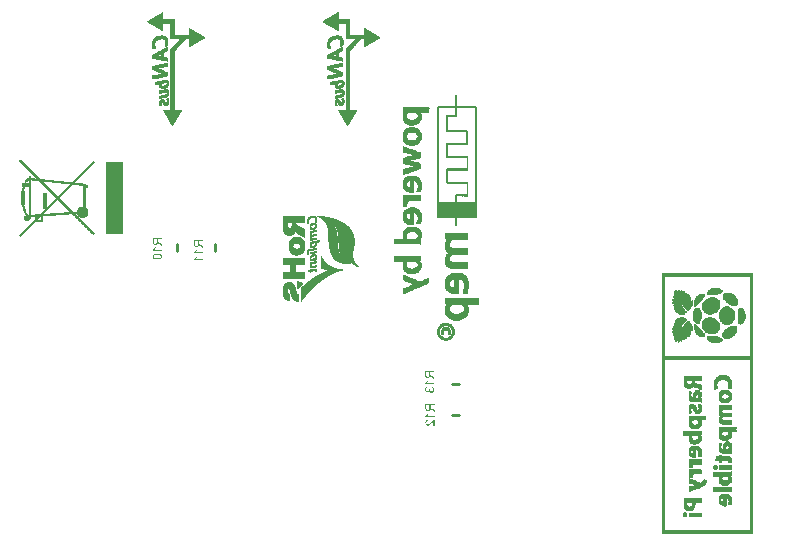
<source format=gbo>
G04*
G04 #@! TF.GenerationSoftware,Altium Limited,Altium Designer,21.8.1 (53)*
G04*
G04 Layer_Color=32896*
%FSLAX25Y25*%
%MOIN*%
G70*
G04*
G04 #@! TF.SameCoordinates,00E826D5-FD21-4A1A-8C14-BC2741F4279C*
G04*
G04*
G04 #@! TF.FilePolarity,Positive*
G04*
G01*
G75*
%ADD12C,0.01000*%
%ADD16C,0.00100*%
%ADD96C,0.00200*%
%ADD97C,0.00066*%
G36*
X353300Y284000D02*
Y284000D01*
X353300D01*
Y284000D01*
X353300D01*
D02*
G37*
G36*
X150000Y237199D02*
X148654D01*
Y236683D01*
X148659Y236636D01*
Y236600D01*
X148663Y236567D01*
X148668Y236544D01*
Y236526D01*
X148672Y236517D01*
Y236512D01*
X148695Y236443D01*
X148723Y236388D01*
X148737Y236365D01*
X148746Y236346D01*
X148751Y236337D01*
X148755Y236332D01*
X148778Y236295D01*
X148811Y236263D01*
X148875Y236194D01*
X148907Y236171D01*
X148935Y236148D01*
X148953Y236134D01*
X148958Y236129D01*
X149018Y236083D01*
X149083Y236037D01*
X149152Y235986D01*
X149221Y235940D01*
X149281Y235899D01*
X149327Y235867D01*
X149345Y235857D01*
X149359Y235848D01*
X149368Y235839D01*
X149373D01*
X150000Y235438D01*
Y234935D01*
X149179Y235461D01*
X149092Y235521D01*
X149013Y235581D01*
X148944Y235636D01*
X148884Y235687D01*
X148838Y235728D01*
X148801Y235761D01*
X148783Y235784D01*
X148774Y235793D01*
X148746Y235825D01*
X148718Y235867D01*
X148668Y235945D01*
X148649Y235977D01*
X148635Y236005D01*
X148626Y236023D01*
X148622Y236033D01*
X148608Y235954D01*
X148594Y235880D01*
X148575Y235811D01*
X148553Y235751D01*
X148529Y235691D01*
X148506Y235641D01*
X148483Y235590D01*
X148460Y235548D01*
X148437Y235512D01*
X148419Y235479D01*
X148396Y235452D01*
X148382Y235429D01*
X148363Y235415D01*
X148354Y235401D01*
X148345Y235392D01*
X148303Y235355D01*
X148257Y235323D01*
X148165Y235267D01*
X148078Y235230D01*
X147990Y235207D01*
X147916Y235189D01*
X147884Y235184D01*
X147856D01*
X147833Y235180D01*
X147815D01*
X147806D01*
X147801D01*
X147709Y235184D01*
X147626Y235198D01*
X147547Y235221D01*
X147478Y235244D01*
X147423Y235267D01*
X147381Y235290D01*
X147354Y235304D01*
X147345Y235309D01*
X147271Y235360D01*
X147211Y235415D01*
X147160Y235470D01*
X147123Y235525D01*
X147091Y235572D01*
X147068Y235609D01*
X147059Y235636D01*
X147054Y235641D01*
Y235645D01*
X147040Y235687D01*
X147027Y235733D01*
X147008Y235830D01*
X146990Y235931D01*
X146980Y236028D01*
X146976Y236120D01*
Y236157D01*
X146971Y236194D01*
Y237600D01*
X150000D01*
Y237199D01*
D02*
G37*
G36*
X148055Y234355D02*
X148022Y234285D01*
X147995Y234221D01*
X147962Y234161D01*
X147935Y234110D01*
X147912Y234069D01*
X147893Y234041D01*
X147889Y234036D01*
Y234032D01*
X147843Y233953D01*
X147792Y233884D01*
X147750Y233824D01*
X147709Y233774D01*
X147677Y233732D01*
X147653Y233700D01*
X147635Y233682D01*
X147631Y233677D01*
X150000D01*
Y233303D01*
X146957D01*
Y233548D01*
X147031Y233589D01*
X147105Y233640D01*
X147174Y233695D01*
X147239Y233751D01*
X147289Y233801D01*
X147331Y233843D01*
X147359Y233871D01*
X147363Y233875D01*
X147368Y233880D01*
X147441Y233967D01*
X147511Y234060D01*
X147571Y234152D01*
X147621Y234235D01*
X147663Y234309D01*
X147677Y234341D01*
X147690Y234368D01*
X147704Y234387D01*
X147713Y234405D01*
X147718Y234415D01*
Y234419D01*
X148082D01*
X148055Y234355D01*
D02*
G37*
G36*
X148659Y232349D02*
X148806Y232340D01*
X148935Y232326D01*
X149060Y232308D01*
X149170Y232285D01*
X149272Y232262D01*
X149364Y232234D01*
X149442Y232206D01*
X149516Y232179D01*
X149576Y232151D01*
X149627Y232128D01*
X149668Y232105D01*
X149700Y232086D01*
X149723Y232073D01*
X149737Y232063D01*
X149742Y232059D01*
X149797Y232008D01*
X149843Y231957D01*
X149885Y231902D01*
X149922Y231842D01*
X149949Y231787D01*
X149977Y231727D01*
X150014Y231616D01*
X150023Y231565D01*
X150032Y231519D01*
X150041Y231478D01*
X150046Y231441D01*
X150051Y231409D01*
Y231367D01*
X150041Y231247D01*
X150023Y231141D01*
X149995Y231049D01*
X149963Y230966D01*
X149931Y230906D01*
X149903Y230856D01*
X149889Y230842D01*
X149885Y230828D01*
X149875Y230823D01*
Y230819D01*
X149802Y230740D01*
X149719Y230676D01*
X149636Y230621D01*
X149553Y230574D01*
X149479Y230538D01*
X149451Y230524D01*
X149424Y230510D01*
X149401Y230501D01*
X149382Y230496D01*
X149373Y230491D01*
X149368D01*
X149304Y230473D01*
X149239Y230454D01*
X149096Y230427D01*
X148953Y230408D01*
X148815Y230395D01*
X148751Y230390D01*
X148691Y230385D01*
X148640D01*
X148594Y230381D01*
X148557D01*
X148529D01*
X148511D01*
X148506D01*
X148345Y230385D01*
X148276D01*
X148207Y230390D01*
X148142Y230395D01*
X148082Y230404D01*
X148031Y230408D01*
X147981Y230413D01*
X147939Y230422D01*
X147898Y230427D01*
X147866Y230431D01*
X147843Y230441D01*
X147819Y230445D01*
X147806D01*
X147796Y230450D01*
X147792D01*
X147695Y230478D01*
X147607Y230510D01*
X147529Y230542D01*
X147465Y230570D01*
X147414Y230597D01*
X147372Y230621D01*
X147349Y230634D01*
X147340Y230639D01*
X147275Y230685D01*
X147220Y230736D01*
X147169Y230786D01*
X147128Y230833D01*
X147100Y230879D01*
X147077Y230911D01*
X147063Y230934D01*
X147059Y230943D01*
X147027Y231012D01*
X146999Y231086D01*
X146980Y231160D01*
X146971Y231224D01*
X146962Y231280D01*
X146957Y231326D01*
Y231367D01*
X146967Y231487D01*
X146985Y231593D01*
X147013Y231690D01*
X147045Y231768D01*
X147082Y231833D01*
X147109Y231879D01*
X147119Y231897D01*
X147128Y231911D01*
X147137Y231916D01*
Y231921D01*
X147211Y231999D01*
X147289Y232063D01*
X147372Y232119D01*
X147455Y232165D01*
X147529Y232202D01*
X147561Y232215D01*
X147589Y232225D01*
X147612Y232234D01*
X147631Y232243D01*
X147640Y232248D01*
X147644D01*
X147709Y232266D01*
X147773Y232285D01*
X147916Y232308D01*
X148059Y232326D01*
X148197Y232340D01*
X148262Y232345D01*
X148322Y232349D01*
X148373D01*
X148419Y232354D01*
X148456D01*
X148483D01*
X148502D01*
X148506D01*
X148659Y232349D01*
D02*
G37*
G36*
X163805Y236458D02*
X162459D01*
Y235941D01*
X162463Y235895D01*
Y235858D01*
X162468Y235826D01*
X162473Y235803D01*
Y235785D01*
X162477Y235775D01*
Y235771D01*
X162500Y235702D01*
X162528Y235646D01*
X162542Y235623D01*
X162551Y235605D01*
X162556Y235596D01*
X162560Y235591D01*
X162583Y235554D01*
X162616Y235522D01*
X162680Y235453D01*
X162712Y235430D01*
X162740Y235407D01*
X162758Y235393D01*
X162763Y235388D01*
X162823Y235342D01*
X162888Y235296D01*
X162957Y235245D01*
X163026Y235199D01*
X163086Y235158D01*
X163132Y235125D01*
X163150Y235116D01*
X163164Y235107D01*
X163173Y235098D01*
X163178D01*
X163805Y234697D01*
Y234194D01*
X162984Y234720D01*
X162897Y234780D01*
X162818Y234840D01*
X162749Y234895D01*
X162689Y234946D01*
X162643Y234987D01*
X162606Y235019D01*
X162588Y235042D01*
X162579Y235052D01*
X162551Y235084D01*
X162523Y235125D01*
X162473Y235204D01*
X162454Y235236D01*
X162440Y235264D01*
X162431Y235282D01*
X162426Y235291D01*
X162413Y235213D01*
X162399Y235139D01*
X162380Y235070D01*
X162357Y235010D01*
X162334Y234950D01*
X162311Y234899D01*
X162288Y234849D01*
X162265Y234807D01*
X162242Y234770D01*
X162224Y234738D01*
X162201Y234711D01*
X162187Y234687D01*
X162168Y234674D01*
X162159Y234660D01*
X162150Y234651D01*
X162108Y234614D01*
X162062Y234581D01*
X161970Y234526D01*
X161882Y234489D01*
X161795Y234466D01*
X161721Y234448D01*
X161689Y234443D01*
X161661D01*
X161638Y234438D01*
X161620D01*
X161610D01*
X161606D01*
X161514Y234443D01*
X161431Y234457D01*
X161352Y234480D01*
X161283Y234503D01*
X161228Y234526D01*
X161186Y234549D01*
X161159Y234563D01*
X161150Y234568D01*
X161076Y234618D01*
X161016Y234674D01*
X160965Y234729D01*
X160928Y234784D01*
X160896Y234830D01*
X160873Y234867D01*
X160864Y234895D01*
X160859Y234899D01*
Y234904D01*
X160845Y234946D01*
X160831Y234992D01*
X160813Y235088D01*
X160795Y235190D01*
X160785Y235287D01*
X160781Y235379D01*
Y235416D01*
X160776Y235453D01*
Y236859D01*
X163805D01*
Y236458D01*
D02*
G37*
G36*
X161860Y233613D02*
X161827Y233544D01*
X161800Y233480D01*
X161767Y233420D01*
X161740Y233369D01*
X161717Y233328D01*
X161698Y233300D01*
X161694Y233295D01*
Y233291D01*
X161647Y233212D01*
X161597Y233143D01*
X161555Y233083D01*
X161514Y233032D01*
X161481Y232991D01*
X161458Y232959D01*
X161440Y232940D01*
X161435Y232936D01*
X163805D01*
Y232562D01*
X160762D01*
Y232807D01*
X160836Y232848D01*
X160910Y232899D01*
X160979Y232954D01*
X161044Y233009D01*
X161094Y233060D01*
X161136Y233102D01*
X161163Y233129D01*
X161168Y233134D01*
X161173Y233138D01*
X161246Y233226D01*
X161316Y233318D01*
X161375Y233411D01*
X161426Y233493D01*
X161468Y233567D01*
X161481Y233599D01*
X161495Y233627D01*
X161509Y233646D01*
X161518Y233664D01*
X161523Y233673D01*
Y233678D01*
X161887D01*
X161860Y233613D01*
D02*
G37*
G36*
Y231262D02*
X161827Y231193D01*
X161800Y231129D01*
X161767Y231069D01*
X161740Y231018D01*
X161717Y230976D01*
X161698Y230949D01*
X161694Y230944D01*
Y230940D01*
X161647Y230861D01*
X161597Y230792D01*
X161555Y230732D01*
X161514Y230681D01*
X161481Y230640D01*
X161458Y230608D01*
X161440Y230589D01*
X161435Y230585D01*
X163805D01*
Y230211D01*
X160762D01*
Y230455D01*
X160836Y230497D01*
X160910Y230548D01*
X160979Y230603D01*
X161044Y230658D01*
X161094Y230709D01*
X161136Y230750D01*
X161163Y230778D01*
X161168Y230783D01*
X161173Y230787D01*
X161246Y230875D01*
X161316Y230967D01*
X161375Y231059D01*
X161426Y231142D01*
X161468Y231216D01*
X161481Y231248D01*
X161495Y231276D01*
X161509Y231294D01*
X161518Y231313D01*
X161523Y231322D01*
Y231327D01*
X161887D01*
X161860Y231262D01*
D02*
G37*
G36*
X240937Y181799D02*
X239591D01*
Y181283D01*
X239596Y181237D01*
Y181200D01*
X239600Y181167D01*
X239605Y181144D01*
Y181126D01*
X239609Y181117D01*
Y181112D01*
X239632Y181043D01*
X239660Y180988D01*
X239674Y180965D01*
X239683Y180946D01*
X239688Y180937D01*
X239692Y180932D01*
X239715Y180895D01*
X239748Y180863D01*
X239812Y180794D01*
X239844Y180771D01*
X239872Y180748D01*
X239891Y180734D01*
X239895Y180729D01*
X239955Y180683D01*
X240020Y180637D01*
X240089Y180587D01*
X240158Y180540D01*
X240218Y180499D01*
X240264Y180467D01*
X240282Y180457D01*
X240296Y180448D01*
X240305Y180439D01*
X240310D01*
X240937Y180038D01*
Y179535D01*
X240116Y180061D01*
X240029Y180121D01*
X239950Y180181D01*
X239881Y180236D01*
X239821Y180287D01*
X239775Y180328D01*
X239738Y180361D01*
X239720Y180384D01*
X239711Y180393D01*
X239683Y180425D01*
X239655Y180467D01*
X239605Y180545D01*
X239586Y180577D01*
X239573Y180605D01*
X239563Y180623D01*
X239559Y180633D01*
X239545Y180554D01*
X239531Y180481D01*
X239512Y180411D01*
X239490Y180351D01*
X239466Y180291D01*
X239443Y180241D01*
X239420Y180190D01*
X239397Y180149D01*
X239374Y180112D01*
X239356Y180079D01*
X239333Y180052D01*
X239319Y180029D01*
X239300Y180015D01*
X239291Y180001D01*
X239282Y179992D01*
X239241Y179955D01*
X239194Y179923D01*
X239102Y179867D01*
X239015Y179831D01*
X238927Y179807D01*
X238853Y179789D01*
X238821Y179784D01*
X238793D01*
X238770Y179780D01*
X238752D01*
X238743D01*
X238738D01*
X238646Y179784D01*
X238563Y179798D01*
X238485Y179821D01*
X238415Y179844D01*
X238360Y179867D01*
X238318Y179890D01*
X238291Y179904D01*
X238282Y179909D01*
X238208Y179959D01*
X238148Y180015D01*
X238097Y180070D01*
X238060Y180125D01*
X238028Y180172D01*
X238005Y180209D01*
X237996Y180236D01*
X237991Y180241D01*
Y180245D01*
X237977Y180287D01*
X237964Y180333D01*
X237945Y180430D01*
X237927Y180531D01*
X237917Y180628D01*
X237913Y180720D01*
Y180757D01*
X237908Y180794D01*
Y182200D01*
X240937D01*
Y181799D01*
D02*
G37*
G36*
X238992Y178955D02*
X238959Y178885D01*
X238932Y178821D01*
X238899Y178761D01*
X238872Y178710D01*
X238849Y178669D01*
X238830Y178641D01*
X238826Y178637D01*
Y178632D01*
X238779Y178553D01*
X238729Y178484D01*
X238687Y178424D01*
X238646Y178374D01*
X238614Y178332D01*
X238591Y178300D01*
X238572Y178281D01*
X238567Y178277D01*
X240937D01*
Y177903D01*
X237894D01*
Y178148D01*
X237968Y178189D01*
X238042Y178240D01*
X238111Y178295D01*
X238176Y178351D01*
X238226Y178401D01*
X238268Y178443D01*
X238296Y178471D01*
X238300Y178475D01*
X238305Y178480D01*
X238379Y178567D01*
X238448Y178659D01*
X238508Y178752D01*
X238558Y178835D01*
X238600Y178909D01*
X238614Y178941D01*
X238627Y178968D01*
X238641Y178987D01*
X238650Y179005D01*
X238655Y179015D01*
Y179019D01*
X239019D01*
X238992Y178955D01*
D02*
G37*
G36*
X240937Y174999D02*
X240582D01*
Y176488D01*
X240508Y176437D01*
X240448Y176387D01*
X240421Y176364D01*
X240402Y176345D01*
X240388Y176336D01*
X240384Y176331D01*
X240361Y176308D01*
X240338Y176285D01*
X240282Y176225D01*
X240218Y176152D01*
X240153Y176083D01*
X240093Y176013D01*
X240047Y175958D01*
X240029Y175935D01*
X240015Y175917D01*
X240006Y175907D01*
X240001Y175903D01*
X239937Y175829D01*
X239881Y175764D01*
X239826Y175700D01*
X239775Y175645D01*
X239725Y175594D01*
X239683Y175548D01*
X239642Y175502D01*
X239605Y175465D01*
X239573Y175433D01*
X239545Y175405D01*
X239503Y175363D01*
X239476Y175340D01*
X239466Y175331D01*
X239393Y175271D01*
X239328Y175216D01*
X239264Y175174D01*
X239208Y175142D01*
X239162Y175114D01*
X239130Y175096D01*
X239107Y175087D01*
X239098Y175082D01*
X239033Y175055D01*
X238969Y175036D01*
X238909Y175022D01*
X238853Y175013D01*
X238807Y175008D01*
X238770Y175004D01*
X238747D01*
X238738D01*
X238673Y175008D01*
X238609Y175013D01*
X238494Y175045D01*
X238392Y175087D01*
X238305Y175133D01*
X238236Y175179D01*
X238208Y175202D01*
X238180Y175221D01*
X238162Y175239D01*
X238148Y175253D01*
X238143Y175257D01*
X238139Y175262D01*
X238097Y175313D01*
X238056Y175363D01*
X238023Y175419D01*
X237996Y175479D01*
X237954Y175594D01*
X237927Y175705D01*
X237913Y175755D01*
X237908Y175801D01*
X237904Y175843D01*
X237899Y175880D01*
X237894Y175912D01*
Y175953D01*
X237899Y176032D01*
X237904Y176106D01*
X237931Y176244D01*
X237945Y176304D01*
X237964Y176364D01*
X237987Y176415D01*
X238005Y176461D01*
X238028Y176502D01*
X238047Y176539D01*
X238070Y176571D01*
X238083Y176599D01*
X238097Y176617D01*
X238111Y176631D01*
X238116Y176640D01*
X238120Y176645D01*
X238166Y176691D01*
X238212Y176728D01*
X238318Y176797D01*
X238425Y176848D01*
X238531Y176885D01*
X238623Y176912D01*
X238664Y176917D01*
X238701Y176926D01*
X238729Y176931D01*
X238752Y176935D01*
X238766D01*
X238770D01*
X238812Y176553D01*
X238710Y176543D01*
X238623Y176525D01*
X238549Y176502D01*
X238485Y176470D01*
X238434Y176442D01*
X238397Y176415D01*
X238379Y176396D01*
X238369Y176391D01*
X238314Y176327D01*
X238272Y176258D01*
X238245Y176184D01*
X238222Y176115D01*
X238212Y176055D01*
X238208Y176009D01*
X238203Y175990D01*
Y175963D01*
X238208Y175871D01*
X238226Y175787D01*
X238249Y175718D01*
X238277Y175658D01*
X238309Y175612D01*
X238332Y175575D01*
X238351Y175557D01*
X238355Y175548D01*
X238415Y175493D01*
X238480Y175456D01*
X238540Y175428D01*
X238600Y175405D01*
X238650Y175396D01*
X238692Y175391D01*
X238720Y175386D01*
X238724D01*
X238729D01*
X238807Y175396D01*
X238890Y175414D01*
X238964Y175442D01*
X239033Y175474D01*
X239093Y175506D01*
X239139Y175534D01*
X239158Y175543D01*
X239171Y175552D01*
X239176Y175562D01*
X239181D01*
X239227Y175599D01*
X239277Y175640D01*
X239328Y175686D01*
X239379Y175741D01*
X239485Y175852D01*
X239591Y175963D01*
X239679Y176064D01*
X239720Y176110D01*
X239752Y176152D01*
X239785Y176184D01*
X239803Y176207D01*
X239817Y176225D01*
X239821Y176230D01*
X239918Y176341D01*
X240006Y176442D01*
X240084Y176525D01*
X240149Y176594D01*
X240204Y176650D01*
X240246Y176686D01*
X240273Y176709D01*
X240278Y176719D01*
X240282D01*
X240356Y176779D01*
X240425Y176825D01*
X240494Y176871D01*
X240554Y176903D01*
X240610Y176931D01*
X240647Y176949D01*
X240674Y176958D01*
X240679Y176963D01*
X240684D01*
X240730Y176977D01*
X240776Y176991D01*
X240817Y176995D01*
X240854Y177000D01*
X240886Y177005D01*
X240914D01*
X240932D01*
X240937D01*
Y174999D01*
D02*
G37*
G36*
X240831Y192799D02*
X239485D01*
Y192283D01*
X239489Y192236D01*
Y192200D01*
X239494Y192167D01*
X239498Y192144D01*
Y192126D01*
X239503Y192117D01*
Y192112D01*
X239526Y192043D01*
X239554Y191988D01*
X239568Y191964D01*
X239577Y191946D01*
X239581Y191937D01*
X239586Y191932D01*
X239609Y191895D01*
X239641Y191863D01*
X239706Y191794D01*
X239738Y191771D01*
X239766Y191748D01*
X239784Y191734D01*
X239789Y191729D01*
X239849Y191683D01*
X239913Y191637D01*
X239983Y191586D01*
X240052Y191540D01*
X240111Y191499D01*
X240158Y191467D01*
X240176Y191457D01*
X240190Y191448D01*
X240199Y191439D01*
X240204D01*
X240831Y191038D01*
Y190535D01*
X240010Y191061D01*
X239922Y191121D01*
X239844Y191181D01*
X239775Y191236D01*
X239715Y191287D01*
X239669Y191328D01*
X239632Y191361D01*
X239614Y191384D01*
X239604Y191393D01*
X239577Y191425D01*
X239549Y191467D01*
X239498Y191545D01*
X239480Y191577D01*
X239466Y191605D01*
X239457Y191623D01*
X239452Y191633D01*
X239439Y191554D01*
X239425Y191481D01*
X239406Y191411D01*
X239383Y191351D01*
X239360Y191291D01*
X239337Y191241D01*
X239314Y191190D01*
X239291Y191149D01*
X239268Y191112D01*
X239249Y191079D01*
X239226Y191052D01*
X239213Y191029D01*
X239194Y191015D01*
X239185Y191001D01*
X239176Y190992D01*
X239134Y190955D01*
X239088Y190923D01*
X238996Y190867D01*
X238908Y190831D01*
X238821Y190807D01*
X238747Y190789D01*
X238715Y190784D01*
X238687D01*
X238664Y190780D01*
X238646D01*
X238636D01*
X238632D01*
X238540Y190784D01*
X238457Y190798D01*
X238378Y190821D01*
X238309Y190844D01*
X238254Y190867D01*
X238212Y190890D01*
X238185Y190904D01*
X238175Y190909D01*
X238102Y190960D01*
X238042Y191015D01*
X237991Y191070D01*
X237954Y191126D01*
X237922Y191172D01*
X237899Y191209D01*
X237890Y191236D01*
X237885Y191241D01*
Y191245D01*
X237871Y191287D01*
X237857Y191333D01*
X237839Y191430D01*
X237820Y191531D01*
X237811Y191628D01*
X237807Y191720D01*
Y191757D01*
X237802Y191794D01*
Y193200D01*
X240831D01*
Y192799D01*
D02*
G37*
G36*
X238885Y189955D02*
X238853Y189885D01*
X238825Y189821D01*
X238793Y189761D01*
X238765Y189710D01*
X238742Y189669D01*
X238724Y189641D01*
X238719Y189637D01*
Y189632D01*
X238673Y189553D01*
X238622Y189484D01*
X238581Y189424D01*
X238540Y189374D01*
X238507Y189332D01*
X238484Y189300D01*
X238466Y189281D01*
X238461Y189277D01*
X240831D01*
Y188903D01*
X237788D01*
Y189148D01*
X237862Y189189D01*
X237936Y189240D01*
X238005Y189295D01*
X238069Y189351D01*
X238120Y189401D01*
X238161Y189443D01*
X238189Y189471D01*
X238194Y189475D01*
X238198Y189480D01*
X238272Y189567D01*
X238341Y189660D01*
X238401Y189752D01*
X238452Y189835D01*
X238493Y189909D01*
X238507Y189941D01*
X238521Y189968D01*
X238535Y189987D01*
X238544Y190005D01*
X238549Y190015D01*
Y190019D01*
X238913D01*
X238885Y189955D01*
D02*
G37*
G36*
X240098Y187940D02*
X240162Y187926D01*
X240282Y187885D01*
X240388Y187839D01*
X240480Y187783D01*
X240517Y187760D01*
X240549Y187733D01*
X240577Y187709D01*
X240605Y187691D01*
X240623Y187673D01*
X240637Y187659D01*
X240642Y187654D01*
X240646Y187650D01*
X240688Y187599D01*
X240725Y187543D01*
X240757Y187493D01*
X240780Y187437D01*
X240826Y187327D01*
X240854Y187221D01*
X240863Y187175D01*
X240868Y187129D01*
X240872Y187092D01*
X240877Y187055D01*
X240881Y187027D01*
Y186990D01*
X240877Y186912D01*
X240868Y186834D01*
X240858Y186760D01*
X240840Y186691D01*
X240817Y186626D01*
X240794Y186566D01*
X240771Y186511D01*
X240743Y186460D01*
X240720Y186419D01*
X240697Y186377D01*
X240674Y186340D01*
X240651Y186313D01*
X240633Y186290D01*
X240623Y186276D01*
X240614Y186267D01*
X240609Y186262D01*
X240554Y186211D01*
X240499Y186165D01*
X240443Y186128D01*
X240388Y186096D01*
X240333Y186064D01*
X240273Y186041D01*
X240167Y186008D01*
X240121Y185995D01*
X240075Y185985D01*
X240038Y185981D01*
X240001Y185976D01*
X239973Y185971D01*
X239955D01*
X239941D01*
X239936D01*
X239830Y185976D01*
X239734Y185995D01*
X239651Y186018D01*
X239581Y186045D01*
X239526Y186077D01*
X239485Y186101D01*
X239457Y186119D01*
X239448Y186124D01*
X239379Y186184D01*
X239323Y186253D01*
X239277Y186322D01*
X239245Y186386D01*
X239217Y186446D01*
X239203Y186493D01*
X239194Y186511D01*
Y186525D01*
X239190Y186534D01*
Y186539D01*
X239153Y186465D01*
X239107Y186400D01*
X239065Y186349D01*
X239024Y186303D01*
X238987Y186271D01*
X238959Y186243D01*
X238941Y186230D01*
X238931Y186225D01*
X238872Y186188D01*
X238807Y186165D01*
X238747Y186147D01*
X238692Y186133D01*
X238646Y186124D01*
X238609Y186119D01*
X238586D01*
X238576D01*
X238498Y186124D01*
X238429Y186137D01*
X238364Y186156D01*
X238304Y186174D01*
X238258Y186193D01*
X238222Y186211D01*
X238198Y186225D01*
X238189Y186230D01*
X238125Y186276D01*
X238065Y186327D01*
X238014Y186382D01*
X237972Y186433D01*
X237940Y186479D01*
X237917Y186515D01*
X237903Y186543D01*
X237899Y186548D01*
Y186552D01*
X237862Y186631D01*
X237834Y186709D01*
X237816Y186787D01*
X237802Y186857D01*
X237793Y186917D01*
X237788Y186963D01*
Y187069D01*
X237797Y187133D01*
X237820Y187249D01*
X237853Y187355D01*
X237890Y187442D01*
X237931Y187511D01*
X237949Y187539D01*
X237963Y187562D01*
X237977Y187585D01*
X237986Y187599D01*
X237991Y187603D01*
X237996Y187608D01*
X238078Y187691D01*
X238171Y187756D01*
X238267Y187811D01*
X238360Y187848D01*
X238443Y187880D01*
X238480Y187889D01*
X238512Y187899D01*
X238535Y187903D01*
X238553Y187908D01*
X238567Y187912D01*
X238572D01*
X238636Y187539D01*
X238540Y187521D01*
X238457Y187493D01*
X238387Y187465D01*
X238332Y187433D01*
X238286Y187405D01*
X238254Y187382D01*
X238235Y187364D01*
X238231Y187359D01*
X238185Y187299D01*
X238152Y187239D01*
X238125Y187179D01*
X238111Y187119D01*
X238102Y187073D01*
X238092Y187032D01*
Y186995D01*
X238097Y186917D01*
X238115Y186847D01*
X238134Y186787D01*
X238161Y186737D01*
X238185Y186695D01*
X238208Y186663D01*
X238226Y186645D01*
X238231Y186640D01*
X238281Y186594D01*
X238341Y186562D01*
X238397Y186534D01*
X238447Y186520D01*
X238498Y186511D01*
X238535Y186502D01*
X238558D01*
X238563D01*
X238567D01*
X238659Y186511D01*
X238738Y186534D01*
X238802Y186562D01*
X238853Y186599D01*
X238895Y186635D01*
X238927Y186663D01*
X238945Y186686D01*
X238950Y186695D01*
X238991Y186769D01*
X239019Y186843D01*
X239042Y186912D01*
X239056Y186977D01*
X239065Y187036D01*
X239070Y187078D01*
Y187138D01*
X239065Y187156D01*
Y187179D01*
X239392Y187221D01*
X239379Y187165D01*
X239369Y187115D01*
X239365Y187069D01*
X239360Y187032D01*
X239355Y186999D01*
Y186958D01*
X239365Y186866D01*
X239383Y186787D01*
X239406Y186714D01*
X239439Y186654D01*
X239471Y186603D01*
X239494Y186566D01*
X239512Y186548D01*
X239522Y186539D01*
X239586Y186483D01*
X239655Y186442D01*
X239729Y186409D01*
X239793Y186391D01*
X239853Y186377D01*
X239899Y186373D01*
X239918Y186368D01*
X239932D01*
X239936D01*
X239941D01*
X240038Y186377D01*
X240125Y186396D01*
X240204Y186423D01*
X240268Y186456D01*
X240324Y186493D01*
X240360Y186520D01*
X240384Y186539D01*
X240393Y186548D01*
X240453Y186617D01*
X240499Y186691D01*
X240527Y186764D01*
X240549Y186838D01*
X240563Y186898D01*
X240568Y186944D01*
X240573Y186963D01*
Y186990D01*
X240568Y187069D01*
X240549Y187143D01*
X240527Y187207D01*
X240503Y187258D01*
X240476Y187304D01*
X240457Y187336D01*
X240439Y187355D01*
X240434Y187364D01*
X240374Y187415D01*
X240305Y187460D01*
X240227Y187497D01*
X240153Y187525D01*
X240084Y187548D01*
X240029Y187562D01*
X240010Y187571D01*
X239992D01*
X239983Y187576D01*
X239978D01*
X240029Y187949D01*
X240098Y187940D01*
D02*
G37*
%LPC*%
G36*
X148308Y237199D02*
X147308D01*
Y236245D01*
X147312Y236125D01*
X147331Y236023D01*
X147349Y235940D01*
X147377Y235871D01*
X147400Y235821D01*
X147423Y235779D01*
X147441Y235761D01*
X147446Y235751D01*
X147501Y235701D01*
X147561Y235659D01*
X147621Y235631D01*
X147677Y235613D01*
X147727Y235604D01*
X147764Y235595D01*
X147792D01*
X147796D01*
X147801D01*
X147856Y235599D01*
X147907Y235609D01*
X147953Y235622D01*
X147990Y235636D01*
X148027Y235650D01*
X148050Y235664D01*
X148068Y235673D01*
X148073Y235678D01*
X148115Y235710D01*
X148151Y235747D01*
X148184Y235788D01*
X148211Y235825D01*
X148230Y235857D01*
X148244Y235885D01*
X148248Y235904D01*
X148253Y235913D01*
X148271Y235973D01*
X148285Y236042D01*
X148294Y236116D01*
X148299Y236185D01*
X148303Y236245D01*
X148308Y236295D01*
Y237199D01*
D02*
G37*
G36*
X148575Y231971D02*
X148539D01*
X148516D01*
X148506D01*
X148373D01*
X148248Y231962D01*
X148138Y231953D01*
X148036Y231943D01*
X147939Y231925D01*
X147856Y231911D01*
X147783Y231893D01*
X147718Y231874D01*
X147663Y231861D01*
X147612Y231842D01*
X147575Y231824D01*
X147543Y231810D01*
X147520Y231801D01*
X147501Y231791D01*
X147492Y231782D01*
X147488D01*
X147451Y231754D01*
X147414Y231722D01*
X147359Y231653D01*
X147322Y231584D01*
X147294Y231519D01*
X147275Y231459D01*
X147271Y231413D01*
X147266Y231395D01*
Y231372D01*
X147271Y231326D01*
X147275Y231280D01*
X147303Y231197D01*
X147345Y231123D01*
X147391Y231058D01*
X147437Y231008D01*
X147478Y230971D01*
X147506Y230948D01*
X147511Y230939D01*
X147515D01*
X147566Y230906D01*
X147626Y230879D01*
X147695Y230856D01*
X147773Y230837D01*
X147935Y230805D01*
X148101Y230786D01*
X148184Y230777D01*
X148257Y230773D01*
X148327Y230768D01*
X148387D01*
X148437Y230763D01*
X148474D01*
X148497D01*
X148506D01*
X148640D01*
X148765Y230773D01*
X148875Y230777D01*
X148977Y230791D01*
X149069Y230805D01*
X149152Y230819D01*
X149221Y230833D01*
X149285Y230851D01*
X149336Y230869D01*
X149382Y230883D01*
X149424Y230897D01*
X149451Y230911D01*
X149475Y230920D01*
X149488Y230929D01*
X149497Y230939D01*
X149502D01*
X149544Y230971D01*
X149581Y231008D01*
X149617Y231045D01*
X149645Y231082D01*
X149687Y231151D01*
X149714Y231220D01*
X149733Y231280D01*
X149742Y231326D01*
X149747Y231344D01*
Y231367D01*
X149742Y231413D01*
X149737Y231459D01*
X149710Y231542D01*
X149668Y231616D01*
X149622Y231681D01*
X149581Y231732D01*
X149539Y231768D01*
X149511Y231791D01*
X149507Y231801D01*
X149502D01*
X149451Y231828D01*
X149387Y231856D01*
X149318Y231879D01*
X149244Y231897D01*
X149078Y231930D01*
X148912Y231948D01*
X148834Y231957D01*
X148755Y231962D01*
X148686Y231967D01*
X148626D01*
X148575Y231971D01*
D02*
G37*
G36*
X162113Y236458D02*
X161113D01*
Y235503D01*
X161117Y235384D01*
X161136Y235282D01*
X161154Y235199D01*
X161182Y235130D01*
X161205Y235079D01*
X161228Y235038D01*
X161246Y235019D01*
X161251Y235010D01*
X161306Y234959D01*
X161366Y234918D01*
X161426Y234890D01*
X161481Y234872D01*
X161532Y234863D01*
X161569Y234853D01*
X161597D01*
X161601D01*
X161606D01*
X161661Y234858D01*
X161712Y234867D01*
X161758Y234881D01*
X161795Y234895D01*
X161832Y234909D01*
X161855Y234923D01*
X161873Y234932D01*
X161878Y234936D01*
X161919Y234969D01*
X161956Y235005D01*
X161989Y235047D01*
X162016Y235084D01*
X162035Y235116D01*
X162048Y235144D01*
X162053Y235162D01*
X162058Y235172D01*
X162076Y235231D01*
X162090Y235301D01*
X162099Y235374D01*
X162104Y235443D01*
X162108Y235503D01*
X162113Y235554D01*
Y236458D01*
D02*
G37*
G36*
X239245Y181799D02*
X238245D01*
Y180845D01*
X238249Y180725D01*
X238268Y180623D01*
X238286Y180540D01*
X238314Y180471D01*
X238337Y180420D01*
X238360Y180379D01*
X238379Y180361D01*
X238383Y180351D01*
X238438Y180301D01*
X238498Y180259D01*
X238558Y180231D01*
X238614Y180213D01*
X238664Y180204D01*
X238701Y180195D01*
X238729D01*
X238733D01*
X238738D01*
X238793Y180199D01*
X238844Y180209D01*
X238890Y180222D01*
X238927Y180236D01*
X238964Y180250D01*
X238987Y180264D01*
X239005Y180273D01*
X239010Y180278D01*
X239052Y180310D01*
X239088Y180347D01*
X239121Y180388D01*
X239148Y180425D01*
X239167Y180457D01*
X239181Y180485D01*
X239185Y180503D01*
X239190Y180513D01*
X239208Y180573D01*
X239222Y180642D01*
X239231Y180716D01*
X239236Y180785D01*
X239241Y180845D01*
X239245Y180895D01*
Y181799D01*
D02*
G37*
G36*
X239139Y192799D02*
X238139D01*
Y191845D01*
X238143Y191725D01*
X238161Y191623D01*
X238180Y191540D01*
X238208Y191471D01*
X238231Y191420D01*
X238254Y191379D01*
X238272Y191361D01*
X238277Y191351D01*
X238332Y191301D01*
X238392Y191259D01*
X238452Y191232D01*
X238507Y191213D01*
X238558Y191204D01*
X238595Y191195D01*
X238622D01*
X238627D01*
X238632D01*
X238687Y191199D01*
X238738Y191209D01*
X238784Y191222D01*
X238821Y191236D01*
X238858Y191250D01*
X238881Y191264D01*
X238899Y191273D01*
X238904Y191278D01*
X238945Y191310D01*
X238982Y191347D01*
X239014Y191388D01*
X239042Y191425D01*
X239060Y191457D01*
X239074Y191485D01*
X239079Y191504D01*
X239084Y191513D01*
X239102Y191573D01*
X239116Y191642D01*
X239125Y191716D01*
X239130Y191785D01*
X239134Y191845D01*
X239139Y191895D01*
Y192799D01*
D02*
G37*
%LPD*%
D12*
X246795Y178502D02*
X249079D01*
X246689Y189002D02*
X248972D01*
X167601Y233158D02*
Y235441D01*
X155002Y233358D02*
Y235642D01*
D16*
X222500Y304400D02*
Y304500D01*
X222400Y304300D02*
Y304600D01*
X222300Y304300D02*
Y304600D01*
X222200Y304200D02*
Y304700D01*
X222100Y304200D02*
Y304800D01*
X222000Y304100D02*
Y304800D01*
X221900Y304100D02*
Y304900D01*
X221800Y304000D02*
Y304900D01*
X221700Y303900D02*
Y305000D01*
X221600Y303900D02*
Y305000D01*
X221500Y303800D02*
Y305100D01*
X221400Y303800D02*
Y305200D01*
X221300Y303700D02*
Y305200D01*
X221200Y303700D02*
Y305300D01*
X221100Y303600D02*
Y305300D01*
X221000Y303500D02*
Y305400D01*
X220900Y303500D02*
Y305400D01*
X220800Y303400D02*
Y305500D01*
X220700Y303400D02*
Y305600D01*
X220600Y303300D02*
Y305600D01*
X220500Y303300D02*
Y305700D01*
X220400Y303200D02*
Y305700D01*
X220300Y303100D02*
Y305800D01*
X220200Y303100D02*
Y305800D01*
X220100Y303000D02*
Y305900D01*
X220000Y303000D02*
Y306000D01*
X219900Y302900D02*
Y306000D01*
X219800Y302800D02*
Y306100D01*
X219700Y302800D02*
Y306100D01*
X219600Y302700D02*
Y306200D01*
X219500Y302700D02*
Y306300D01*
X219400Y302600D02*
Y306300D01*
X219300Y302600D02*
Y306400D01*
X219200Y302500D02*
Y306400D01*
X219100Y302400D02*
Y306500D01*
X219000Y302400D02*
Y306500D01*
X218900Y302300D02*
Y306600D01*
X218800Y302300D02*
Y306700D01*
X218700Y302200D02*
Y306700D01*
X218600Y302200D02*
Y306800D01*
X218500Y302100D02*
Y306800D01*
X218400Y302000D02*
Y306900D01*
X218300Y302000D02*
Y306900D01*
X218200Y301900D02*
Y307000D01*
X218100Y301900D02*
Y307100D01*
X218000Y301800D02*
Y307100D01*
X217900Y301800D02*
Y307200D01*
X217800Y301700D02*
Y307200D01*
X217700Y301600D02*
Y307300D01*
X217600Y301600D02*
Y307400D01*
X217500Y301500D02*
Y307400D01*
X217400Y304100D02*
Y305200D01*
X217300Y304100D02*
Y305200D01*
X217200Y304100D02*
Y305200D01*
X217100Y304100D02*
Y305200D01*
X217000Y304100D02*
Y305200D01*
X216900Y304100D02*
Y305200D01*
X216800Y304100D02*
Y305200D01*
X216700Y304100D02*
Y305200D01*
X216600Y304100D02*
Y305200D01*
X216500Y304100D02*
Y305200D01*
X216400Y304100D02*
Y305200D01*
X216300Y304100D02*
Y305200D01*
X216200Y304100D02*
Y305200D01*
X216100Y304000D02*
Y305200D01*
X216000Y303900D02*
Y305200D01*
X215900Y303700D02*
Y305200D01*
X215800Y303600D02*
Y305200D01*
X215700Y303500D02*
Y305200D01*
X215600Y303400D02*
Y305200D01*
X215500Y303300D02*
Y305200D01*
X215400Y303200D02*
Y305200D01*
X215300Y303100D02*
Y305200D01*
X215200Y303000D02*
Y305200D01*
X215100Y302900D02*
Y305200D01*
X215000Y302800D02*
Y305200D01*
X214900Y302700D02*
Y305200D01*
X214800Y302600D02*
Y305200D01*
X214700Y280000D02*
Y280200D01*
Y302500D02*
Y305200D01*
X214600Y279900D02*
Y280200D01*
Y302400D02*
Y304000D01*
Y304100D02*
Y305200D01*
X214500Y279700D02*
Y280200D01*
Y302300D02*
Y303900D01*
Y304100D02*
Y305200D01*
X214400Y279500D02*
Y280200D01*
Y302100D02*
Y303800D01*
Y304100D02*
Y305200D01*
X214300Y279300D02*
Y280200D01*
Y302000D02*
Y303700D01*
Y304100D02*
Y305200D01*
X214200Y279200D02*
Y280200D01*
Y301900D02*
Y303600D01*
Y304100D02*
Y305200D01*
X214100Y279000D02*
Y280200D01*
Y301800D02*
Y303500D01*
Y304100D02*
Y305200D01*
X214000Y278800D02*
Y280200D01*
Y301700D02*
Y303400D01*
Y304100D02*
Y305200D01*
X213900Y278700D02*
Y280200D01*
Y301600D02*
Y303300D01*
Y304100D02*
Y305200D01*
X213800Y278500D02*
Y280200D01*
Y301500D02*
Y303100D01*
Y304100D02*
Y305200D01*
X213700Y278300D02*
Y280200D01*
Y301400D02*
Y303000D01*
Y304100D02*
Y305200D01*
X213600Y278100D02*
Y280200D01*
Y301300D02*
Y302900D01*
Y304100D02*
Y305200D01*
X213500Y278000D02*
Y280200D01*
Y301200D02*
Y302800D01*
Y304100D02*
Y305200D01*
X213400Y277800D02*
Y280200D01*
Y301100D02*
Y302700D01*
Y304100D02*
Y305200D01*
X213300Y277600D02*
Y280200D01*
Y301000D02*
Y302600D01*
Y304100D02*
Y305200D01*
X213200Y277400D02*
Y280200D01*
Y300900D02*
Y302500D01*
Y304100D02*
Y305200D01*
X213100Y277300D02*
Y280200D01*
Y300800D02*
Y302400D01*
Y304100D02*
Y305200D01*
X213000Y277100D02*
Y280200D01*
Y300600D02*
Y302300D01*
Y304100D02*
Y305200D01*
X212900Y276900D02*
Y280200D01*
Y300500D02*
Y302200D01*
Y304100D02*
Y305200D01*
X212800Y276800D02*
Y280200D01*
Y300400D02*
Y302100D01*
Y304100D02*
Y305200D01*
X212700Y276600D02*
Y280200D01*
Y300300D02*
Y302000D01*
Y304100D02*
Y305200D01*
X212600Y276400D02*
Y280200D01*
Y300200D02*
Y301900D01*
Y304100D02*
Y305200D01*
X212500Y276200D02*
Y301800D01*
Y304100D02*
Y310400D01*
X212400Y276100D02*
Y301700D01*
Y304100D02*
Y310400D01*
X212300Y275900D02*
Y301500D01*
Y304100D02*
Y310400D01*
X212200Y275700D02*
Y301400D01*
Y304100D02*
Y310400D01*
X212100Y275500D02*
Y301300D01*
Y304100D02*
Y310400D01*
X212000Y275400D02*
Y301200D01*
Y304100D02*
Y310400D01*
X211900Y275200D02*
Y301100D01*
Y304100D02*
Y310400D01*
X211800Y275100D02*
Y301000D01*
Y304100D02*
Y310400D01*
X211700Y275200D02*
Y300900D01*
Y304100D02*
Y310400D01*
X211600Y275400D02*
Y300800D01*
Y304100D02*
Y310400D01*
X211500Y275600D02*
Y300700D01*
Y304100D02*
Y310400D01*
X211400Y275800D02*
Y300600D01*
Y304100D02*
Y310400D01*
X211300Y275900D02*
Y300500D01*
Y304100D02*
Y310400D01*
X211200Y276100D02*
Y280200D01*
Y309200D02*
Y310400D01*
X211100Y276300D02*
Y280200D01*
Y309100D02*
Y310400D01*
X211000Y276500D02*
Y280200D01*
Y309100D02*
Y310400D01*
X210900Y276600D02*
Y280200D01*
Y309100D02*
Y310400D01*
X210800Y276800D02*
Y280200D01*
Y309100D02*
Y310400D01*
X210700Y277000D02*
Y280200D01*
Y309100D02*
Y310400D01*
X210600Y277100D02*
Y280200D01*
Y282800D02*
Y283600D01*
Y285600D02*
Y286400D01*
Y288900D02*
Y289500D01*
Y309100D02*
Y310400D01*
X210500Y277300D02*
Y280200D01*
Y282500D02*
Y284000D01*
Y285300D02*
Y286700D01*
Y288600D02*
Y289800D01*
Y309100D02*
Y310400D01*
X210400Y277500D02*
Y280200D01*
Y282300D02*
Y284100D01*
Y285100D02*
Y286800D01*
Y288400D02*
Y289900D01*
Y309100D02*
Y310400D01*
X210300Y277700D02*
Y280200D01*
Y282200D02*
Y284100D01*
Y285000D02*
Y286900D01*
Y288300D02*
Y290000D01*
Y302300D02*
Y303500D01*
Y309100D02*
Y310400D01*
X210200Y277800D02*
Y280200D01*
Y282100D02*
Y284100D01*
Y284900D02*
Y287000D01*
Y288100D02*
Y290100D01*
Y291700D02*
Y292700D01*
Y294900D02*
Y295900D01*
Y296600D02*
Y297600D01*
Y300200D02*
Y301300D01*
Y301900D02*
Y303900D01*
Y309100D02*
Y310400D01*
X210100Y278000D02*
Y280200D01*
Y282000D02*
Y284100D01*
Y284800D02*
Y287100D01*
Y288000D02*
Y290200D01*
Y291700D02*
Y292700D01*
Y294900D02*
Y295900D01*
Y296600D02*
Y297600D01*
Y300200D02*
Y301300D01*
Y301700D02*
Y304100D01*
Y309100D02*
Y310400D01*
X210000Y278200D02*
Y280200D01*
Y281900D02*
Y284100D01*
Y284800D02*
Y287100D01*
Y288000D02*
Y290200D01*
Y291700D02*
Y292800D01*
Y294900D02*
Y295900D01*
Y296700D02*
Y297600D01*
Y300100D02*
Y301200D01*
Y301700D02*
Y304300D01*
Y309100D02*
Y310400D01*
X209900Y278400D02*
Y280200D01*
Y281900D02*
Y282700D01*
Y283800D02*
Y284000D01*
Y284700D02*
Y285600D01*
Y286300D02*
Y287100D01*
Y287900D02*
Y288900D01*
Y289400D02*
Y290200D01*
Y291600D02*
Y292800D01*
Y294900D02*
Y295900D01*
Y296700D02*
Y297700D01*
Y300100D02*
Y301100D01*
Y301600D02*
Y304400D01*
Y309100D02*
Y310400D01*
X209800Y278500D02*
Y280200D01*
Y281900D02*
Y282600D01*
Y284700D02*
Y285500D01*
Y286300D02*
Y287100D01*
Y287800D02*
Y288700D01*
Y289400D02*
Y290200D01*
Y291600D02*
Y292800D01*
Y294900D02*
Y295800D01*
Y296700D02*
Y297700D01*
Y300000D02*
Y301100D01*
Y301600D02*
Y304500D01*
Y309100D02*
Y310400D01*
X209700Y278700D02*
Y280200D01*
Y281900D02*
Y282600D01*
Y284600D02*
Y285400D01*
Y286400D02*
Y287100D01*
Y287800D02*
Y288600D01*
Y289500D02*
Y290200D01*
Y291600D02*
Y292900D01*
Y294800D02*
Y295800D01*
Y296700D02*
Y297700D01*
Y300000D02*
Y301000D01*
Y301600D02*
Y304600D01*
Y309100D02*
Y310400D01*
X209600Y278900D02*
Y280200D01*
Y281900D02*
Y282600D01*
Y284600D02*
Y285400D01*
Y286400D02*
Y287100D01*
Y287700D02*
Y288600D01*
Y289500D02*
Y290200D01*
Y291600D02*
Y292900D01*
Y294800D02*
Y295800D01*
Y296700D02*
Y297700D01*
Y299900D02*
Y301000D01*
Y301600D02*
Y304700D01*
Y309100D02*
Y310400D01*
X209500Y279000D02*
Y280200D01*
Y281900D02*
Y282700D01*
Y284600D02*
Y285400D01*
Y286300D02*
Y287100D01*
Y287700D02*
Y288500D01*
Y289500D02*
Y290200D01*
Y291600D02*
Y293000D01*
Y294800D02*
Y295800D01*
Y296800D02*
Y297700D01*
Y299900D02*
Y300900D01*
Y301600D02*
Y302500D01*
Y303000D02*
Y304800D01*
Y309100D02*
Y310400D01*
X209400Y279200D02*
Y280200D01*
Y281900D02*
Y282800D01*
Y284600D02*
Y285300D01*
Y286300D02*
Y287100D01*
Y287600D02*
Y288400D01*
Y289400D02*
Y290200D01*
Y291500D02*
Y293000D01*
Y294800D02*
Y295800D01*
Y296800D02*
Y297800D01*
Y299800D02*
Y300900D01*
Y301500D02*
Y301900D01*
Y303500D02*
Y304800D01*
Y309100D02*
Y310400D01*
X209300Y279400D02*
Y280200D01*
Y281900D02*
Y283100D01*
Y284500D02*
Y285300D01*
Y286300D02*
Y287100D01*
Y287600D02*
Y288400D01*
Y289400D02*
Y290200D01*
Y291500D02*
Y293100D01*
Y294800D02*
Y295700D01*
Y296800D02*
Y297800D01*
Y299800D02*
Y300800D01*
Y303700D02*
Y304900D01*
Y309100D02*
Y310400D01*
X209200Y279600D02*
Y280200D01*
Y281900D02*
Y283400D01*
Y284500D02*
Y285300D01*
Y286300D02*
Y287100D01*
Y287600D02*
Y288400D01*
Y289400D02*
Y290200D01*
Y291500D02*
Y293100D01*
Y294700D02*
Y295700D01*
Y296800D02*
Y297800D01*
Y299700D02*
Y300800D01*
Y303800D02*
Y304900D01*
Y309100D02*
Y310400D01*
X209100Y279700D02*
Y280200D01*
Y282000D02*
Y283500D01*
Y284500D02*
Y285300D01*
Y286300D02*
Y287000D01*
Y287600D02*
Y288300D01*
Y289400D02*
Y290200D01*
Y291500D02*
Y293200D01*
Y294700D02*
Y295700D01*
Y296800D02*
Y297800D01*
Y299600D02*
Y300700D01*
Y303900D02*
Y305000D01*
Y309100D02*
Y310400D01*
X209000Y279900D02*
Y280200D01*
Y282100D02*
Y283600D01*
Y284500D02*
Y285300D01*
Y286200D02*
Y287000D01*
Y287500D02*
Y288300D01*
Y289400D02*
Y290100D01*
Y291500D02*
Y293200D01*
Y294700D02*
Y295700D01*
Y296900D02*
Y297800D01*
Y299600D02*
Y300600D01*
Y303900D02*
Y305000D01*
Y309100D02*
Y310400D01*
X208900Y280100D02*
Y280200D01*
Y282300D02*
Y283700D01*
Y284500D02*
Y285200D01*
Y286200D02*
Y287000D01*
Y287500D02*
Y288300D01*
Y289300D02*
Y290100D01*
Y291400D02*
Y293300D01*
Y294700D02*
Y295600D01*
Y296900D02*
Y300600D01*
Y304000D02*
Y305000D01*
Y309100D02*
Y310400D01*
X208800Y282500D02*
Y283800D01*
Y284400D02*
Y285200D01*
Y286200D02*
Y287000D01*
Y287500D02*
Y288300D01*
Y289300D02*
Y290100D01*
Y291400D02*
Y293300D01*
Y294700D02*
Y295600D01*
Y296900D02*
Y300500D01*
Y304000D02*
Y305000D01*
Y309100D02*
Y310400D01*
X208700Y282800D02*
Y283800D01*
Y284400D02*
Y285200D01*
Y286200D02*
Y287000D01*
Y287500D02*
Y288300D01*
Y289300D02*
Y290100D01*
Y291400D02*
Y292300D01*
Y292400D02*
Y293400D01*
Y294600D02*
Y295600D01*
Y296900D02*
Y300500D01*
Y304000D02*
Y305000D01*
Y309200D02*
Y310400D01*
X208600Y283000D02*
Y283800D01*
Y284400D02*
Y285200D01*
Y286200D02*
Y286900D01*
Y287500D02*
Y288300D01*
Y289300D02*
Y290100D01*
Y291400D02*
Y292300D01*
Y292400D02*
Y293400D01*
Y294600D02*
Y295600D01*
Y296900D02*
Y300400D01*
Y304100D02*
Y305100D01*
Y306900D02*
Y312700D01*
X208500Y283000D02*
Y283800D01*
Y284400D02*
Y285200D01*
Y286100D02*
Y286900D01*
Y287500D02*
Y288300D01*
Y289200D02*
Y290000D01*
Y291300D02*
Y292300D01*
Y292400D02*
Y293400D01*
Y294600D02*
Y295600D01*
Y297000D02*
Y300400D01*
Y304100D02*
Y305100D01*
Y306900D02*
Y312700D01*
X208400Y283000D02*
Y283800D01*
Y284400D02*
Y285100D01*
Y286100D02*
Y286900D01*
Y287500D02*
Y288300D01*
Y289100D02*
Y290000D01*
Y291300D02*
Y292300D01*
Y292500D02*
Y293500D01*
Y294600D02*
Y295500D01*
Y297000D02*
Y300300D01*
Y304100D02*
Y305100D01*
Y307000D02*
Y312600D01*
X208300Y281800D02*
Y281900D01*
Y283000D02*
Y283800D01*
Y284300D02*
Y285100D01*
Y286100D02*
Y286900D01*
Y287500D02*
Y288400D01*
Y289000D02*
Y290000D01*
Y291300D02*
Y292300D01*
Y292500D02*
Y293500D01*
Y294500D02*
Y295500D01*
Y297000D02*
Y300300D01*
Y304100D02*
Y305100D01*
Y307000D02*
Y312600D01*
X208200Y281700D02*
Y282200D01*
Y282900D02*
Y283800D01*
Y284300D02*
Y285100D01*
Y286100D02*
Y286800D01*
Y287600D02*
Y288500D01*
Y288900D02*
Y290000D01*
Y291300D02*
Y292200D01*
Y292600D02*
Y293600D01*
Y294500D02*
Y295500D01*
Y297000D02*
Y300200D01*
Y304100D02*
Y305100D01*
Y307100D02*
Y312500D01*
X208100Y281700D02*
Y283700D01*
Y284300D02*
Y285100D01*
Y286100D02*
Y286800D01*
Y287600D02*
Y289900D01*
Y291300D02*
Y292200D01*
Y292600D02*
Y293600D01*
Y294500D02*
Y295500D01*
Y297000D02*
Y298000D01*
Y299100D02*
Y300100D01*
Y304100D02*
Y305100D01*
Y307100D02*
Y312400D01*
X208000Y281700D02*
Y283700D01*
Y284300D02*
Y285000D01*
Y286000D02*
Y286800D01*
Y287600D02*
Y289900D01*
Y291200D02*
Y292200D01*
Y292700D02*
Y293700D01*
Y294500D02*
Y295500D01*
Y297100D02*
Y298000D01*
Y299000D02*
Y300100D01*
Y304100D02*
Y305100D01*
Y307200D02*
Y312400D01*
X207900Y281700D02*
Y283600D01*
Y284300D02*
Y285000D01*
Y286000D02*
Y286800D01*
Y287700D02*
Y289900D01*
Y291200D02*
Y292200D01*
Y292700D02*
Y293700D01*
Y294500D02*
Y295400D01*
Y297100D02*
Y298000D01*
Y299000D02*
Y300000D01*
Y304100D02*
Y305000D01*
Y307300D02*
Y312300D01*
X207800Y281700D02*
Y283500D01*
Y284200D02*
Y285000D01*
Y286000D02*
Y286800D01*
Y287800D02*
Y289900D01*
Y291200D02*
Y292200D01*
Y292700D02*
Y293800D01*
Y294400D02*
Y295400D01*
Y297100D02*
Y298100D01*
Y298900D02*
Y300000D01*
Y304100D02*
Y305000D01*
Y307300D02*
Y312300D01*
X207700Y281700D02*
Y283400D01*
Y284200D02*
Y285000D01*
Y286000D02*
Y286700D01*
Y287900D02*
Y289000D01*
Y289100D02*
Y289900D01*
Y291200D02*
Y292200D01*
Y292800D02*
Y293800D01*
Y294400D02*
Y295400D01*
Y297100D02*
Y298100D01*
Y298900D02*
Y299900D01*
Y304000D02*
Y305000D01*
Y307400D02*
Y312200D01*
X207600Y282000D02*
Y283200D01*
Y284200D02*
Y284900D01*
Y286000D02*
Y286700D01*
Y288000D02*
Y288800D01*
Y289100D02*
Y289800D01*
Y291200D02*
Y292100D01*
Y292800D02*
Y293900D01*
Y294400D02*
Y295400D01*
Y297100D02*
Y298100D01*
Y298800D02*
Y299900D01*
Y304000D02*
Y305000D01*
Y307400D02*
Y312200D01*
X207500Y289100D02*
Y289800D01*
Y291100D02*
Y292100D01*
Y292900D02*
Y293900D01*
Y294400D02*
Y295400D01*
Y297200D02*
Y298100D01*
Y298800D02*
Y299800D01*
Y304000D02*
Y305000D01*
Y307500D02*
Y312100D01*
X207400Y289000D02*
Y289800D01*
Y291100D02*
Y292100D01*
Y292900D02*
Y293900D01*
Y294400D02*
Y295300D01*
Y297200D02*
Y298100D01*
Y298700D02*
Y299800D01*
Y304000D02*
Y305000D01*
Y307600D02*
Y312000D01*
X207300Y289000D02*
Y289800D01*
Y291100D02*
Y292100D01*
Y293000D02*
Y294000D01*
Y294400D02*
Y295300D01*
Y297200D02*
Y298100D01*
Y298700D02*
Y299700D01*
Y303900D02*
Y304900D01*
Y307600D02*
Y312000D01*
X207200Y289000D02*
Y289800D01*
Y291100D02*
Y292100D01*
Y293000D02*
Y294000D01*
Y294300D02*
Y295300D01*
Y297200D02*
Y298200D01*
Y298600D02*
Y299600D01*
Y303900D02*
Y304900D01*
Y307700D02*
Y311900D01*
X207100Y289000D02*
Y289700D01*
Y291100D02*
Y292000D01*
Y293100D02*
Y294100D01*
Y294300D02*
Y295300D01*
Y297200D02*
Y298200D01*
Y298600D02*
Y299600D01*
Y303900D02*
Y304900D01*
Y307700D02*
Y311900D01*
X207000Y289000D02*
Y289700D01*
Y291000D02*
Y292000D01*
Y293100D02*
Y294100D01*
Y294300D02*
Y295300D01*
Y297300D02*
Y298200D01*
Y298500D02*
Y299500D01*
Y303800D02*
Y304800D01*
Y307800D02*
Y311800D01*
X206900Y288900D02*
Y289700D01*
Y291000D02*
Y292000D01*
Y293200D02*
Y294200D01*
Y294300D02*
Y295200D01*
Y297300D02*
Y298200D01*
Y298500D02*
Y299500D01*
Y303800D02*
Y304800D01*
Y307800D02*
Y311700D01*
X206800Y288900D02*
Y289700D01*
Y291000D02*
Y292000D01*
Y293200D02*
Y294200D01*
Y294300D02*
Y295200D01*
Y297300D02*
Y298200D01*
Y298400D02*
Y299400D01*
Y303700D02*
Y304700D01*
Y307900D02*
Y311700D01*
X206700Y288900D02*
Y289700D01*
Y291000D02*
Y292000D01*
Y293200D02*
Y294200D01*
Y294300D02*
Y295200D01*
Y297300D02*
Y298200D01*
Y298400D02*
Y299400D01*
Y303600D02*
Y304700D01*
Y308000D02*
Y311600D01*
X206600Y288900D02*
Y289600D01*
Y291000D02*
Y291900D01*
Y293300D02*
Y295200D01*
Y297300D02*
Y299300D01*
Y303600D02*
Y304700D01*
Y308000D02*
Y311600D01*
X206500Y288800D02*
Y289600D01*
Y290900D02*
Y291900D01*
Y293300D02*
Y295200D01*
Y297400D02*
Y299300D01*
Y303500D02*
Y304600D01*
Y308100D02*
Y311500D01*
X206400Y288800D02*
Y289600D01*
Y290900D02*
Y291900D01*
Y293400D02*
Y295100D01*
Y297400D02*
Y299200D01*
Y303400D02*
Y304500D01*
Y308100D02*
Y311500D01*
X206300Y288800D02*
Y289600D01*
Y290900D02*
Y291900D01*
Y293400D02*
Y295100D01*
Y297400D02*
Y299100D01*
Y303300D02*
Y304500D01*
Y308200D02*
Y311400D01*
X206200Y288800D02*
Y289600D01*
Y290900D02*
Y291800D01*
Y293500D02*
Y295100D01*
Y297400D02*
Y299100D01*
Y303100D02*
Y304400D01*
Y308200D02*
Y311300D01*
X206100Y290900D02*
Y291800D01*
Y293500D02*
Y295100D01*
Y297400D02*
Y299000D01*
Y302900D02*
Y304300D01*
Y308300D02*
Y311300D01*
X206000Y290800D02*
Y291800D01*
Y293600D02*
Y295000D01*
Y297500D02*
Y299000D01*
Y301000D02*
Y301400D01*
Y302700D02*
Y304200D01*
Y308400D02*
Y311200D01*
X205900Y290800D02*
Y291800D01*
Y293600D02*
Y295000D01*
Y297500D02*
Y298900D01*
Y301000D02*
Y304200D01*
Y308400D02*
Y311200D01*
X205800Y290800D02*
Y291800D01*
Y293700D02*
Y295000D01*
Y297500D02*
Y298900D01*
Y301000D02*
Y304100D01*
Y308500D02*
Y311100D01*
X205700Y290800D02*
Y291700D01*
Y293700D02*
Y295000D01*
Y297500D02*
Y298800D01*
Y301000D02*
Y303900D01*
Y308500D02*
Y311100D01*
X205600Y290700D02*
Y291700D01*
Y293800D02*
Y295000D01*
Y297500D02*
Y298800D01*
Y301000D02*
Y303800D01*
Y308600D02*
Y311000D01*
X205500Y290700D02*
Y291700D01*
Y293800D02*
Y294900D01*
Y297600D02*
Y298700D01*
Y300900D02*
Y303700D01*
Y308600D02*
Y310900D01*
X205400Y290700D02*
Y291700D01*
Y293900D02*
Y294900D01*
Y297600D02*
Y298600D01*
Y300900D02*
Y303500D01*
Y308700D02*
Y310900D01*
X205300Y290700D02*
Y291700D01*
Y293900D02*
Y294900D01*
Y297600D02*
Y298600D01*
Y300900D02*
Y303300D01*
Y308800D02*
Y310800D01*
X205200Y290700D02*
Y291600D01*
Y294000D02*
Y294900D01*
Y297600D02*
Y298500D01*
Y301200D02*
Y303000D01*
Y308800D02*
Y310800D01*
X205100Y301800D02*
Y302500D01*
Y308900D02*
Y310700D01*
X205000Y308900D02*
Y310700D01*
X204900Y309000D02*
Y310600D01*
X204800Y309100D02*
Y310500D01*
X204700Y309100D02*
Y310500D01*
X204600Y309200D02*
Y310400D01*
X204500Y309200D02*
Y310400D01*
X204400Y309300D02*
Y310300D01*
X204300Y309300D02*
Y310200D01*
X204200Y309400D02*
Y310200D01*
X204100Y309500D02*
Y310100D01*
X204000Y309500D02*
Y310100D01*
X203900Y309600D02*
Y310000D01*
X203800Y309600D02*
Y310000D01*
X203700Y309700D02*
Y309900D01*
X203600Y309700D02*
Y309900D01*
X164100Y304400D02*
Y304500D01*
X164000Y304300D02*
Y304600D01*
X163900Y304300D02*
Y304600D01*
X163800Y304200D02*
Y304700D01*
X163700Y304200D02*
Y304800D01*
X163600Y304100D02*
Y304800D01*
X163500Y304100D02*
Y304900D01*
X163400Y304000D02*
Y304900D01*
X163300Y303900D02*
Y305000D01*
X163200Y303900D02*
Y305000D01*
X163100Y303800D02*
Y305100D01*
X163000Y303800D02*
Y305200D01*
X162900Y303700D02*
Y305200D01*
X162800Y303700D02*
Y305300D01*
X162700Y303600D02*
Y305300D01*
X162600Y303500D02*
Y305400D01*
X162500Y303500D02*
Y305400D01*
X162400Y303400D02*
Y305500D01*
X162300Y303400D02*
Y305600D01*
X162200Y303300D02*
Y305600D01*
X162100Y303300D02*
Y305700D01*
X162000Y303200D02*
Y305700D01*
X161900Y303100D02*
Y305800D01*
X161800Y303100D02*
Y305800D01*
X161700Y303000D02*
Y305900D01*
X161600Y303000D02*
Y306000D01*
X161500Y302900D02*
Y306000D01*
X161400Y302800D02*
Y306100D01*
X161300Y302800D02*
Y306100D01*
X161200Y302700D02*
Y306200D01*
X161100Y302700D02*
Y306300D01*
X161000Y302600D02*
Y306300D01*
X160900Y302600D02*
Y306400D01*
X160800Y302500D02*
Y306400D01*
X160700Y302400D02*
Y306500D01*
X160600Y302400D02*
Y306500D01*
X160500Y302300D02*
Y306600D01*
X160400Y302300D02*
Y306700D01*
X160300Y302200D02*
Y306700D01*
X160200Y302200D02*
Y306800D01*
X160100Y302100D02*
Y306800D01*
X160000Y302000D02*
Y306900D01*
X159900Y302000D02*
Y306900D01*
X159800Y301900D02*
Y307000D01*
X159700Y301900D02*
Y307100D01*
X159600Y301800D02*
Y307100D01*
X159500Y301800D02*
Y307200D01*
X159400Y301700D02*
Y307200D01*
X159300Y301600D02*
Y307300D01*
X159200Y301600D02*
Y307400D01*
X159100Y301500D02*
Y307400D01*
X159000Y304100D02*
Y305200D01*
X158900Y304100D02*
Y305200D01*
X158800Y304100D02*
Y305200D01*
X158700Y304100D02*
Y305200D01*
X158600Y304100D02*
Y305200D01*
X158500Y304100D02*
Y305200D01*
X158400Y304100D02*
Y305200D01*
X158300Y304100D02*
Y305200D01*
X158200Y304100D02*
Y305200D01*
X158100Y304100D02*
Y305200D01*
X158000Y304100D02*
Y305200D01*
X157900Y304100D02*
Y305200D01*
X157800Y304100D02*
Y305200D01*
X157700Y304000D02*
Y305200D01*
X157600Y303900D02*
Y305200D01*
X157500Y303700D02*
Y305200D01*
X157400Y303600D02*
Y305200D01*
X157300Y303500D02*
Y305200D01*
X157200Y303400D02*
Y305200D01*
X157100Y303300D02*
Y305200D01*
X157000Y303200D02*
Y305200D01*
X156900Y303100D02*
Y305200D01*
X156800Y303000D02*
Y305200D01*
X156700Y302900D02*
Y305200D01*
X156600Y302800D02*
Y305200D01*
X156500Y302700D02*
Y305200D01*
X156400Y302600D02*
Y305200D01*
X156300Y280000D02*
Y280200D01*
Y302500D02*
Y305200D01*
X156200Y279900D02*
Y280200D01*
Y302400D02*
Y304000D01*
Y304100D02*
Y305200D01*
X156100Y279700D02*
Y280200D01*
Y302300D02*
Y303900D01*
Y304100D02*
Y305200D01*
X156000Y279500D02*
Y280200D01*
Y302100D02*
Y303800D01*
Y304100D02*
Y305200D01*
X155900Y279300D02*
Y280200D01*
Y302000D02*
Y303700D01*
Y304100D02*
Y305200D01*
X155800Y279200D02*
Y280200D01*
Y301900D02*
Y303600D01*
Y304100D02*
Y305200D01*
X155700Y279000D02*
Y280200D01*
Y301800D02*
Y303500D01*
Y304100D02*
Y305200D01*
X155600Y278800D02*
Y280200D01*
Y301700D02*
Y303400D01*
Y304100D02*
Y305200D01*
X155500Y278700D02*
Y280200D01*
Y301600D02*
Y303300D01*
Y304100D02*
Y305200D01*
X155400Y278500D02*
Y280200D01*
Y301500D02*
Y303100D01*
Y304100D02*
Y305200D01*
X155300Y278300D02*
Y280200D01*
Y301400D02*
Y303000D01*
Y304100D02*
Y305200D01*
X155200Y278100D02*
Y280200D01*
Y301300D02*
Y302900D01*
Y304100D02*
Y305200D01*
X155100Y278000D02*
Y280200D01*
Y301200D02*
Y302800D01*
Y304100D02*
Y305200D01*
X155000Y277800D02*
Y280200D01*
Y301100D02*
Y302700D01*
Y304100D02*
Y305200D01*
X154900Y277600D02*
Y280200D01*
Y301000D02*
Y302600D01*
Y304100D02*
Y305200D01*
X154800Y277400D02*
Y280200D01*
Y300900D02*
Y302500D01*
Y304100D02*
Y305200D01*
X154700Y277300D02*
Y280200D01*
Y300800D02*
Y302400D01*
Y304100D02*
Y305200D01*
X154600Y277100D02*
Y280200D01*
Y300600D02*
Y302300D01*
Y304100D02*
Y305200D01*
X154500Y276900D02*
Y280200D01*
Y300500D02*
Y302200D01*
Y304100D02*
Y305200D01*
X154400Y276800D02*
Y280200D01*
Y300400D02*
Y302100D01*
Y304100D02*
Y305200D01*
X154300Y276600D02*
Y280200D01*
Y300300D02*
Y302000D01*
Y304100D02*
Y305200D01*
X154200Y276400D02*
Y280200D01*
Y300200D02*
Y301900D01*
Y304100D02*
Y305200D01*
X154100Y276200D02*
Y301800D01*
Y304100D02*
Y310400D01*
X154000Y276100D02*
Y301700D01*
Y304100D02*
Y310400D01*
X153900Y275900D02*
Y301500D01*
Y304100D02*
Y310400D01*
X153800Y275700D02*
Y301400D01*
Y304100D02*
Y310400D01*
X153700Y275500D02*
Y301300D01*
Y304100D02*
Y310400D01*
X153600Y275400D02*
Y301200D01*
Y304100D02*
Y310400D01*
X153500Y275200D02*
Y301100D01*
Y304100D02*
Y310400D01*
X153400Y275100D02*
Y301000D01*
Y304100D02*
Y310400D01*
X153300Y275200D02*
Y300900D01*
Y304100D02*
Y310400D01*
X153200Y275400D02*
Y300800D01*
Y304100D02*
Y310400D01*
X153100Y275600D02*
Y300700D01*
Y304100D02*
Y310400D01*
X153000Y275800D02*
Y300600D01*
Y304100D02*
Y310400D01*
X152900Y275900D02*
Y300500D01*
Y304100D02*
Y310400D01*
X152800Y276100D02*
Y280200D01*
Y309200D02*
Y310400D01*
X152700Y276300D02*
Y280200D01*
Y309100D02*
Y310400D01*
X152600Y276500D02*
Y280200D01*
Y309100D02*
Y310400D01*
X152500Y276600D02*
Y280200D01*
Y309100D02*
Y310400D01*
X152400Y276800D02*
Y280200D01*
Y309100D02*
Y310400D01*
X152300Y277000D02*
Y280200D01*
Y309100D02*
Y310400D01*
X152200Y277100D02*
Y280200D01*
Y282800D02*
Y283600D01*
Y285600D02*
Y286400D01*
Y288900D02*
Y289500D01*
Y309100D02*
Y310400D01*
X152100Y277300D02*
Y280200D01*
Y282500D02*
Y284000D01*
Y285300D02*
Y286700D01*
Y288600D02*
Y289800D01*
Y309100D02*
Y310400D01*
X152000Y277500D02*
Y280200D01*
Y282300D02*
Y284100D01*
Y285100D02*
Y286800D01*
Y288400D02*
Y289900D01*
Y309100D02*
Y310400D01*
X151900Y277700D02*
Y280200D01*
Y282200D02*
Y284100D01*
Y285000D02*
Y286900D01*
Y288300D02*
Y290000D01*
Y302300D02*
Y303500D01*
Y309100D02*
Y310400D01*
X151800Y277800D02*
Y280200D01*
Y282100D02*
Y284100D01*
Y284900D02*
Y287000D01*
Y288100D02*
Y290100D01*
Y291700D02*
Y292700D01*
Y294900D02*
Y295900D01*
Y296600D02*
Y297600D01*
Y300200D02*
Y301300D01*
Y301900D02*
Y303900D01*
Y309100D02*
Y310400D01*
X151700Y278000D02*
Y280200D01*
Y282000D02*
Y284100D01*
Y284800D02*
Y287100D01*
Y288000D02*
Y290200D01*
Y291700D02*
Y292700D01*
Y294900D02*
Y295900D01*
Y296600D02*
Y297600D01*
Y300200D02*
Y301300D01*
Y301700D02*
Y304100D01*
Y309100D02*
Y310400D01*
X151600Y278200D02*
Y280200D01*
Y281900D02*
Y284100D01*
Y284800D02*
Y287100D01*
Y288000D02*
Y290200D01*
Y291700D02*
Y292800D01*
Y294900D02*
Y295900D01*
Y296700D02*
Y297600D01*
Y300100D02*
Y301200D01*
Y301700D02*
Y304300D01*
Y309100D02*
Y310400D01*
X151500Y278400D02*
Y280200D01*
Y281900D02*
Y282700D01*
Y283800D02*
Y284000D01*
Y284700D02*
Y285600D01*
Y286300D02*
Y287100D01*
Y287900D02*
Y288900D01*
Y289400D02*
Y290200D01*
Y291600D02*
Y292800D01*
Y294900D02*
Y295900D01*
Y296700D02*
Y297700D01*
Y300100D02*
Y301100D01*
Y301600D02*
Y304400D01*
Y309100D02*
Y310400D01*
X151400Y278500D02*
Y280200D01*
Y281900D02*
Y282600D01*
Y284700D02*
Y285500D01*
Y286300D02*
Y287100D01*
Y287800D02*
Y288700D01*
Y289400D02*
Y290200D01*
Y291600D02*
Y292800D01*
Y294900D02*
Y295800D01*
Y296700D02*
Y297700D01*
Y300000D02*
Y301100D01*
Y301600D02*
Y304500D01*
Y309100D02*
Y310400D01*
X151300Y278700D02*
Y280200D01*
Y281900D02*
Y282600D01*
Y284600D02*
Y285400D01*
Y286400D02*
Y287100D01*
Y287800D02*
Y288600D01*
Y289500D02*
Y290200D01*
Y291600D02*
Y292900D01*
Y294800D02*
Y295800D01*
Y296700D02*
Y297700D01*
Y300000D02*
Y301000D01*
Y301600D02*
Y304600D01*
Y309100D02*
Y310400D01*
X151200Y278900D02*
Y280200D01*
Y281900D02*
Y282600D01*
Y284600D02*
Y285400D01*
Y286400D02*
Y287100D01*
Y287700D02*
Y288600D01*
Y289500D02*
Y290200D01*
Y291600D02*
Y292900D01*
Y294800D02*
Y295800D01*
Y296700D02*
Y297700D01*
Y299900D02*
Y301000D01*
Y301600D02*
Y304700D01*
Y309100D02*
Y310400D01*
X151100Y279000D02*
Y280200D01*
Y281900D02*
Y282700D01*
Y284600D02*
Y285400D01*
Y286300D02*
Y287100D01*
Y287700D02*
Y288500D01*
Y289500D02*
Y290200D01*
Y291600D02*
Y293000D01*
Y294800D02*
Y295800D01*
Y296800D02*
Y297700D01*
Y299900D02*
Y300900D01*
Y301600D02*
Y302500D01*
Y303000D02*
Y304800D01*
Y309100D02*
Y310400D01*
X151000Y279200D02*
Y280200D01*
Y281900D02*
Y282800D01*
Y284600D02*
Y285300D01*
Y286300D02*
Y287100D01*
Y287600D02*
Y288400D01*
Y289400D02*
Y290200D01*
Y291500D02*
Y293000D01*
Y294800D02*
Y295800D01*
Y296800D02*
Y297800D01*
Y299800D02*
Y300900D01*
Y301500D02*
Y301900D01*
Y303500D02*
Y304800D01*
Y309100D02*
Y310400D01*
X150900Y279400D02*
Y280200D01*
Y281900D02*
Y283100D01*
Y284500D02*
Y285300D01*
Y286300D02*
Y287100D01*
Y287600D02*
Y288400D01*
Y289400D02*
Y290200D01*
Y291500D02*
Y293100D01*
Y294800D02*
Y295700D01*
Y296800D02*
Y297800D01*
Y299800D02*
Y300800D01*
Y303700D02*
Y304900D01*
Y309100D02*
Y310400D01*
X150800Y279600D02*
Y280200D01*
Y281900D02*
Y283400D01*
Y284500D02*
Y285300D01*
Y286300D02*
Y287100D01*
Y287600D02*
Y288400D01*
Y289400D02*
Y290200D01*
Y291500D02*
Y293100D01*
Y294700D02*
Y295700D01*
Y296800D02*
Y297800D01*
Y299700D02*
Y300800D01*
Y303800D02*
Y304900D01*
Y309100D02*
Y310400D01*
X150700Y279700D02*
Y280200D01*
Y282000D02*
Y283500D01*
Y284500D02*
Y285300D01*
Y286300D02*
Y287000D01*
Y287600D02*
Y288300D01*
Y289400D02*
Y290200D01*
Y291500D02*
Y293200D01*
Y294700D02*
Y295700D01*
Y296800D02*
Y297800D01*
Y299600D02*
Y300700D01*
Y303900D02*
Y305000D01*
Y309100D02*
Y310400D01*
X150600Y279900D02*
Y280200D01*
Y282100D02*
Y283600D01*
Y284500D02*
Y285300D01*
Y286200D02*
Y287000D01*
Y287500D02*
Y288300D01*
Y289400D02*
Y290100D01*
Y291500D02*
Y293200D01*
Y294700D02*
Y295700D01*
Y296900D02*
Y297800D01*
Y299600D02*
Y300600D01*
Y303900D02*
Y305000D01*
Y309100D02*
Y310400D01*
X150500Y280100D02*
Y280200D01*
Y282300D02*
Y283700D01*
Y284500D02*
Y285200D01*
Y286200D02*
Y287000D01*
Y287500D02*
Y288300D01*
Y289300D02*
Y290100D01*
Y291400D02*
Y293300D01*
Y294700D02*
Y295600D01*
Y296900D02*
Y300600D01*
Y304000D02*
Y305000D01*
Y309100D02*
Y310400D01*
X150400Y282500D02*
Y283800D01*
Y284400D02*
Y285200D01*
Y286200D02*
Y287000D01*
Y287500D02*
Y288300D01*
Y289300D02*
Y290100D01*
Y291400D02*
Y293300D01*
Y294700D02*
Y295600D01*
Y296900D02*
Y300500D01*
Y304000D02*
Y305000D01*
Y309100D02*
Y310400D01*
X150300Y282800D02*
Y283800D01*
Y284400D02*
Y285200D01*
Y286200D02*
Y287000D01*
Y287500D02*
Y288300D01*
Y289300D02*
Y290100D01*
Y291400D02*
Y292300D01*
Y292400D02*
Y293400D01*
Y294600D02*
Y295600D01*
Y296900D02*
Y300500D01*
Y304000D02*
Y305000D01*
Y309200D02*
Y310400D01*
X150200Y283000D02*
Y283800D01*
Y284400D02*
Y285200D01*
Y286200D02*
Y286900D01*
Y287500D02*
Y288300D01*
Y289300D02*
Y290100D01*
Y291400D02*
Y292300D01*
Y292400D02*
Y293400D01*
Y294600D02*
Y295600D01*
Y296900D02*
Y300400D01*
Y304100D02*
Y305100D01*
Y306900D02*
Y312700D01*
X150100Y283000D02*
Y283800D01*
Y284400D02*
Y285200D01*
Y286100D02*
Y286900D01*
Y287500D02*
Y288300D01*
Y289200D02*
Y290000D01*
Y291300D02*
Y292300D01*
Y292400D02*
Y293400D01*
Y294600D02*
Y295600D01*
Y297000D02*
Y300400D01*
Y304100D02*
Y305100D01*
Y306900D02*
Y312700D01*
X150000Y283000D02*
Y283800D01*
Y284400D02*
Y285100D01*
Y286100D02*
Y286900D01*
Y287500D02*
Y288300D01*
Y289100D02*
Y290000D01*
Y291300D02*
Y292300D01*
Y292500D02*
Y293500D01*
Y294600D02*
Y295500D01*
Y297000D02*
Y300300D01*
Y304100D02*
Y305100D01*
Y307000D02*
Y312600D01*
X149900Y281800D02*
Y281900D01*
Y283000D02*
Y283800D01*
Y284300D02*
Y285100D01*
Y286100D02*
Y286900D01*
Y287500D02*
Y288400D01*
Y289000D02*
Y290000D01*
Y291300D02*
Y292300D01*
Y292500D02*
Y293500D01*
Y294500D02*
Y295500D01*
Y297000D02*
Y300300D01*
Y304100D02*
Y305100D01*
Y307000D02*
Y312600D01*
X149800Y281700D02*
Y282200D01*
Y282900D02*
Y283800D01*
Y284300D02*
Y285100D01*
Y286100D02*
Y286800D01*
Y287600D02*
Y288500D01*
Y288900D02*
Y290000D01*
Y291300D02*
Y292200D01*
Y292600D02*
Y293600D01*
Y294500D02*
Y295500D01*
Y297000D02*
Y300200D01*
Y304100D02*
Y305100D01*
Y307100D02*
Y312500D01*
X149700Y281700D02*
Y283700D01*
Y284300D02*
Y285100D01*
Y286100D02*
Y286800D01*
Y287600D02*
Y289900D01*
Y291300D02*
Y292200D01*
Y292600D02*
Y293600D01*
Y294500D02*
Y295500D01*
Y297000D02*
Y298000D01*
Y299100D02*
Y300100D01*
Y304100D02*
Y305100D01*
Y307100D02*
Y312400D01*
X149600Y281700D02*
Y283700D01*
Y284300D02*
Y285000D01*
Y286000D02*
Y286800D01*
Y287600D02*
Y289900D01*
Y291200D02*
Y292200D01*
Y292700D02*
Y293700D01*
Y294500D02*
Y295500D01*
Y297100D02*
Y298000D01*
Y299000D02*
Y300100D01*
Y304100D02*
Y305100D01*
Y307200D02*
Y312400D01*
X149500Y281700D02*
Y283600D01*
Y284300D02*
Y285000D01*
Y286000D02*
Y286800D01*
Y287700D02*
Y289900D01*
Y291200D02*
Y292200D01*
Y292700D02*
Y293700D01*
Y294500D02*
Y295400D01*
Y297100D02*
Y298000D01*
Y299000D02*
Y300000D01*
Y304100D02*
Y305000D01*
Y307300D02*
Y312300D01*
X149400Y281700D02*
Y283500D01*
Y284200D02*
Y285000D01*
Y286000D02*
Y286800D01*
Y287800D02*
Y289900D01*
Y291200D02*
Y292200D01*
Y292700D02*
Y293800D01*
Y294400D02*
Y295400D01*
Y297100D02*
Y298100D01*
Y298900D02*
Y300000D01*
Y304100D02*
Y305000D01*
Y307300D02*
Y312300D01*
X149300Y281700D02*
Y283400D01*
Y284200D02*
Y285000D01*
Y286000D02*
Y286700D01*
Y287900D02*
Y289000D01*
Y289100D02*
Y289900D01*
Y291200D02*
Y292200D01*
Y292800D02*
Y293800D01*
Y294400D02*
Y295400D01*
Y297100D02*
Y298100D01*
Y298900D02*
Y299900D01*
Y304000D02*
Y305000D01*
Y307400D02*
Y312200D01*
X149200Y282000D02*
Y283200D01*
Y284200D02*
Y284900D01*
Y286000D02*
Y286700D01*
Y288000D02*
Y288800D01*
Y289100D02*
Y289800D01*
Y291200D02*
Y292100D01*
Y292800D02*
Y293900D01*
Y294400D02*
Y295400D01*
Y297100D02*
Y298100D01*
Y298800D02*
Y299900D01*
Y304000D02*
Y305000D01*
Y307400D02*
Y312200D01*
X149100Y289100D02*
Y289800D01*
Y291100D02*
Y292100D01*
Y292900D02*
Y293900D01*
Y294400D02*
Y295400D01*
Y297200D02*
Y298100D01*
Y298800D02*
Y299800D01*
Y304000D02*
Y305000D01*
Y307500D02*
Y312100D01*
X149000Y289000D02*
Y289800D01*
Y291100D02*
Y292100D01*
Y292900D02*
Y293900D01*
Y294400D02*
Y295300D01*
Y297200D02*
Y298100D01*
Y298700D02*
Y299800D01*
Y304000D02*
Y305000D01*
Y307600D02*
Y312000D01*
X148900Y289000D02*
Y289800D01*
Y291100D02*
Y292100D01*
Y293000D02*
Y294000D01*
Y294400D02*
Y295300D01*
Y297200D02*
Y298100D01*
Y298700D02*
Y299700D01*
Y303900D02*
Y304900D01*
Y307600D02*
Y312000D01*
X148800Y289000D02*
Y289800D01*
Y291100D02*
Y292100D01*
Y293000D02*
Y294000D01*
Y294300D02*
Y295300D01*
Y297200D02*
Y298200D01*
Y298600D02*
Y299600D01*
Y303900D02*
Y304900D01*
Y307700D02*
Y311900D01*
X148700Y289000D02*
Y289700D01*
Y291100D02*
Y292000D01*
Y293100D02*
Y294100D01*
Y294300D02*
Y295300D01*
Y297200D02*
Y298200D01*
Y298600D02*
Y299600D01*
Y303900D02*
Y304900D01*
Y307700D02*
Y311900D01*
X148600Y289000D02*
Y289700D01*
Y291000D02*
Y292000D01*
Y293100D02*
Y294100D01*
Y294300D02*
Y295300D01*
Y297300D02*
Y298200D01*
Y298500D02*
Y299500D01*
Y303800D02*
Y304800D01*
Y307800D02*
Y311800D01*
X148500Y288900D02*
Y289700D01*
Y291000D02*
Y292000D01*
Y293200D02*
Y294200D01*
Y294300D02*
Y295200D01*
Y297300D02*
Y298200D01*
Y298500D02*
Y299500D01*
Y303800D02*
Y304800D01*
Y307800D02*
Y311700D01*
X148400Y288900D02*
Y289700D01*
Y291000D02*
Y292000D01*
Y293200D02*
Y294200D01*
Y294300D02*
Y295200D01*
Y297300D02*
Y298200D01*
Y298400D02*
Y299400D01*
Y303700D02*
Y304700D01*
Y307900D02*
Y311700D01*
X148300Y288900D02*
Y289700D01*
Y291000D02*
Y292000D01*
Y293200D02*
Y294200D01*
Y294300D02*
Y295200D01*
Y297300D02*
Y298200D01*
Y298400D02*
Y299400D01*
Y303600D02*
Y304700D01*
Y308000D02*
Y311600D01*
X148200Y288900D02*
Y289600D01*
Y291000D02*
Y291900D01*
Y293300D02*
Y295200D01*
Y297300D02*
Y299300D01*
Y303600D02*
Y304700D01*
Y308000D02*
Y311600D01*
X148100Y288800D02*
Y289600D01*
Y290900D02*
Y291900D01*
Y293300D02*
Y295200D01*
Y297400D02*
Y299300D01*
Y303500D02*
Y304600D01*
Y308100D02*
Y311500D01*
X148000Y288800D02*
Y289600D01*
Y290900D02*
Y291900D01*
Y293400D02*
Y295100D01*
Y297400D02*
Y299200D01*
Y303400D02*
Y304500D01*
Y308100D02*
Y311500D01*
X147900Y288800D02*
Y289600D01*
Y290900D02*
Y291900D01*
Y293400D02*
Y295100D01*
Y297400D02*
Y299100D01*
Y303300D02*
Y304500D01*
Y308200D02*
Y311400D01*
X147800Y288800D02*
Y289600D01*
Y290900D02*
Y291800D01*
Y293500D02*
Y295100D01*
Y297400D02*
Y299100D01*
Y303100D02*
Y304400D01*
Y308200D02*
Y311300D01*
X147700Y290900D02*
Y291800D01*
Y293500D02*
Y295100D01*
Y297400D02*
Y299000D01*
Y302900D02*
Y304300D01*
Y308300D02*
Y311300D01*
X147600Y290800D02*
Y291800D01*
Y293600D02*
Y295000D01*
Y297500D02*
Y299000D01*
Y301000D02*
Y301400D01*
Y302700D02*
Y304200D01*
Y308400D02*
Y311200D01*
X147500Y290800D02*
Y291800D01*
Y293600D02*
Y295000D01*
Y297500D02*
Y298900D01*
Y301000D02*
Y304200D01*
Y308400D02*
Y311200D01*
X147400Y290800D02*
Y291800D01*
Y293700D02*
Y295000D01*
Y297500D02*
Y298900D01*
Y301000D02*
Y304100D01*
Y308500D02*
Y311100D01*
X147300Y290800D02*
Y291700D01*
Y293700D02*
Y295000D01*
Y297500D02*
Y298800D01*
Y301000D02*
Y303900D01*
Y308500D02*
Y311100D01*
X147200Y290700D02*
Y291700D01*
Y293800D02*
Y295000D01*
Y297500D02*
Y298800D01*
Y301000D02*
Y303800D01*
Y308600D02*
Y311000D01*
X147100Y290700D02*
Y291700D01*
Y293800D02*
Y294900D01*
Y297600D02*
Y298700D01*
Y300900D02*
Y303700D01*
Y308600D02*
Y310900D01*
X147000Y290700D02*
Y291700D01*
Y293900D02*
Y294900D01*
Y297600D02*
Y298600D01*
Y300900D02*
Y303500D01*
Y308700D02*
Y310900D01*
X146900Y290700D02*
Y291700D01*
Y293900D02*
Y294900D01*
Y297600D02*
Y298600D01*
Y300900D02*
Y303300D01*
Y308800D02*
Y310800D01*
X146800Y290700D02*
Y291600D01*
Y294000D02*
Y294900D01*
Y297600D02*
Y298500D01*
Y301200D02*
Y303000D01*
Y308800D02*
Y310800D01*
X146700Y301800D02*
Y302500D01*
Y308900D02*
Y310700D01*
X146600Y308900D02*
Y310700D01*
X146500Y309000D02*
Y310600D01*
X146400Y309100D02*
Y310500D01*
X146300Y309100D02*
Y310500D01*
X146200Y309200D02*
Y310400D01*
X146100Y309200D02*
Y310400D01*
X146000Y309300D02*
Y310300D01*
X145900Y309300D02*
Y310200D01*
X145800Y309400D02*
Y310200D01*
X145700Y309500D02*
Y310100D01*
X145600Y309500D02*
Y310100D01*
X145500Y309600D02*
Y310000D01*
X145400Y309600D02*
Y310000D01*
X145300Y309700D02*
Y309900D01*
X145200Y309700D02*
Y309900D01*
D96*
X316600Y139300D02*
Y225700D01*
X316800Y139300D02*
Y225700D01*
X317000Y139300D02*
Y225700D01*
X317200Y139300D02*
Y225700D01*
X317400Y139300D02*
Y225700D01*
X317600Y224700D02*
Y225700D01*
Y197100D02*
Y198100D01*
Y139300D02*
Y140300D01*
X317800Y224700D02*
Y225700D01*
Y197100D02*
Y198100D01*
Y139300D02*
Y140300D01*
X318000Y224700D02*
Y225700D01*
Y197100D02*
Y198100D01*
Y139300D02*
Y140300D01*
X318200Y224700D02*
Y225700D01*
Y197100D02*
Y198100D01*
Y139300D02*
Y140300D01*
X318400Y224700D02*
Y225700D01*
Y197100D02*
Y198100D01*
Y139300D02*
Y140300D01*
X318600Y224700D02*
Y225700D01*
Y197100D02*
Y198100D01*
Y139300D02*
Y140300D01*
X318800Y224700D02*
Y225700D01*
Y197100D02*
Y198100D01*
Y139300D02*
Y140300D01*
X319000Y224700D02*
Y225700D01*
Y197100D02*
Y198100D01*
Y139300D02*
Y140300D01*
X319200Y224700D02*
Y225700D01*
Y197100D02*
Y198100D01*
Y139300D02*
Y140300D01*
X319400Y224700D02*
Y225700D01*
Y197100D02*
Y198100D01*
Y139300D02*
Y140300D01*
X319600Y224700D02*
Y225700D01*
Y197100D02*
Y198100D01*
Y139300D02*
Y140300D01*
X319800Y224700D02*
Y225700D01*
Y197100D02*
Y198100D01*
Y139300D02*
Y140300D01*
X320000Y224700D02*
Y225700D01*
Y197100D02*
Y198100D01*
Y139300D02*
Y140300D01*
X320200Y224700D02*
Y225700D01*
Y216900D02*
Y217300D01*
Y215900D02*
Y216100D01*
Y207300D02*
Y207500D01*
Y206100D02*
Y206500D01*
Y197100D02*
Y198100D01*
Y139300D02*
Y140300D01*
X320400Y224700D02*
Y225700D01*
Y217700D02*
Y218100D01*
Y216500D02*
Y217100D01*
Y215700D02*
Y216100D01*
Y215100D02*
Y215300D01*
Y208100D02*
Y208300D01*
Y207100D02*
Y207700D01*
Y206100D02*
Y206700D01*
Y205300D02*
Y205700D01*
Y197100D02*
Y198100D01*
Y139300D02*
Y140300D01*
X320600Y224700D02*
Y225700D01*
Y217500D02*
Y218100D01*
Y216300D02*
Y217100D01*
Y215500D02*
Y216100D01*
Y214900D02*
Y215300D01*
Y214100D02*
Y214500D01*
Y208900D02*
Y209300D01*
Y208100D02*
Y208500D01*
Y207300D02*
Y207900D01*
Y206300D02*
Y206900D01*
Y205300D02*
Y205900D01*
Y197100D02*
Y198100D01*
Y139300D02*
Y140300D01*
X320800Y224700D02*
Y225700D01*
Y218500D02*
Y219700D01*
Y217100D02*
Y217900D01*
Y214700D02*
Y216900D01*
Y213900D02*
Y214500D01*
Y208900D02*
Y209300D01*
Y205300D02*
Y208500D01*
Y203700D02*
Y204900D01*
Y197100D02*
Y198100D01*
Y139300D02*
Y140300D01*
X321000Y224700D02*
Y225700D01*
Y219900D02*
Y220100D01*
Y218100D02*
Y219500D01*
Y214700D02*
Y217900D01*
Y213900D02*
Y214500D01*
Y213300D02*
Y213500D01*
Y209900D02*
Y210100D01*
Y208900D02*
Y209500D01*
Y205500D02*
Y208700D01*
Y203900D02*
Y205300D01*
Y197100D02*
Y198100D01*
Y139300D02*
Y140300D01*
X321200Y224700D02*
Y225700D01*
Y213700D02*
Y220100D01*
Y213100D02*
Y213500D01*
Y209900D02*
Y210300D01*
Y203100D02*
Y209700D01*
Y197100D02*
Y198100D01*
Y139300D02*
Y140300D01*
X321400Y224700D02*
Y225700D01*
Y212900D02*
Y220100D01*
Y203300D02*
Y210500D01*
Y197100D02*
Y198100D01*
Y139300D02*
Y140300D01*
X321600Y224700D02*
Y225700D01*
Y212700D02*
Y219900D01*
Y203500D02*
Y210500D01*
Y197100D02*
Y198100D01*
Y139300D02*
Y140300D01*
X321800Y224700D02*
Y225700D01*
Y212700D02*
Y219700D01*
Y203700D02*
Y210700D01*
Y197100D02*
Y198100D01*
Y139300D02*
Y140300D01*
X322000Y224700D02*
Y225700D01*
Y212500D02*
Y220300D01*
Y202900D02*
Y210700D01*
Y197100D02*
Y198100D01*
Y139300D02*
Y140300D01*
X322200Y224700D02*
Y225700D01*
Y212500D02*
Y220300D01*
Y202900D02*
Y210900D01*
Y197100D02*
Y198100D01*
Y139300D02*
Y140300D01*
X322400Y224700D02*
Y225700D01*
Y217300D02*
Y220100D01*
Y212300D02*
Y216900D01*
Y206500D02*
Y210900D01*
Y203300D02*
Y206100D01*
Y197100D02*
Y198100D01*
Y139300D02*
Y140300D01*
X322600Y224700D02*
Y225700D01*
Y216900D02*
Y219700D01*
Y212300D02*
Y216300D01*
Y206900D02*
Y211100D01*
Y203500D02*
Y206300D01*
Y197100D02*
Y198100D01*
Y139300D02*
Y140300D01*
X322800Y224700D02*
Y225700D01*
Y216500D02*
Y219700D01*
Y212300D02*
Y215900D01*
Y207500D02*
Y211100D01*
Y203700D02*
Y206700D01*
Y197100D02*
Y198100D01*
Y139300D02*
Y140300D01*
X323000Y224700D02*
Y225700D01*
Y216300D02*
Y220100D01*
Y212100D02*
Y215500D01*
Y207900D02*
Y211100D01*
Y203100D02*
Y207100D01*
Y197100D02*
Y198100D01*
Y139300D02*
Y140300D01*
X323200Y224700D02*
Y225700D01*
Y215900D02*
Y219900D01*
Y212100D02*
Y215100D01*
Y208300D02*
Y211100D01*
Y203300D02*
Y207500D01*
Y197100D02*
Y198100D01*
Y139300D02*
Y140300D01*
X323400Y224700D02*
Y225700D01*
Y215500D02*
Y219700D01*
Y212100D02*
Y214700D01*
Y208700D02*
Y211100D01*
Y203700D02*
Y207700D01*
Y197100D02*
Y198100D01*
Y139300D02*
Y140300D01*
X323600Y224700D02*
Y225700D01*
Y215300D02*
Y219500D01*
Y212300D02*
Y214300D01*
Y209100D02*
Y211100D01*
Y203900D02*
Y208100D01*
Y197100D02*
Y198100D01*
Y139300D02*
Y140300D01*
X323800Y224700D02*
Y225700D01*
Y214900D02*
Y219700D01*
Y212300D02*
Y213900D01*
Y209300D02*
Y211100D01*
Y203700D02*
Y208300D01*
Y197100D02*
Y198100D01*
Y171900D02*
Y173300D01*
Y144900D02*
Y145700D01*
Y139300D02*
Y140300D01*
X324000Y224700D02*
Y225700D01*
Y214700D02*
Y219700D01*
Y212300D02*
Y213700D01*
Y209500D02*
Y210900D01*
Y203700D02*
Y208700D01*
Y197100D02*
Y198100D01*
Y188700D02*
Y191500D01*
Y171900D02*
Y173300D01*
Y148100D02*
Y150700D01*
Y144700D02*
Y145900D01*
Y139300D02*
Y140300D01*
X324200Y224700D02*
Y225700D01*
Y214500D02*
Y219300D01*
Y212500D02*
Y213500D01*
Y209900D02*
Y210900D01*
Y204100D02*
Y208900D01*
Y197100D02*
Y198100D01*
Y188100D02*
Y191500D01*
Y171900D02*
Y173300D01*
Y147500D02*
Y150900D01*
Y144700D02*
Y146100D01*
Y139300D02*
Y140300D01*
X324400Y224700D02*
Y225700D01*
Y214100D02*
Y219100D01*
Y212700D02*
Y213300D01*
Y209900D02*
Y210700D01*
Y204300D02*
Y209100D01*
Y197100D02*
Y198100D01*
Y187900D02*
Y191500D01*
Y171900D02*
Y173300D01*
Y147300D02*
Y150900D01*
Y144700D02*
Y146100D01*
Y139300D02*
Y140300D01*
X324600Y224700D02*
Y225700D01*
Y213900D02*
Y219300D01*
Y212900D02*
Y213300D01*
Y210100D02*
Y210500D01*
Y204100D02*
Y209300D01*
Y197100D02*
Y198100D01*
Y187700D02*
Y191500D01*
Y171900D02*
Y173300D01*
Y147100D02*
Y150900D01*
Y144700D02*
Y145900D01*
Y139300D02*
Y140300D01*
X324800Y224700D02*
Y225700D01*
Y213700D02*
Y219100D01*
Y204300D02*
Y209500D01*
Y197100D02*
Y198100D01*
Y187700D02*
Y191500D01*
Y171900D02*
Y173300D01*
Y146900D02*
Y150900D01*
Y144900D02*
Y145900D01*
Y139300D02*
Y140300D01*
X325000Y224700D02*
Y225700D01*
Y213500D02*
Y218700D01*
Y204700D02*
Y209700D01*
Y197100D02*
Y198100D01*
Y190300D02*
Y191500D01*
Y187500D02*
Y189100D01*
Y171900D02*
Y173300D01*
Y149500D02*
Y150900D01*
Y146900D02*
Y148500D01*
Y139300D02*
Y140300D01*
X325200Y224700D02*
Y225700D01*
Y213500D02*
Y218500D01*
Y204900D02*
Y209900D01*
Y197100D02*
Y198100D01*
Y190300D02*
Y191500D01*
Y187500D02*
Y188900D01*
Y171900D02*
Y173300D01*
Y149500D02*
Y150900D01*
Y146700D02*
Y148100D01*
Y139300D02*
Y140300D01*
X325400Y224700D02*
Y225700D01*
Y213500D02*
Y218700D01*
Y204700D02*
Y209700D01*
Y197100D02*
Y198100D01*
Y190300D02*
Y191500D01*
Y187500D02*
Y188700D01*
Y171900D02*
Y173300D01*
Y149500D02*
Y150900D01*
Y146700D02*
Y148100D01*
Y139300D02*
Y140300D01*
X325600Y224700D02*
Y225700D01*
Y213700D02*
Y218500D01*
Y204900D02*
Y209700D01*
Y197100D02*
Y198100D01*
Y190300D02*
Y191500D01*
Y187500D02*
Y188700D01*
Y183900D02*
Y186100D01*
Y179300D02*
Y181300D01*
Y177300D02*
Y178300D01*
Y175100D02*
Y176700D01*
Y171900D02*
Y173300D01*
Y169900D02*
Y171500D01*
Y165300D02*
Y167100D01*
Y162500D02*
Y163700D01*
Y161100D02*
Y161900D01*
Y159300D02*
Y160500D01*
Y157900D02*
Y158700D01*
Y156100D02*
Y157500D01*
Y153100D02*
Y154500D01*
Y149500D02*
Y150900D01*
Y146700D02*
Y147900D01*
Y144700D02*
Y145900D01*
Y139300D02*
Y140300D01*
X325800Y224700D02*
Y225700D01*
Y213900D02*
Y217900D01*
Y205500D02*
Y209500D01*
Y197100D02*
Y198100D01*
Y190300D02*
Y191500D01*
Y187500D02*
Y188700D01*
Y183500D02*
Y186500D01*
Y179300D02*
Y181700D01*
Y177300D02*
Y178300D01*
Y174700D02*
Y176900D01*
Y171900D02*
Y173300D01*
Y169700D02*
Y171700D01*
Y165100D02*
Y167500D01*
Y162500D02*
Y163700D01*
Y161100D02*
Y162300D01*
Y159300D02*
Y160500D01*
Y157900D02*
Y158900D01*
Y155900D02*
Y157500D01*
Y153300D02*
Y154700D01*
Y149500D02*
Y150900D01*
Y146700D02*
Y147900D01*
Y144700D02*
Y145900D01*
Y139300D02*
Y140300D01*
X326000Y224700D02*
Y225700D01*
Y214100D02*
Y217500D01*
Y205700D02*
Y209300D01*
Y197100D02*
Y198100D01*
Y190300D02*
Y191500D01*
Y187500D02*
Y188900D01*
Y183300D02*
Y186500D01*
Y179300D02*
Y181900D01*
Y174500D02*
Y178300D01*
Y169500D02*
Y173300D01*
Y164900D02*
Y167700D01*
Y162500D02*
Y163700D01*
Y161100D02*
Y162300D01*
Y159300D02*
Y160500D01*
Y157900D02*
Y159100D01*
Y155900D02*
Y157300D01*
Y153300D02*
Y154700D01*
Y149500D02*
Y150900D01*
Y146700D02*
Y148100D01*
Y144700D02*
Y145900D01*
Y139300D02*
Y140300D01*
X326200Y224700D02*
Y225700D01*
Y214300D02*
Y217700D01*
Y205500D02*
Y209100D01*
Y197100D02*
Y198100D01*
Y190300D02*
Y191500D01*
Y187700D02*
Y188900D01*
Y183300D02*
Y186300D01*
Y179500D02*
Y182100D01*
Y174500D02*
Y178300D01*
Y169300D02*
Y173300D01*
Y164700D02*
Y167900D01*
Y161100D02*
Y163700D01*
Y157900D02*
Y160500D01*
Y155900D02*
Y157300D01*
Y153300D02*
Y154700D01*
Y149500D02*
Y150900D01*
Y146700D02*
Y148100D01*
Y144700D02*
Y145900D01*
Y139300D02*
Y140300D01*
X326400Y224700D02*
Y225700D01*
Y214700D02*
Y216500D01*
Y206700D02*
Y208700D01*
Y197100D02*
Y198100D01*
Y190300D02*
Y191500D01*
Y187700D02*
Y189300D01*
Y185700D02*
Y186300D01*
Y183100D02*
Y184700D01*
Y180700D02*
Y182100D01*
Y179500D02*
Y179900D01*
Y174300D02*
Y178300D01*
Y169100D02*
Y173300D01*
Y166700D02*
Y168100D01*
Y164700D02*
Y165900D01*
Y161100D02*
Y163700D01*
Y157900D02*
Y160500D01*
Y155900D02*
Y157100D01*
Y153500D02*
Y154700D01*
Y149500D02*
Y150900D01*
Y146900D02*
Y148300D01*
Y144700D02*
Y145900D01*
Y139300D02*
Y140300D01*
X326600Y224700D02*
Y225700D01*
Y215100D02*
Y216700D01*
Y206700D02*
Y208100D01*
Y197100D02*
Y198100D01*
Y187900D02*
Y191500D01*
Y183100D02*
Y184500D01*
Y180900D02*
Y182100D01*
Y176700D02*
Y178300D01*
Y174300D02*
Y175700D01*
Y171700D02*
Y173300D01*
Y169100D02*
Y170700D01*
Y166900D02*
Y168100D01*
Y164500D02*
Y165700D01*
Y161100D02*
Y163700D01*
Y157900D02*
Y160500D01*
Y155700D02*
Y157100D01*
Y153500D02*
Y154900D01*
Y149500D02*
Y150900D01*
Y146900D02*
Y148700D01*
Y144700D02*
Y145900D01*
Y139300D02*
Y140300D01*
X326800Y224700D02*
Y225700D01*
Y197100D02*
Y198100D01*
Y188300D02*
Y191500D01*
Y183100D02*
Y184300D01*
Y180900D02*
Y182100D01*
Y176900D02*
Y178300D01*
Y174100D02*
Y175500D01*
Y171900D02*
Y173300D01*
Y169100D02*
Y170500D01*
Y167100D02*
Y168300D01*
Y164500D02*
Y165700D01*
Y162100D02*
Y163700D01*
Y158700D02*
Y160500D01*
Y155700D02*
Y157100D01*
Y153500D02*
Y154900D01*
Y147100D02*
Y150900D01*
Y144700D02*
Y145900D01*
Y139300D02*
Y140300D01*
X327000Y224700D02*
Y225700D01*
Y210700D02*
Y212900D01*
Y197100D02*
Y198100D01*
Y188300D02*
Y191500D01*
Y183100D02*
Y185500D01*
Y180500D02*
Y182100D01*
Y176900D02*
Y178300D01*
Y174100D02*
Y175500D01*
Y171900D02*
Y173300D01*
Y169100D02*
Y170300D01*
Y167100D02*
Y168300D01*
Y164500D02*
Y165700D01*
Y162300D02*
Y163700D01*
Y158900D02*
Y160500D01*
Y155700D02*
Y156900D01*
Y153700D02*
Y154900D01*
Y147300D02*
Y150900D01*
Y144700D02*
Y145900D01*
Y139300D02*
Y140300D01*
X327200Y224700D02*
Y225700D01*
Y210100D02*
Y213300D01*
Y197100D02*
Y198100D01*
Y188100D02*
Y191500D01*
Y183100D02*
Y185900D01*
Y180100D02*
Y182100D01*
Y177100D02*
Y178300D01*
Y174100D02*
Y175500D01*
Y171900D02*
Y173300D01*
Y168900D02*
Y170300D01*
Y164500D02*
Y168300D01*
Y162300D02*
Y163700D01*
Y159100D02*
Y160500D01*
Y155500D02*
Y156900D01*
Y153700D02*
Y154900D01*
Y147500D02*
Y150900D01*
Y144700D02*
Y145900D01*
Y139300D02*
Y140300D01*
X327400Y224700D02*
Y225700D01*
Y214900D02*
Y216700D01*
Y209900D02*
Y213700D01*
Y207100D02*
Y208700D01*
Y197100D02*
Y198100D01*
Y190300D02*
Y191500D01*
Y187900D02*
Y189700D01*
Y183100D02*
Y186300D01*
Y179700D02*
Y181900D01*
Y177100D02*
Y178300D01*
Y174100D02*
Y175300D01*
Y171900D02*
Y173300D01*
Y168900D02*
Y170300D01*
Y164500D02*
Y168300D01*
Y162300D02*
Y163700D01*
Y159100D02*
Y160500D01*
Y155500D02*
Y156700D01*
Y153900D02*
Y155100D01*
Y147900D02*
Y150900D01*
Y144700D02*
Y145900D01*
Y139300D02*
Y140300D01*
X327600Y224700D02*
Y225700D01*
Y214900D02*
Y217100D01*
Y209700D02*
Y213900D01*
Y206500D02*
Y208700D01*
Y197100D02*
Y198100D01*
Y190300D02*
Y191500D01*
Y187900D02*
Y189300D01*
Y183100D02*
Y186500D01*
Y179500D02*
Y181700D01*
Y177100D02*
Y178300D01*
Y174100D02*
Y175300D01*
Y171900D02*
Y173300D01*
Y168900D02*
Y170300D01*
Y164500D02*
Y168300D01*
Y162300D02*
Y163700D01*
Y159100D02*
Y160500D01*
Y155500D02*
Y156700D01*
Y153900D02*
Y155100D01*
Y148700D02*
Y150900D01*
Y144700D02*
Y145900D01*
Y139300D02*
Y140300D01*
X327800Y224700D02*
Y225700D01*
Y215100D02*
Y217500D01*
Y209500D02*
Y214100D01*
Y206100D02*
Y208700D01*
Y197100D02*
Y198100D01*
Y190300D02*
Y191500D01*
Y187700D02*
Y189100D01*
Y185100D02*
Y186700D01*
Y183100D02*
Y184300D01*
Y179300D02*
Y181500D01*
Y177100D02*
Y178300D01*
Y174100D02*
Y175300D01*
Y171900D02*
Y173300D01*
Y168900D02*
Y170300D01*
Y164500D02*
Y168300D01*
Y162300D02*
Y163700D01*
Y159100D02*
Y160500D01*
Y155300D02*
Y156700D01*
Y153900D02*
Y155100D01*
Y149500D02*
Y150900D01*
Y144700D02*
Y145900D01*
Y139300D02*
Y140300D01*
X328000Y224700D02*
Y225700D01*
Y215100D02*
Y217900D01*
Y209300D02*
Y214100D01*
Y205900D02*
Y208500D01*
Y197100D02*
Y198100D01*
Y190300D02*
Y191500D01*
Y187700D02*
Y189100D01*
Y185300D02*
Y186700D01*
Y183100D02*
Y184300D01*
Y179100D02*
Y181100D01*
Y177100D02*
Y178300D01*
Y174100D02*
Y175500D01*
Y171900D02*
Y173300D01*
Y169100D02*
Y170300D01*
Y167100D02*
Y168300D01*
Y162300D02*
Y163700D01*
Y159100D02*
Y160500D01*
Y155300D02*
Y156500D01*
Y154100D02*
Y155100D01*
Y149500D02*
Y150900D01*
Y144700D02*
Y145900D01*
Y139300D02*
Y140300D01*
X328200Y224700D02*
Y225700D01*
Y215300D02*
Y218100D01*
Y209300D02*
Y214300D01*
Y205500D02*
Y208300D01*
Y197100D02*
Y198100D01*
Y190300D02*
Y191500D01*
Y187700D02*
Y188900D01*
Y185500D02*
Y186700D01*
Y183100D02*
Y184300D01*
Y179100D02*
Y180500D01*
Y177100D02*
Y178300D01*
Y174100D02*
Y175500D01*
Y171900D02*
Y173300D01*
Y169100D02*
Y170500D01*
Y167100D02*
Y168300D01*
Y162300D02*
Y163700D01*
Y159100D02*
Y160500D01*
Y154100D02*
Y156500D01*
Y149500D02*
Y150900D01*
Y144700D02*
Y145900D01*
Y139300D02*
Y140300D01*
X328400Y224700D02*
Y225700D01*
Y215500D02*
Y218300D01*
Y209100D02*
Y214300D01*
Y205500D02*
Y208100D01*
Y197100D02*
Y198100D01*
Y190300D02*
Y191500D01*
Y187700D02*
Y188900D01*
Y185500D02*
Y186700D01*
Y183100D02*
Y184300D01*
Y179100D02*
Y180300D01*
Y176900D02*
Y178300D01*
Y174100D02*
Y175500D01*
Y171700D02*
Y173300D01*
Y169100D02*
Y170500D01*
Y166900D02*
Y168300D01*
Y162300D02*
Y163700D01*
Y159100D02*
Y160500D01*
Y154100D02*
Y156300D01*
Y149500D02*
Y150900D01*
Y144700D02*
Y145900D01*
Y139300D02*
Y140300D01*
X328600Y224700D02*
Y225700D01*
Y215700D02*
Y218300D01*
Y209100D02*
Y214300D01*
Y205300D02*
Y207900D01*
Y197100D02*
Y198100D01*
Y190300D02*
Y191500D01*
Y187500D02*
Y188900D01*
Y185500D02*
Y186700D01*
Y183100D02*
Y184500D01*
Y181900D02*
Y182100D01*
Y179100D02*
Y180300D01*
Y176700D02*
Y178300D01*
Y174300D02*
Y175700D01*
Y171500D02*
Y173300D01*
Y169100D02*
Y170700D01*
Y166700D02*
Y168100D01*
Y162300D02*
Y163700D01*
Y159100D02*
Y160500D01*
Y154300D02*
Y156300D01*
Y149500D02*
Y150900D01*
Y144700D02*
Y145900D01*
Y139300D02*
Y140300D01*
X328800Y224700D02*
Y225700D01*
Y215900D02*
Y218500D01*
Y209300D02*
Y214300D01*
Y205100D02*
Y207700D01*
Y197100D02*
Y198100D01*
Y190300D02*
Y191500D01*
Y187500D02*
Y188900D01*
Y185300D02*
Y186700D01*
Y183100D02*
Y184700D01*
Y181300D02*
Y182100D01*
Y179100D02*
Y180500D01*
Y174300D02*
Y178300D01*
Y169300D02*
Y173300D01*
Y164700D02*
Y168100D01*
Y162300D02*
Y163700D01*
Y159100D02*
Y160500D01*
Y154300D02*
Y156300D01*
Y149500D02*
Y150900D01*
Y144700D02*
Y145900D01*
Y139300D02*
Y140300D01*
X329000Y224700D02*
Y225700D01*
Y216100D02*
Y218500D01*
Y209300D02*
Y214100D01*
Y205100D02*
Y207500D01*
Y197100D02*
Y198100D01*
Y190300D02*
Y191500D01*
Y187500D02*
Y188700D01*
Y183100D02*
Y186700D01*
Y179300D02*
Y182100D01*
Y174500D02*
Y178300D01*
Y169500D02*
Y173300D01*
Y164700D02*
Y167900D01*
Y162300D02*
Y163700D01*
Y159100D02*
Y160500D01*
Y154300D02*
Y156100D01*
Y149500D02*
Y150900D01*
Y144700D02*
Y145900D01*
Y139300D02*
Y140300D01*
X329200Y224700D02*
Y225700D01*
Y216300D02*
Y218700D01*
Y209700D02*
Y213900D01*
Y204900D02*
Y207300D01*
Y197100D02*
Y198100D01*
Y190300D02*
Y191500D01*
Y187300D02*
Y188700D01*
Y183100D02*
Y186500D01*
Y179300D02*
Y182100D01*
Y174700D02*
Y178300D01*
Y169500D02*
Y173300D01*
Y164700D02*
Y167700D01*
Y162300D02*
Y163700D01*
Y159100D02*
Y160500D01*
Y154500D02*
Y156100D01*
Y149500D02*
Y150900D01*
Y144700D02*
Y145900D01*
Y139300D02*
Y140300D01*
X329400Y224700D02*
Y225700D01*
Y216500D02*
Y218700D01*
Y210100D02*
Y213500D01*
Y204900D02*
Y207100D01*
Y197100D02*
Y198100D01*
Y190300D02*
Y191500D01*
Y187300D02*
Y188700D01*
Y184500D02*
Y186300D01*
Y183100D02*
Y184100D01*
Y179500D02*
Y182300D01*
Y177100D02*
Y178300D01*
Y174900D02*
Y176900D01*
Y172100D02*
Y173300D01*
Y169700D02*
Y171900D01*
Y164700D02*
Y167500D01*
Y162300D02*
Y163700D01*
Y159100D02*
Y160500D01*
Y154500D02*
Y155900D01*
Y149500D02*
Y150900D01*
Y144700D02*
Y145900D01*
Y139300D02*
Y140300D01*
X329600Y224700D02*
Y225700D01*
Y216700D02*
Y218900D01*
Y210700D02*
Y212900D01*
Y204900D02*
Y206900D01*
Y197100D02*
Y198100D01*
Y190300D02*
Y191500D01*
Y187300D02*
Y188500D01*
Y184700D02*
Y186100D01*
Y182900D02*
Y184100D01*
Y179900D02*
Y181900D01*
Y177100D02*
Y178300D01*
Y175300D02*
Y176700D01*
Y172100D02*
Y173300D01*
Y170100D02*
Y171500D01*
Y164900D02*
Y167100D01*
Y162300D02*
Y163700D01*
Y159100D02*
Y160300D01*
Y154700D02*
Y155900D01*
Y149500D02*
Y150900D01*
Y144700D02*
Y145900D01*
Y139300D02*
Y140300D01*
X329800Y224700D02*
Y225700D01*
Y216900D02*
Y218900D01*
Y204700D02*
Y206700D01*
Y197100D02*
Y198100D01*
Y177100D02*
Y178300D01*
Y154700D02*
Y156100D01*
Y139300D02*
Y140300D01*
X330000Y224700D02*
Y225700D01*
Y217300D02*
Y218900D01*
Y207900D02*
Y209500D01*
Y204700D02*
Y206500D01*
Y197100D02*
Y198100D01*
Y177100D02*
Y178300D01*
Y154900D02*
Y156300D01*
Y139300D02*
Y140300D01*
X330200Y224700D02*
Y225700D01*
Y217500D02*
Y218900D01*
Y213700D02*
Y215700D01*
Y207500D02*
Y209900D01*
Y204700D02*
Y206100D01*
Y197100D02*
Y198100D01*
Y177100D02*
Y178300D01*
Y154900D02*
Y156500D01*
Y139300D02*
Y140300D01*
X330400Y224700D02*
Y225700D01*
Y217700D02*
Y218900D01*
Y213500D02*
Y216100D01*
Y207100D02*
Y210100D01*
Y204700D02*
Y205900D01*
Y197100D02*
Y198100D01*
Y177100D02*
Y178300D01*
Y155100D02*
Y156900D01*
Y139300D02*
Y140300D01*
X330600Y224700D02*
Y225700D01*
Y218100D02*
Y218900D01*
Y213100D02*
Y216300D01*
Y206900D02*
Y210300D01*
Y204700D02*
Y205700D01*
Y197100D02*
Y198100D01*
Y177100D02*
Y178300D01*
Y155300D02*
Y157100D01*
Y139300D02*
Y140300D01*
X330800Y224700D02*
Y225700D01*
Y218300D02*
Y218900D01*
Y212900D02*
Y216500D01*
Y206700D02*
Y210500D01*
Y204700D02*
Y205300D01*
Y197100D02*
Y198100D01*
Y177100D02*
Y178300D01*
Y155300D02*
Y157100D01*
Y139300D02*
Y140300D01*
X331000Y224700D02*
Y225700D01*
Y212900D02*
Y216700D01*
Y206500D02*
Y210700D01*
Y197100D02*
Y198100D01*
Y177100D02*
Y178300D01*
Y155500D02*
Y156900D01*
Y139300D02*
Y140300D01*
X331200Y224700D02*
Y225700D01*
Y212700D02*
Y216900D01*
Y206300D02*
Y210700D01*
Y197100D02*
Y198100D01*
Y177100D02*
Y178300D01*
Y155900D02*
Y156900D01*
Y139300D02*
Y140300D01*
X331400Y224700D02*
Y225700D01*
Y212500D02*
Y217100D01*
Y206300D02*
Y210900D01*
Y197100D02*
Y198100D01*
Y156300D02*
Y156900D01*
Y139300D02*
Y140300D01*
X331600Y224700D02*
Y225700D01*
Y212500D02*
Y217300D01*
Y206100D02*
Y210900D01*
Y204300D02*
Y204500D01*
Y197100D02*
Y198100D01*
Y139300D02*
Y140300D01*
X331800Y224700D02*
Y225700D01*
Y218900D02*
Y219500D01*
Y212500D02*
Y217300D01*
Y206100D02*
Y210900D01*
Y203900D02*
Y204700D01*
Y197100D02*
Y198100D01*
Y139300D02*
Y140300D01*
X332000Y224700D02*
Y225700D01*
Y218900D02*
Y219900D01*
Y212500D02*
Y217500D01*
Y205900D02*
Y211100D01*
Y203700D02*
Y204900D01*
Y197100D02*
Y198100D01*
Y139300D02*
Y140300D01*
X332200Y224700D02*
Y225700D01*
Y218700D02*
Y220100D01*
Y212300D02*
Y217500D01*
Y205900D02*
Y211100D01*
Y203500D02*
Y204900D01*
Y197100D02*
Y198100D01*
Y139300D02*
Y140300D01*
X332400Y224700D02*
Y225700D01*
Y218700D02*
Y220300D01*
Y212300D02*
Y217500D01*
Y205700D02*
Y211100D01*
Y203300D02*
Y204900D01*
Y197100D02*
Y198100D01*
Y139300D02*
Y140300D01*
X332600Y224700D02*
Y225700D01*
Y218700D02*
Y220300D01*
Y212300D02*
Y217700D01*
Y205700D02*
Y211100D01*
Y203100D02*
Y204900D01*
Y197100D02*
Y198100D01*
Y139300D02*
Y140300D01*
X332800Y224700D02*
Y225700D01*
Y218700D02*
Y220500D01*
Y212300D02*
Y217700D01*
Y205700D02*
Y211100D01*
Y203100D02*
Y204900D01*
Y197100D02*
Y198100D01*
Y139300D02*
Y140300D01*
X333000Y224700D02*
Y225700D01*
Y218700D02*
Y220700D01*
Y212300D02*
Y217700D01*
Y205700D02*
Y211100D01*
Y202900D02*
Y204900D01*
Y197100D02*
Y198100D01*
Y139300D02*
Y140300D01*
X333200Y224700D02*
Y225700D01*
Y218700D02*
Y220700D01*
Y212300D02*
Y217700D01*
Y205700D02*
Y210900D01*
Y202900D02*
Y204900D01*
Y197100D02*
Y198100D01*
Y139300D02*
Y140300D01*
X333400Y224700D02*
Y225700D01*
Y218700D02*
Y220700D01*
Y212500D02*
Y217700D01*
Y205700D02*
Y210900D01*
Y202900D02*
Y204900D01*
Y197100D02*
Y198100D01*
Y139300D02*
Y140300D01*
X333600Y224700D02*
Y225700D01*
Y218700D02*
Y220900D01*
Y212500D02*
Y217700D01*
Y205700D02*
Y210900D01*
Y202900D02*
Y204900D01*
Y197100D02*
Y198100D01*
Y139300D02*
Y140300D01*
X333800Y224700D02*
Y225700D01*
Y218700D02*
Y220900D01*
Y212500D02*
Y217700D01*
Y205700D02*
Y210700D01*
Y202700D02*
Y204900D01*
Y197100D02*
Y198100D01*
Y160900D02*
Y161500D01*
Y158300D02*
Y159500D01*
Y153100D02*
Y154500D01*
Y139300D02*
Y140300D01*
X334000Y224700D02*
Y225700D01*
Y218700D02*
Y220900D01*
Y212700D02*
Y217700D01*
Y205700D02*
Y210700D01*
Y202700D02*
Y204900D01*
Y197100D02*
Y198100D01*
Y187700D02*
Y189700D01*
Y160700D02*
Y161900D01*
Y158300D02*
Y159500D01*
Y153100D02*
Y154500D01*
Y139300D02*
Y140300D01*
X334200Y224700D02*
Y225700D01*
Y218900D02*
Y220900D01*
Y212700D02*
Y217500D01*
Y205900D02*
Y210500D01*
Y202700D02*
Y204900D01*
Y197100D02*
Y198100D01*
Y187300D02*
Y190300D01*
Y160500D02*
Y161900D01*
Y158300D02*
Y159500D01*
Y153100D02*
Y154500D01*
Y139300D02*
Y140300D01*
X334400Y224700D02*
Y225700D01*
Y218900D02*
Y220900D01*
Y212900D02*
Y217500D01*
Y205900D02*
Y210500D01*
Y202700D02*
Y204700D01*
Y197100D02*
Y198100D01*
Y187300D02*
Y190500D01*
Y163500D02*
Y163900D01*
Y160500D02*
Y161900D01*
Y158300D02*
Y159500D01*
Y153100D02*
Y154500D01*
Y139300D02*
Y140300D01*
X334600Y224700D02*
Y225700D01*
Y218900D02*
Y220900D01*
Y212900D02*
Y217500D01*
Y206100D02*
Y210300D01*
Y202700D02*
Y204700D01*
Y197100D02*
Y198100D01*
Y187500D02*
Y190900D01*
Y163500D02*
Y164700D01*
Y160500D02*
Y161900D01*
Y158300D02*
Y159500D01*
Y153100D02*
Y154500D01*
Y139300D02*
Y140300D01*
X334800Y224700D02*
Y225700D01*
Y218900D02*
Y220900D01*
Y213100D02*
Y217300D01*
Y206100D02*
Y210100D01*
Y202700D02*
Y204700D01*
Y197100D02*
Y198100D01*
Y187500D02*
Y191100D01*
Y163500D02*
Y164900D01*
Y160700D02*
Y161700D01*
Y158300D02*
Y159500D01*
Y153100D02*
Y154500D01*
Y139300D02*
Y140300D01*
X335000Y224700D02*
Y225700D01*
Y218900D02*
Y220900D01*
Y213300D02*
Y217300D01*
Y206300D02*
Y209900D01*
Y202700D02*
Y204700D01*
Y197100D02*
Y198100D01*
Y189100D02*
Y191300D01*
Y187500D02*
Y188300D01*
Y163500D02*
Y164900D01*
Y160900D02*
Y161500D01*
Y158300D02*
Y159500D01*
Y153100D02*
Y154500D01*
Y139300D02*
Y140300D01*
X335200Y224700D02*
Y225700D01*
Y218900D02*
Y220900D01*
Y213500D02*
Y217100D01*
Y206500D02*
Y209700D01*
Y202900D02*
Y204700D01*
Y197100D02*
Y198100D01*
Y189700D02*
Y191300D01*
Y163500D02*
Y164900D01*
Y158300D02*
Y159500D01*
Y153100D02*
Y154500D01*
Y139300D02*
Y140300D01*
X335400Y224700D02*
Y225700D01*
Y219100D02*
Y220700D01*
Y213700D02*
Y216900D01*
Y206700D02*
Y209500D01*
Y202900D02*
Y204500D01*
Y197100D02*
Y198100D01*
Y189900D02*
Y191500D01*
Y163500D02*
Y164900D01*
Y158300D02*
Y159500D01*
Y153100D02*
Y154500D01*
Y139300D02*
Y140300D01*
X335600Y224700D02*
Y225700D01*
Y219100D02*
Y220700D01*
Y214100D02*
Y216700D01*
Y207100D02*
Y209100D01*
Y202900D02*
Y204500D01*
Y197100D02*
Y198100D01*
Y190100D02*
Y191700D01*
Y183900D02*
Y185700D01*
Y180700D02*
Y181900D01*
Y178700D02*
Y180100D01*
Y176300D02*
Y177700D01*
Y173500D02*
Y174500D01*
Y171300D02*
Y172700D01*
Y166900D02*
Y168900D01*
Y162700D02*
Y165300D01*
Y160500D02*
Y161900D01*
Y158300D02*
Y159500D01*
Y156300D02*
Y157700D01*
Y153100D02*
Y154500D01*
Y149500D02*
Y151100D01*
Y139300D02*
Y140300D01*
X335800Y224700D02*
Y225700D01*
Y219100D02*
Y220700D01*
Y214500D02*
Y216300D01*
Y210700D02*
Y212900D01*
Y207500D02*
Y208500D01*
Y203100D02*
Y204500D01*
Y197100D02*
Y198100D01*
Y190300D02*
Y191700D01*
Y183500D02*
Y186100D01*
Y180700D02*
Y181900D01*
Y178500D02*
Y180500D01*
Y176100D02*
Y177900D01*
Y173300D02*
Y174500D01*
Y170900D02*
Y173100D01*
Y166500D02*
Y169300D01*
Y162700D02*
Y165300D01*
Y160500D02*
Y161900D01*
Y158300D02*
Y159500D01*
Y155900D02*
Y158100D01*
Y153100D02*
Y154500D01*
Y149100D02*
Y151500D01*
Y139300D02*
Y140300D01*
X336000Y224700D02*
Y225700D01*
Y219300D02*
Y220500D01*
Y210300D02*
Y213300D01*
Y203100D02*
Y204300D01*
Y197100D02*
Y198100D01*
Y190300D02*
Y191700D01*
Y183300D02*
Y186300D01*
Y180700D02*
Y181900D01*
Y178300D02*
Y180500D01*
Y175900D02*
Y178100D01*
Y170700D02*
Y174500D01*
Y166300D02*
Y169300D01*
Y162700D02*
Y165300D01*
Y160500D02*
Y161900D01*
Y155700D02*
Y159500D01*
Y153100D02*
Y154500D01*
Y148900D02*
Y151700D01*
Y139300D02*
Y140300D01*
X336200Y224700D02*
Y225700D01*
Y219300D02*
Y220500D01*
Y209900D02*
Y213500D01*
Y203100D02*
Y204300D01*
Y197100D02*
Y198100D01*
Y190500D02*
Y191900D01*
Y183100D02*
Y186500D01*
Y175700D02*
Y181900D01*
Y170500D02*
Y174500D01*
Y166100D02*
Y169300D01*
Y162700D02*
Y165300D01*
Y160500D02*
Y161900D01*
Y155700D02*
Y159500D01*
Y153100D02*
Y154500D01*
Y148700D02*
Y151900D01*
Y139300D02*
Y140300D01*
X336400Y224700D02*
Y225700D01*
Y219500D02*
Y220300D01*
Y209700D02*
Y213900D01*
Y203300D02*
Y204100D01*
Y197100D02*
Y198100D01*
Y190500D02*
Y191900D01*
Y184900D02*
Y186700D01*
Y182900D02*
Y184700D01*
Y175700D02*
Y181900D01*
Y170500D02*
Y174500D01*
Y168500D02*
Y169300D01*
Y166100D02*
Y167500D01*
Y162700D02*
Y165300D01*
Y160500D02*
Y161900D01*
Y155500D02*
Y159500D01*
Y153100D02*
Y154500D01*
Y150700D02*
Y152100D01*
Y148700D02*
Y149900D01*
Y139300D02*
Y140300D01*
X336600Y224700D02*
Y225700D01*
Y219700D02*
Y220300D01*
Y209500D02*
Y214100D01*
Y203500D02*
Y203900D01*
Y197100D02*
Y198100D01*
Y190500D02*
Y191900D01*
Y185300D02*
Y186700D01*
Y182900D02*
Y184300D01*
Y180300D02*
Y181900D01*
Y177700D02*
Y179500D01*
Y175500D02*
Y177100D01*
Y172900D02*
Y174500D01*
Y170300D02*
Y171900D01*
Y166100D02*
Y167300D01*
Y163500D02*
Y164900D01*
Y160500D02*
Y161900D01*
Y157900D02*
Y159500D01*
Y155500D02*
Y157100D01*
Y153100D02*
Y154500D01*
Y150900D02*
Y152100D01*
Y148500D02*
Y149700D01*
Y139300D02*
Y140300D01*
X336800Y224700D02*
Y225700D01*
Y209300D02*
Y214100D01*
Y204700D02*
Y205700D01*
Y197100D02*
Y198100D01*
Y190500D02*
Y191900D01*
Y185500D02*
Y186900D01*
Y182700D02*
Y184100D01*
Y180500D02*
Y181900D01*
Y177900D02*
Y179500D01*
Y175500D02*
Y176900D01*
Y173100D02*
Y174500D01*
Y170300D02*
Y171700D01*
Y165900D02*
Y167300D01*
Y163500D02*
Y164900D01*
Y160500D02*
Y161900D01*
Y158100D02*
Y159500D01*
Y155300D02*
Y156900D01*
Y153100D02*
Y154500D01*
Y151100D02*
Y152300D01*
Y148500D02*
Y149700D01*
Y139300D02*
Y140300D01*
X337000Y224700D02*
Y225700D01*
Y217700D02*
Y218900D01*
Y209100D02*
Y214300D01*
Y204500D02*
Y206100D01*
Y197100D02*
Y198100D01*
Y190500D02*
Y191900D01*
Y185500D02*
Y186900D01*
Y182700D02*
Y184100D01*
Y180500D02*
Y181900D01*
Y178100D02*
Y179300D01*
Y175500D02*
Y176900D01*
Y173100D02*
Y174500D01*
Y170300D02*
Y171700D01*
Y165900D02*
Y168100D01*
Y163500D02*
Y164900D01*
Y160500D02*
Y161900D01*
Y158300D02*
Y159500D01*
Y155300D02*
Y156700D01*
Y153100D02*
Y154500D01*
Y151100D02*
Y152300D01*
Y148500D02*
Y149500D01*
Y139300D02*
Y140300D01*
X337200Y224700D02*
Y225700D01*
Y217300D02*
Y218900D01*
Y209100D02*
Y214500D01*
Y204500D02*
Y206300D01*
Y197100D02*
Y198100D01*
Y190500D02*
Y191900D01*
Y185700D02*
Y186900D01*
Y182700D02*
Y184100D01*
Y180500D02*
Y181900D01*
Y178100D02*
Y179300D01*
Y175500D02*
Y176900D01*
Y173100D02*
Y174500D01*
Y170300D02*
Y171500D01*
Y165900D02*
Y168700D01*
Y163500D02*
Y164900D01*
Y160500D02*
Y161900D01*
Y158300D02*
Y159500D01*
Y155300D02*
Y156700D01*
Y153100D02*
Y154500D01*
Y148500D02*
Y152300D01*
Y139300D02*
Y140300D01*
X337400Y224700D02*
Y225700D01*
Y217100D02*
Y219100D01*
Y208900D02*
Y214500D01*
Y204300D02*
Y206700D01*
Y197100D02*
Y198100D01*
Y190500D02*
Y191900D01*
Y185700D02*
Y186900D01*
Y182700D02*
Y183900D01*
Y180500D02*
Y181900D01*
Y178100D02*
Y179300D01*
Y175500D02*
Y176700D01*
Y173100D02*
Y174500D01*
Y170300D02*
Y171500D01*
Y165900D02*
Y169100D01*
Y163500D02*
Y164900D01*
Y160500D02*
Y161900D01*
Y158300D02*
Y159500D01*
Y155300D02*
Y156700D01*
Y153100D02*
Y154500D01*
Y148300D02*
Y152300D01*
Y139300D02*
Y140300D01*
X337600Y224700D02*
Y225700D01*
Y216900D02*
Y219100D01*
Y208900D02*
Y214500D01*
Y204300D02*
Y206900D01*
Y197100D02*
Y198100D01*
Y190300D02*
Y191900D01*
Y185700D02*
Y186900D01*
Y182700D02*
Y183900D01*
Y180500D02*
Y181900D01*
Y178100D02*
Y179300D01*
Y175500D02*
Y176700D01*
Y173100D02*
Y174500D01*
Y170300D02*
Y171500D01*
Y165900D02*
Y169300D01*
Y163500D02*
Y164900D01*
Y160500D02*
Y161900D01*
Y158300D02*
Y159500D01*
Y155300D02*
Y156500D01*
Y153100D02*
Y154500D01*
Y148300D02*
Y152300D01*
Y139300D02*
Y140300D01*
X337800Y224700D02*
Y225700D01*
Y216700D02*
Y219300D01*
Y208900D02*
Y214700D01*
Y204300D02*
Y207100D01*
Y197100D02*
Y198100D01*
Y190300D02*
Y191700D01*
Y185700D02*
Y186900D01*
Y182700D02*
Y183900D01*
Y180500D02*
Y181900D01*
Y178100D02*
Y179300D01*
Y175500D02*
Y176700D01*
Y173100D02*
Y174500D01*
Y170300D02*
Y171500D01*
Y167900D02*
Y169500D01*
Y165900D02*
Y167300D01*
Y163500D02*
Y164900D01*
Y160500D02*
Y161900D01*
Y158300D02*
Y159500D01*
Y155300D02*
Y156700D01*
Y153100D02*
Y154500D01*
Y148300D02*
Y152300D01*
Y139300D02*
Y140300D01*
X338000Y224700D02*
Y225700D01*
Y216500D02*
Y219300D01*
Y208900D02*
Y214700D01*
Y204100D02*
Y207100D01*
Y197100D02*
Y198100D01*
Y190100D02*
Y191700D01*
Y185700D02*
Y186900D01*
Y182700D02*
Y184100D01*
Y180500D02*
Y181900D01*
Y178100D02*
Y179300D01*
Y175500D02*
Y176700D01*
Y173100D02*
Y174500D01*
Y170300D02*
Y171500D01*
Y168300D02*
Y169500D01*
Y165900D02*
Y167300D01*
Y163500D02*
Y164900D01*
Y160500D02*
Y161900D01*
Y158300D02*
Y159500D01*
Y155300D02*
Y156700D01*
Y153100D02*
Y154500D01*
Y148500D02*
Y152300D01*
Y139300D02*
Y140300D01*
X338200Y224700D02*
Y225700D01*
Y216300D02*
Y219300D01*
Y208700D02*
Y214700D01*
Y204100D02*
Y207300D01*
Y197100D02*
Y198100D01*
Y190100D02*
Y191700D01*
Y185500D02*
Y186900D01*
Y182700D02*
Y184100D01*
Y180500D02*
Y181900D01*
Y178100D02*
Y179300D01*
Y175500D02*
Y176700D01*
Y173100D02*
Y174500D01*
Y170300D02*
Y171700D01*
Y168300D02*
Y169700D01*
Y165900D02*
Y167300D01*
Y163500D02*
Y164900D01*
Y160500D02*
Y161900D01*
Y158300D02*
Y159500D01*
Y155300D02*
Y156700D01*
Y153100D02*
Y154500D01*
Y151100D02*
Y152300D01*
Y139300D02*
Y140300D01*
X338400Y224700D02*
Y225700D01*
Y216100D02*
Y219300D01*
Y208700D02*
Y214700D01*
Y204100D02*
Y207500D01*
Y197100D02*
Y198100D01*
Y189700D02*
Y191500D01*
Y185500D02*
Y186900D01*
Y182700D02*
Y184100D01*
Y180500D02*
Y181900D01*
Y178100D02*
Y179300D01*
Y175500D02*
Y176700D01*
Y173100D02*
Y174500D01*
Y170300D02*
Y171700D01*
Y168500D02*
Y169700D01*
Y165900D02*
Y167300D01*
Y163500D02*
Y164900D01*
Y160500D02*
Y161900D01*
Y158100D02*
Y159500D01*
Y155300D02*
Y156700D01*
Y153100D02*
Y154500D01*
Y150900D02*
Y152300D01*
Y139300D02*
Y140300D01*
X338600Y224700D02*
Y225700D01*
Y215900D02*
Y219300D01*
Y208900D02*
Y214700D01*
Y204100D02*
Y207700D01*
Y197100D02*
Y198100D01*
Y189300D02*
Y191500D01*
Y187500D02*
Y187900D01*
Y185300D02*
Y186900D01*
Y182900D02*
Y184300D01*
Y180500D02*
Y181900D01*
Y178100D02*
Y179300D01*
Y175500D02*
Y176700D01*
Y172900D02*
Y174500D01*
Y170500D02*
Y171900D01*
Y168300D02*
Y169700D01*
Y165900D02*
Y167300D01*
Y163500D02*
Y164900D01*
Y160500D02*
Y161900D01*
Y157900D02*
Y159500D01*
Y155500D02*
Y156900D01*
Y153100D02*
Y154500D01*
Y150700D02*
Y152100D01*
Y139300D02*
Y140300D01*
X338800Y224700D02*
Y225700D01*
Y215900D02*
Y219300D01*
Y208900D02*
Y214500D01*
Y204300D02*
Y207700D01*
Y197100D02*
Y198100D01*
Y187500D02*
Y191300D01*
Y185100D02*
Y186700D01*
Y182900D02*
Y184500D01*
Y180500D02*
Y181900D01*
Y178100D02*
Y179300D01*
Y175500D02*
Y176700D01*
Y170500D02*
Y174500D01*
Y168100D02*
Y169700D01*
Y165900D02*
Y167500D01*
Y162700D02*
Y164700D01*
Y160500D02*
Y161900D01*
Y155500D02*
Y159500D01*
Y153100D02*
Y154500D01*
Y150300D02*
Y152100D01*
Y148700D02*
Y149500D01*
Y139300D02*
Y140300D01*
X339000Y224700D02*
Y225700D01*
Y215700D02*
Y219300D01*
Y208900D02*
Y214500D01*
Y204300D02*
Y207900D01*
Y197100D02*
Y198100D01*
Y187500D02*
Y191100D01*
Y183100D02*
Y186500D01*
Y180500D02*
Y181900D01*
Y178100D02*
Y179300D01*
Y175500D02*
Y176700D01*
Y170700D02*
Y174500D01*
Y165900D02*
Y169500D01*
Y162700D02*
Y164700D01*
Y160500D02*
Y161900D01*
Y155700D02*
Y159500D01*
Y153100D02*
Y154500D01*
Y148700D02*
Y151900D01*
Y139300D02*
Y140300D01*
X339200Y224700D02*
Y225700D01*
Y215500D02*
Y219300D01*
Y208900D02*
Y214500D01*
Y204300D02*
Y207900D01*
Y197100D02*
Y198100D01*
Y187500D02*
Y190900D01*
Y183300D02*
Y186300D01*
Y180500D02*
Y181900D01*
Y178100D02*
Y179300D01*
Y175500D02*
Y176700D01*
Y170700D02*
Y174500D01*
Y165900D02*
Y169500D01*
Y162700D02*
Y164700D01*
Y160500D02*
Y161900D01*
Y155900D02*
Y159500D01*
Y153100D02*
Y154500D01*
Y148700D02*
Y151700D01*
Y139300D02*
Y140300D01*
X339400Y224700D02*
Y225700D01*
Y215500D02*
Y219100D01*
Y209100D02*
Y214300D01*
Y204500D02*
Y208100D01*
Y197100D02*
Y198100D01*
Y187500D02*
Y190500D01*
Y183500D02*
Y186100D01*
Y180500D02*
Y181900D01*
Y178100D02*
Y179300D01*
Y175500D02*
Y176700D01*
Y170900D02*
Y174500D01*
Y167300D02*
Y169300D01*
Y165900D02*
Y167100D01*
Y162700D02*
Y164500D01*
Y160500D02*
Y161900D01*
Y158500D02*
Y159500D01*
Y156100D02*
Y158300D01*
Y153100D02*
Y154500D01*
Y148700D02*
Y151500D01*
Y139300D02*
Y140300D01*
X339600Y224700D02*
Y225700D01*
Y215500D02*
Y219100D01*
Y209300D02*
Y214300D01*
Y204500D02*
Y208100D01*
Y197100D02*
Y198100D01*
Y187500D02*
Y190100D01*
Y183900D02*
Y185900D01*
Y180500D02*
Y181900D01*
Y178100D02*
Y179300D01*
Y175500D02*
Y176900D01*
Y173300D02*
Y174500D01*
Y171300D02*
Y172900D01*
Y167500D02*
Y169100D01*
Y165900D02*
Y167100D01*
Y162700D02*
Y164300D01*
Y160500D02*
Y161900D01*
Y158500D02*
Y159700D01*
Y156300D02*
Y157900D01*
Y153100D02*
Y154500D01*
Y148700D02*
Y151100D01*
Y139300D02*
Y140300D01*
X339800Y224700D02*
Y225700D01*
Y215300D02*
Y218900D01*
Y209300D02*
Y214100D01*
Y204500D02*
Y208300D01*
Y197100D02*
Y198100D01*
Y173100D02*
Y174500D01*
Y139300D02*
Y140300D01*
X340000Y224700D02*
Y225700D01*
Y215300D02*
Y218900D01*
Y209500D02*
Y213900D01*
Y204700D02*
Y208300D01*
Y197100D02*
Y198100D01*
Y173100D02*
Y174500D01*
Y139300D02*
Y140300D01*
X340200Y224700D02*
Y225700D01*
Y215300D02*
Y218700D01*
Y209700D02*
Y213700D01*
Y204900D02*
Y208300D01*
Y197100D02*
Y198100D01*
Y173100D02*
Y174500D01*
Y139300D02*
Y140300D01*
X340400Y224700D02*
Y225700D01*
Y215100D02*
Y218700D01*
Y210100D02*
Y213500D01*
Y205100D02*
Y208300D01*
Y197100D02*
Y198100D01*
Y173100D02*
Y174500D01*
Y139300D02*
Y140300D01*
X340600Y224700D02*
Y225700D01*
Y215100D02*
Y218500D01*
Y210500D02*
Y213100D01*
Y205100D02*
Y208300D01*
Y197100D02*
Y198100D01*
Y173100D02*
Y174500D01*
Y139300D02*
Y140300D01*
X340800Y224700D02*
Y225700D01*
Y215100D02*
Y218300D01*
Y211100D02*
Y212500D01*
Y205300D02*
Y208300D01*
Y197100D02*
Y198100D01*
Y173100D02*
Y174500D01*
Y139300D02*
Y140300D01*
X341000Y224700D02*
Y225700D01*
Y215100D02*
Y218100D01*
Y205700D02*
Y208300D01*
Y197100D02*
Y198100D01*
Y173100D02*
Y174500D01*
Y139300D02*
Y140300D01*
X341200Y224700D02*
Y225700D01*
Y215100D02*
Y217900D01*
Y205900D02*
Y208300D01*
Y197100D02*
Y198100D01*
Y173100D02*
Y174500D01*
Y139300D02*
Y140300D01*
X341400Y224700D02*
Y225700D01*
Y215300D02*
Y217500D01*
Y206300D02*
Y208100D01*
Y197100D02*
Y198100D01*
Y174300D02*
Y174500D01*
Y173300D02*
Y173500D01*
Y139300D02*
Y140300D01*
X341600Y224700D02*
Y225700D01*
Y215500D02*
Y217100D01*
Y197100D02*
Y198100D01*
Y139300D02*
Y140300D01*
X341800Y224700D02*
Y225700D01*
Y197100D02*
Y198100D01*
Y139300D02*
Y140300D01*
X342000Y224700D02*
Y225700D01*
Y209900D02*
Y213300D01*
Y197100D02*
Y198100D01*
Y139300D02*
Y140300D01*
X342200Y224700D02*
Y225700D01*
Y209300D02*
Y213900D01*
Y197100D02*
Y198100D01*
Y139300D02*
Y140300D01*
X342400Y224700D02*
Y225700D01*
Y209100D02*
Y214300D01*
Y197100D02*
Y198100D01*
Y139300D02*
Y140300D01*
X342600Y224700D02*
Y225700D01*
Y208900D02*
Y214300D01*
Y197100D02*
Y198100D01*
Y139300D02*
Y140300D01*
X342800Y224700D02*
Y225700D01*
Y208900D02*
Y214300D01*
Y197100D02*
Y198100D01*
Y139300D02*
Y140300D01*
X343000Y224700D02*
Y225700D01*
Y209100D02*
Y214300D01*
Y197100D02*
Y198100D01*
Y139300D02*
Y140300D01*
X343200Y224700D02*
Y225700D01*
Y209100D02*
Y214300D01*
Y197100D02*
Y198100D01*
Y139300D02*
Y140300D01*
X343400Y224700D02*
Y225700D01*
Y209300D02*
Y214100D01*
Y197100D02*
Y198100D01*
Y139300D02*
Y140300D01*
X343600Y224700D02*
Y225700D01*
Y209500D02*
Y213900D01*
Y197100D02*
Y198100D01*
Y139300D02*
Y140300D01*
X343800Y224700D02*
Y225700D01*
Y209700D02*
Y213500D01*
Y197100D02*
Y198100D01*
Y139300D02*
Y140300D01*
X344000Y224700D02*
Y225700D01*
Y210100D02*
Y213300D01*
Y197100D02*
Y198100D01*
Y139300D02*
Y140300D01*
X344200Y224700D02*
Y225700D01*
Y210300D02*
Y212900D01*
Y197100D02*
Y198100D01*
Y139300D02*
Y140300D01*
X344400Y224700D02*
Y225700D01*
Y210900D02*
Y212300D01*
Y197100D02*
Y198100D01*
Y139300D02*
Y140300D01*
X344600Y224700D02*
Y225700D01*
Y197100D02*
Y198100D01*
Y139300D02*
Y140300D01*
X344800Y224700D02*
Y225700D01*
Y197100D02*
Y198100D01*
Y139300D02*
Y140300D01*
X345000Y224700D02*
Y225700D01*
Y197100D02*
Y198100D01*
Y139300D02*
Y140300D01*
X345200Y224700D02*
Y225700D01*
Y197100D02*
Y198100D01*
Y139300D02*
Y140300D01*
X345400Y224700D02*
Y225700D01*
Y197100D02*
Y198100D01*
Y139300D02*
Y140300D01*
X345600Y224700D02*
Y225700D01*
Y197100D02*
Y198100D01*
Y139300D02*
Y140300D01*
X345800Y224700D02*
Y225700D01*
Y197100D02*
Y198100D01*
Y139300D02*
Y140300D01*
X346000Y139300D02*
Y225700D01*
X346200Y139300D02*
Y225700D01*
X346400Y139300D02*
Y225700D01*
X346600Y139300D02*
Y225700D01*
X346800Y139300D02*
Y225700D01*
X136626Y239091D02*
Y262820D01*
X136426Y239091D02*
Y262820D01*
X136226Y239091D02*
Y262820D01*
X136026Y239091D02*
Y262820D01*
X135826Y239091D02*
Y262820D01*
X135626Y239091D02*
Y262820D01*
X135426Y239091D02*
Y262820D01*
X135226Y239091D02*
Y262820D01*
X135026Y239091D02*
Y262820D01*
X134826Y239091D02*
Y262820D01*
X134626Y239091D02*
Y262820D01*
X134426Y239091D02*
Y262820D01*
X134226Y239091D02*
Y262820D01*
X134026Y239091D02*
Y262820D01*
X133826Y239091D02*
Y262820D01*
X133626Y239091D02*
Y262820D01*
X133426Y239091D02*
Y262820D01*
X133226Y239091D02*
Y262820D01*
X133026Y239091D02*
Y262820D01*
X132826Y239091D02*
Y262820D01*
X132626Y239091D02*
Y262820D01*
X132426Y239091D02*
Y262820D01*
X132226Y239091D02*
Y262820D01*
X132026Y239091D02*
Y262820D01*
X131826Y239091D02*
Y262820D01*
X131626Y239091D02*
Y262820D01*
X131426Y239091D02*
Y262820D01*
X131266Y239091D02*
Y262820D01*
Y239091D02*
X136742D01*
Y262820D01*
X131266D02*
X136742D01*
X127154Y238955D02*
Y239341D01*
X126953Y238867D02*
Y239541D01*
X126753Y239067D02*
Y239741D01*
X126553Y239267D02*
Y239941D01*
X126354Y239467D02*
Y240141D01*
X126154Y239667D02*
Y240341D01*
X125953Y239867D02*
Y240541D01*
X125753Y240067D02*
Y240741D01*
X125554Y240267D02*
Y240941D01*
X125354Y240467D02*
Y241141D01*
X125154Y240667D02*
Y241341D01*
X124953Y240867D02*
Y241541D01*
X124753Y241067D02*
Y241741D01*
X124554Y241267D02*
Y241941D01*
X124354Y241467D02*
Y242141D01*
X124153Y241667D02*
Y242341D01*
X123953Y241867D02*
Y242541D01*
X123753Y242067D02*
Y242741D01*
X123554Y242267D02*
Y242941D01*
X123354Y242467D02*
Y243141D01*
X123153Y242667D02*
Y243341D01*
X122953Y242867D02*
Y243541D01*
X122754Y243067D02*
Y243741D01*
X122554Y243267D02*
Y243941D01*
X122353Y243467D02*
Y244141D01*
X122153Y243667D02*
Y244341D01*
X121953Y243867D02*
Y244541D01*
X121754Y244067D02*
Y244741D01*
X121554Y244267D02*
Y244941D01*
X121353Y244467D02*
Y245141D01*
X121153Y244667D02*
Y245341D01*
X120954Y244867D02*
Y245541D01*
X120754Y245067D02*
Y245741D01*
X120554Y245267D02*
Y245941D01*
X120353Y245467D02*
Y246141D01*
X120153Y245667D02*
Y246341D01*
X119954Y245867D02*
Y246541D01*
X119754Y246067D02*
Y246741D01*
X119553Y246267D02*
Y246941D01*
X119353Y246467D02*
Y247141D01*
X119153Y246667D02*
Y247341D01*
X118954Y246867D02*
Y247541D01*
X118754Y247067D02*
Y247741D01*
X118553Y247267D02*
Y247941D01*
X118353Y247467D02*
Y248141D01*
X118154Y247667D02*
Y248341D01*
X117954Y247867D02*
Y248541D01*
X117754Y248067D02*
Y248741D01*
X117553Y248267D02*
Y248941D01*
X117353Y248467D02*
Y249141D01*
X117154Y248667D02*
Y249341D01*
X116954Y248867D02*
Y249541D01*
X116753Y249067D02*
Y249741D01*
X116553Y249267D02*
Y249941D01*
X116353Y249467D02*
Y250141D01*
X116154Y249667D02*
Y250341D01*
X115954Y249867D02*
Y250541D01*
X115753Y250067D02*
Y250741D01*
X115553Y250267D02*
Y250941D01*
X115354Y250467D02*
Y251141D01*
X115154Y250667D02*
Y251341D01*
X114953Y250867D02*
Y251541D01*
X114753Y251067D02*
Y251741D01*
X114553Y251267D02*
Y251941D01*
X114354Y251467D02*
Y252141D01*
X114154Y251667D02*
Y252341D01*
X113953Y251867D02*
Y252541D01*
X113753Y252067D02*
Y252741D01*
X113554Y252267D02*
Y252941D01*
X113354Y252467D02*
Y253141D01*
X113154Y252667D02*
Y253341D01*
X112953Y252867D02*
Y253541D01*
X112753Y253067D02*
Y253741D01*
X112554Y253267D02*
Y253941D01*
X112354Y253467D02*
Y254141D01*
X112153Y253667D02*
Y254341D01*
X111953Y253867D02*
Y254541D01*
X111753Y254067D02*
Y254741D01*
X111554Y254267D02*
Y254941D01*
X111354Y254467D02*
Y255141D01*
X111153Y254667D02*
Y255341D01*
X110953Y254867D02*
Y255541D01*
X110754Y255067D02*
Y255741D01*
X110554Y255267D02*
Y255941D01*
X110354Y255467D02*
Y256141D01*
X110153Y255667D02*
Y256341D01*
X109953Y255867D02*
Y256541D01*
X109754Y256067D02*
Y256741D01*
X109554Y256267D02*
Y256941D01*
X109353Y256467D02*
Y257141D01*
X109153Y256667D02*
Y257341D01*
X108953Y256867D02*
Y257541D01*
X108754Y257067D02*
Y257741D01*
X108554Y257266D02*
Y257941D01*
X108353Y257467D02*
Y258141D01*
X108153Y257666D02*
Y258341D01*
X107954Y257867D02*
Y258541D01*
X107754Y258067D02*
Y258741D01*
X107554Y258266D02*
Y258941D01*
X107353Y258467D02*
Y259141D01*
X107153Y258666D02*
Y259341D01*
X106954Y258867D02*
Y259541D01*
X106754Y259067D02*
Y259741D01*
X106553Y259266D02*
Y259941D01*
X106353Y259467D02*
Y260141D01*
X106154Y259666D02*
Y260341D01*
X105954Y259866D02*
Y260541D01*
X105754Y260067D02*
Y260741D01*
X105553Y260266D02*
Y260941D01*
X105353Y260467D02*
Y261141D01*
X105154Y260666D02*
Y261341D01*
X104954Y260866D02*
Y261541D01*
X104753Y261067D02*
Y261741D01*
X104553Y261266D02*
Y261941D01*
X104353Y261467D02*
Y262141D01*
X104154Y261666D02*
Y262341D01*
X103954Y261866D02*
Y262541D01*
X103753Y262067D02*
Y262741D01*
X103553Y262266D02*
Y262941D01*
X103354Y262467D02*
Y263141D01*
X103154Y262667D02*
Y263341D01*
X102954Y262866D02*
Y263541D01*
X102753Y263067D02*
Y263612D01*
X102553Y263266D02*
Y263437D01*
X102822Y263672D02*
X127333Y239161D01*
X127019Y238802D02*
X127333Y239161D01*
X102463Y263357D02*
X127019Y238802D01*
X102463Y263357D02*
X102822Y263672D01*
X127154Y262606D02*
Y262992D01*
X126953Y262406D02*
Y263080D01*
X126753Y262206D02*
Y262880D01*
X126553Y262006D02*
Y262680D01*
X126354Y261806D02*
Y262480D01*
X126154Y261606D02*
Y262280D01*
X125953Y261406D02*
Y262080D01*
X125753Y261206D02*
Y261880D01*
X125554Y261006D02*
Y261680D01*
X125354Y260806D02*
Y261480D01*
X125154Y260606D02*
Y261280D01*
X124953Y260406D02*
Y261080D01*
X124753Y260206D02*
Y260880D01*
X124554Y260006D02*
Y260680D01*
X124354Y259806D02*
Y260480D01*
X124153Y259606D02*
Y260280D01*
X123953Y259406D02*
Y260080D01*
X123753Y259206D02*
Y259880D01*
X123554Y259006D02*
Y259680D01*
X123354Y258806D02*
Y259480D01*
X123153Y258606D02*
Y259280D01*
X122953Y258406D02*
Y259080D01*
X122754Y258206D02*
Y258880D01*
X122554Y258006D02*
Y258680D01*
X122353Y257806D02*
Y258480D01*
X122153Y257606D02*
Y258280D01*
X121953Y257406D02*
Y258080D01*
X121754Y257206D02*
Y257880D01*
X121554Y257006D02*
Y257680D01*
X121353Y256806D02*
Y257480D01*
X121153Y256607D02*
Y257280D01*
X120954Y256407D02*
Y257080D01*
X120754Y256207D02*
Y256880D01*
X120554Y256007D02*
Y256680D01*
X120353Y255807D02*
Y256480D01*
X120153Y255607D02*
Y256280D01*
X119954Y255407D02*
Y256080D01*
X119754Y255207D02*
Y255880D01*
X119553Y255007D02*
Y255680D01*
X119353Y254807D02*
Y255480D01*
X119153Y254607D02*
Y255280D01*
X118954Y254407D02*
Y255080D01*
X118754Y254207D02*
Y254880D01*
X118553Y254007D02*
Y254680D01*
X118353Y253807D02*
Y254480D01*
X118154Y253607D02*
Y254280D01*
X117954Y253407D02*
Y254080D01*
X117754Y253207D02*
Y253880D01*
X117553Y253007D02*
Y253680D01*
X117353Y252807D02*
Y253480D01*
X117154Y252607D02*
Y253280D01*
X116954Y252407D02*
Y253080D01*
X116753Y252207D02*
Y252880D01*
X116553Y252007D02*
Y252680D01*
X116353Y251807D02*
Y252480D01*
X116154Y251607D02*
Y252280D01*
X115954Y251407D02*
Y252080D01*
X115753Y251207D02*
Y251880D01*
X115553Y251007D02*
Y251680D01*
X115354Y250807D02*
Y251480D01*
X115154Y250607D02*
Y251280D01*
X114953Y250407D02*
Y251080D01*
X114753Y250207D02*
Y250880D01*
X114553Y250007D02*
Y250681D01*
X114354Y249807D02*
Y250481D01*
X114154Y249607D02*
Y250281D01*
X113953Y249407D02*
Y250081D01*
X113753Y249207D02*
Y249881D01*
X113554Y249007D02*
Y249681D01*
X113354Y248807D02*
Y249481D01*
X113154Y248607D02*
Y249281D01*
X112953Y248407D02*
Y249081D01*
X112753Y248207D02*
Y248881D01*
X112554Y248007D02*
Y248681D01*
X112354Y247807D02*
Y248481D01*
X112153Y247607D02*
Y248281D01*
X111953Y247407D02*
Y248081D01*
X111753Y247207D02*
Y247881D01*
X111554Y247007D02*
Y247681D01*
X111354Y246807D02*
Y247481D01*
X111153Y246607D02*
Y247281D01*
X110953Y246407D02*
Y247081D01*
X110754Y246207D02*
Y246881D01*
X110554Y246007D02*
Y246681D01*
X110354Y245807D02*
Y246481D01*
X110153Y245607D02*
Y246281D01*
X109953Y245407D02*
Y246081D01*
X109754Y245207D02*
Y245881D01*
X109554Y245007D02*
Y245681D01*
X109353Y244807D02*
Y245481D01*
X109153Y244607D02*
Y245281D01*
X108953Y244407D02*
Y245081D01*
X108754Y244207D02*
Y244881D01*
X108554Y244007D02*
Y244681D01*
X108353Y243807D02*
Y244481D01*
X108153Y243607D02*
Y244281D01*
X107954Y243407D02*
Y244081D01*
X107754Y243207D02*
Y243881D01*
X107554Y243007D02*
Y243681D01*
X107353Y242807D02*
Y243481D01*
X107153Y242607D02*
Y243281D01*
X106954Y242407D02*
Y243081D01*
X106754Y242207D02*
Y242881D01*
X106553Y242007D02*
Y242681D01*
X106353Y241807D02*
Y242481D01*
X106154Y241607D02*
Y242281D01*
X105954Y241407D02*
Y242081D01*
X105754Y241207D02*
Y241881D01*
X105553Y241007D02*
Y241681D01*
X105353Y240807D02*
Y241481D01*
X105154Y240607D02*
Y241281D01*
X104954Y240407D02*
Y241081D01*
X104753Y240207D02*
Y240881D01*
X104553Y240007D02*
Y240681D01*
X104353Y239807D02*
Y240481D01*
X104154Y239607D02*
Y240281D01*
X103954Y239407D02*
Y240081D01*
X103753Y239207D02*
Y239881D01*
X103553Y239007D02*
Y239681D01*
X103354Y238807D02*
Y239481D01*
X103154Y238607D02*
Y239281D01*
X102954Y238407D02*
Y239081D01*
X102753Y238335D02*
Y238881D01*
X102553Y238511D02*
Y238681D01*
X102822Y238276D02*
X127333Y262786D01*
X102463Y238590D02*
X102822Y238276D01*
X102463Y238590D02*
X127019Y263146D01*
X127333Y262786D01*
X124261Y246087D02*
Y255623D01*
X124061Y246072D02*
Y255644D01*
X123861Y246057D02*
Y246447D01*
Y255264D02*
Y255665D01*
X123661Y246042D02*
Y246432D01*
Y255284D02*
Y255686D01*
X123461Y246027D02*
Y246416D01*
Y255305D02*
Y255707D01*
X123261Y246012D02*
Y246402D01*
Y255326D02*
Y255727D01*
X123061Y245996D02*
Y246386D01*
Y255346D02*
Y255748D01*
X122861Y245982D02*
Y246371D01*
Y255367D02*
Y255769D01*
X122661Y245967D02*
Y246356D01*
Y255388D02*
Y255790D01*
X122461Y245952D02*
Y246341D01*
Y255409D02*
Y255811D01*
X122261Y245937D02*
Y246326D01*
Y255429D02*
Y255832D01*
X122061Y245922D02*
Y246311D01*
Y255450D02*
Y255852D01*
X121861Y245907D02*
Y246295D01*
Y255471D02*
Y255873D01*
X121661Y245891D02*
Y246280D01*
Y255491D02*
Y255894D01*
X121461Y245876D02*
Y246265D01*
Y255512D02*
Y255915D01*
X121261Y245861D02*
Y246250D01*
Y255533D02*
Y255936D01*
X121061Y245847D02*
Y246235D01*
Y255554D02*
Y255957D01*
X120861Y245831D02*
Y246220D01*
Y255574D02*
Y255978D01*
X120661Y245816D02*
Y246204D01*
Y255595D02*
Y255998D01*
X120461Y245802D02*
Y246189D01*
Y255616D02*
Y256019D01*
X120261Y245786D02*
Y246174D01*
Y255636D02*
Y256040D01*
X120061Y245771D02*
Y246159D01*
Y255657D02*
Y256061D01*
X119861Y245756D02*
Y246144D01*
Y255678D02*
Y256082D01*
X119661Y245741D02*
Y246128D01*
Y255698D02*
Y256102D01*
X119461Y245726D02*
Y246113D01*
Y255719D02*
Y256123D01*
X119261Y245711D02*
Y246098D01*
Y255740D02*
Y256144D01*
X119061Y245696D02*
Y246083D01*
Y255761D02*
Y256165D01*
X118861Y245681D02*
Y246068D01*
Y255782D02*
Y256186D01*
X118661Y245666D02*
Y246053D01*
Y255802D02*
Y256207D01*
X118461Y245651D02*
Y246037D01*
Y255823D02*
Y256228D01*
X118261Y245636D02*
Y246022D01*
Y255843D02*
Y256248D01*
X118061Y245621D02*
Y246007D01*
Y255864D02*
Y256269D01*
X117861Y245606D02*
Y245992D01*
Y255885D02*
Y256290D01*
X117661Y245591D02*
Y245977D01*
Y255906D02*
Y256311D01*
X117461Y245576D02*
Y245962D01*
Y255926D02*
Y256331D01*
X117261Y245561D02*
Y245947D01*
Y255947D02*
Y256352D01*
X117061Y245546D02*
Y245932D01*
Y255968D02*
Y256373D01*
X116861Y245531D02*
Y245916D01*
Y255989D02*
Y256394D01*
X116661Y245516D02*
Y245901D01*
Y256009D02*
Y256415D01*
X116461Y245501D02*
Y245886D01*
Y256030D02*
Y256436D01*
X116261Y245486D02*
Y245871D01*
Y256050D02*
Y256457D01*
X116061Y245471D02*
Y245855D01*
Y256071D02*
Y256478D01*
X115861Y245456D02*
Y245841D01*
Y256092D02*
Y256498D01*
X115661Y245441D02*
Y245825D01*
Y256113D02*
Y256519D01*
X115461Y245426D02*
Y245810D01*
Y256134D02*
Y256540D01*
X115261Y245411D02*
Y245795D01*
Y256154D02*
Y256561D01*
X115061Y245396D02*
Y245780D01*
Y256175D02*
Y256581D01*
X114861Y245381D02*
Y245765D01*
Y256196D02*
Y256602D01*
X114661Y245366D02*
Y245750D01*
Y256216D02*
Y256623D01*
X114461Y245351D02*
Y245734D01*
Y256237D02*
Y256644D01*
X114261Y245336D02*
Y245719D01*
Y256258D02*
Y256665D01*
X114061Y245321D02*
Y245704D01*
Y256278D02*
Y256686D01*
X113861Y245306D02*
Y245689D01*
Y256299D02*
Y256707D01*
X113661Y245291D02*
Y245674D01*
Y256320D02*
Y256728D01*
X113461Y245276D02*
Y245659D01*
Y256341D02*
Y256748D01*
X113261Y245261D02*
Y245643D01*
Y256361D02*
Y256769D01*
X113061Y245246D02*
Y245628D01*
Y256382D02*
Y256790D01*
X112861Y245231D02*
Y245613D01*
Y256403D02*
Y256811D01*
X112661Y245216D02*
Y245598D01*
Y256423D02*
Y256832D01*
X112461Y245201D02*
Y245583D01*
Y256444D02*
Y256852D01*
X112261Y245186D02*
Y245568D01*
Y256465D02*
Y256873D01*
X112061Y245171D02*
Y245552D01*
Y256485D02*
Y256894D01*
X111861Y245156D02*
Y245537D01*
Y256506D02*
Y256915D01*
X111661Y245141D02*
Y245522D01*
Y256527D02*
Y256936D01*
X111461Y245126D02*
Y245507D01*
Y256548D02*
Y256957D01*
X111261Y245111D02*
Y245492D01*
Y256568D02*
Y256978D01*
X111061Y245096D02*
Y245477D01*
Y256589D02*
Y256998D01*
X110861Y245081D02*
Y245461D01*
Y256610D02*
Y257019D01*
X110661Y245066D02*
Y245446D01*
Y256630D02*
Y257040D01*
X110461Y245051D02*
Y245431D01*
Y256651D02*
Y257061D01*
X110261Y245036D02*
Y245416D01*
Y256672D02*
Y257082D01*
X110061Y245021D02*
Y245401D01*
Y256693D02*
Y257103D01*
X109861Y245005D02*
Y245386D01*
Y256713D02*
Y257123D01*
X109661Y244990D02*
Y245371D01*
Y256734D02*
Y257144D01*
X109461Y244976D02*
Y245356D01*
Y256755D02*
Y257165D01*
X109261Y244961D02*
Y245340D01*
Y256775D02*
Y257186D01*
X109061Y244946D02*
Y245325D01*
Y256796D02*
Y257207D01*
X108861Y244931D02*
Y245310D01*
Y256817D02*
Y257228D01*
X108661Y244915D02*
Y245295D01*
Y256837D02*
Y257248D01*
X108461Y244900D02*
Y245280D01*
Y256858D02*
Y257269D01*
X108261Y244885D02*
Y245265D01*
Y256879D02*
Y257290D01*
X108061Y244870D02*
Y245249D01*
Y256900D02*
Y257311D01*
X107861Y244855D02*
Y245234D01*
Y256921D02*
Y257332D01*
X107661Y244841D02*
Y245219D01*
Y256941D02*
Y257353D01*
X107461Y244826D02*
Y245204D01*
Y256962D02*
Y257374D01*
X107261Y244810D02*
Y245189D01*
Y256982D02*
Y257394D01*
X107061Y244795D02*
Y245174D01*
Y257003D02*
Y257415D01*
X106861Y244780D02*
Y245158D01*
Y257024D02*
Y257436D01*
X106661Y244765D02*
Y245143D01*
Y257045D02*
Y257457D01*
X106461Y244750D02*
Y245128D01*
Y257065D02*
Y257478D01*
X106261Y244735D02*
Y245113D01*
Y257086D02*
Y257498D01*
X106061Y244721D02*
Y245098D01*
Y257107D01*
Y257519D01*
X105861Y244705D02*
Y257540D01*
X105705Y257556D02*
X124275Y255622D01*
Y246088D02*
Y255622D01*
X105701Y244693D02*
X124275Y246088D01*
X105701Y244693D02*
X105705Y257556D01*
X106061Y257107D02*
X123871Y255263D01*
X106061Y245098D02*
Y257107D01*
Y245098D02*
X123871Y246448D01*
Y255263D01*
X111129Y247637D02*
Y252450D01*
X110929Y247637D02*
Y252450D01*
X110729Y247637D02*
Y252450D01*
X110529Y247637D02*
Y252450D01*
X110360Y247637D02*
Y252450D01*
Y247637D02*
X111323D01*
Y252450D01*
X110360D02*
X111323D01*
X110141Y243210D02*
Y245593D01*
X109941Y243210D02*
Y245593D01*
X109741Y243210D02*
Y243614D01*
Y245188D02*
Y245593D01*
X109541Y243210D02*
Y243614D01*
Y245188D02*
Y245593D01*
X109341Y243210D02*
Y243614D01*
Y245188D02*
Y245593D01*
X109141Y243210D02*
Y243614D01*
Y245188D02*
Y245593D01*
X108941Y243210D02*
Y243614D01*
Y245188D02*
Y245593D01*
X108741Y243210D02*
Y243614D01*
Y245188D02*
Y245593D01*
X108541Y243210D02*
Y243614D01*
Y245188D02*
Y245593D01*
X108341Y243210D02*
Y243614D01*
Y245188D02*
Y245593D01*
X108141Y243210D02*
Y245593D01*
X107941Y243210D02*
Y245593D01*
X110153Y243210D02*
Y245593D01*
X107814D02*
X110153D01*
X107814Y243210D02*
Y245593D01*
Y243210D02*
X110153D01*
X109793Y243614D02*
Y245188D01*
X108174D02*
X109793D01*
X108174Y243614D02*
Y245188D01*
Y243614D02*
X109793D01*
X105882Y244109D02*
Y258185D01*
X105701Y244109D02*
Y258185D01*
Y244109D02*
X106061D01*
Y258185D01*
X105701D02*
X106061D01*
X125004Y254498D02*
Y255127D01*
X124804Y254498D02*
Y255127D01*
X124604Y254498D02*
Y255127D01*
X124404Y254498D02*
Y255127D01*
X124275Y254498D02*
Y255127D01*
Y254498D02*
X125190D01*
Y255127D01*
X124275D02*
X125190D01*
X105613Y254947D02*
Y255712D01*
X105413Y254947D02*
Y255712D01*
X105213Y254947D02*
Y255712D01*
X105013Y254947D02*
Y255712D01*
X104813Y254947D02*
Y255712D01*
X104613Y254947D02*
Y255712D01*
X104413Y254947D02*
Y255712D01*
X104213Y254947D02*
Y255712D01*
X104013Y254947D02*
Y255712D01*
X103813Y254947D02*
Y255712D01*
X103613Y254947D02*
Y255712D01*
X103497Y254947D02*
Y255712D01*
Y254947D02*
X105701D01*
Y255712D01*
X103497D02*
X105701D01*
X104130Y248831D02*
Y253058D01*
X103930Y248831D02*
Y253058D01*
X103730Y248831D02*
Y253058D01*
X103530Y248831D02*
Y253058D01*
X103330Y248831D02*
Y253058D01*
X103130Y248831D02*
Y253058D01*
X103092Y248831D02*
Y253058D01*
Y248831D02*
X104217D01*
Y253058D01*
X103092D02*
X104217D01*
X105519Y244729D02*
Y245126D01*
Y257106D02*
Y257513D01*
X105319Y244795D02*
Y245211D01*
Y257021D02*
Y257448D01*
X105119Y244904D02*
Y245355D01*
Y256877D02*
Y257338D01*
X104919Y245063D02*
Y245565D01*
Y256668D02*
Y257179D01*
X104719Y245274D02*
Y245847D01*
Y256385D02*
Y256968D01*
X104519Y245542D02*
Y246213D01*
Y256019D02*
Y256700D01*
X104319Y245878D02*
Y246686D01*
Y255546D02*
Y256365D01*
X104119Y246292D02*
Y247301D01*
Y254931D02*
Y255950D01*
X103919Y246810D02*
Y248148D01*
Y254085D02*
Y255432D01*
X103719Y247474D02*
Y249573D01*
Y252659D02*
Y254768D01*
X103519Y248389D02*
Y253853D01*
X103319Y250094D02*
Y252148D01*
X105718Y251121D02*
Y257534D01*
X105228Y257404D02*
X105718Y257534D01*
X104772Y257030D02*
X105228Y257404D01*
X104359Y256439D02*
X104772Y257030D01*
X104000Y255656D02*
X104359Y256439D01*
X103703Y254706D02*
X104000Y255656D01*
X103479Y253617D02*
X103703Y254706D01*
X103337Y252413D02*
X103479Y253617D01*
X103288Y251121D02*
X103337Y252413D01*
X103288Y251121D02*
X103337Y249829D01*
X103479Y248625D01*
X103703Y247535D01*
X104000Y246587D01*
X104359Y245803D01*
X104772Y245212D01*
X105228Y244838D01*
X105718Y244708D01*
Y251121D01*
X105719Y251116D02*
Y257134D01*
X105302Y257012D02*
X105719Y257134D01*
X104914Y256661D02*
X105302Y257012D01*
X104562Y256107D02*
X104914Y256661D01*
X104256Y255372D02*
X104562Y256107D01*
X104004Y254481D02*
X104256Y255372D01*
X103813Y253459D02*
X104004Y254481D01*
X103692Y252329D02*
X103813Y253459D01*
X103650Y251116D02*
X103692Y252329D01*
X103650Y251116D02*
X103692Y249903D01*
X103813Y248774D01*
X104004Y247752D01*
X104256Y246861D01*
X104562Y246126D01*
X104914Y245571D01*
X105302Y245220D01*
X105719Y245098D01*
Y251116D01*
X125124Y245771D02*
Y246729D01*
X124924Y245317D02*
Y247183D01*
X124724Y245053D02*
Y247448D01*
X124524Y244866D02*
Y247635D01*
X124324Y244728D02*
Y247773D01*
X124124Y244625D02*
Y247876D01*
X123924Y244553D02*
Y247949D01*
X123724Y244506D02*
Y247996D01*
X123524Y244482D02*
Y248019D01*
X123324Y244481D02*
Y248020D01*
X123124Y244503D02*
Y247998D01*
X122924Y244549D02*
Y247953D01*
X122724Y244620D02*
Y247881D01*
X122524Y244721D02*
Y247780D01*
X122324Y244857D02*
Y247644D01*
X122124Y245040D02*
Y247461D01*
X121924Y245297D02*
Y247204D01*
X121724Y245727D02*
Y246773D01*
X121645Y246250D02*
X121681Y245893D01*
X121785Y245560D01*
X121948Y245260D01*
X122165Y244998D01*
X122427Y244781D01*
X122728Y244618D01*
X123061Y244515D01*
X123418Y244479D01*
X123775Y244515D01*
X124108Y244618D01*
X124409Y244781D01*
X124671Y244998D01*
X124887Y245260D01*
X125050Y245560D01*
X125154Y245893D01*
X125190Y246250D01*
X125154Y246607D02*
X125190Y246250D01*
X125050Y246940D02*
X125154Y246607D01*
X124887Y247241D02*
X125050Y246940D01*
X124671Y247503D02*
X124887Y247241D01*
X124409Y247720D02*
X124671Y247503D01*
X124108Y247883D02*
X124409Y247720D01*
X123775Y247987D02*
X124108Y247883D01*
X123418Y248022D02*
X123775Y247987D01*
X123061D02*
X123418Y248022D01*
X122728Y247883D02*
X123061Y247987D01*
X122427Y247720D02*
X122728Y247883D01*
X122165Y247503D02*
X122427Y247720D01*
X121948Y247241D02*
X122165Y247503D01*
X121785Y246940D02*
X121948Y247241D01*
X121681Y246607D02*
X121785Y246940D01*
X121645Y246250D02*
X121681Y246607D01*
X105601Y243840D02*
Y244639D01*
X105401Y243597D02*
Y244882D01*
X105201Y243474D02*
Y245005D01*
X105001Y243416D02*
Y245063D01*
X104801Y243408D02*
Y245071D01*
X104601Y243450D02*
Y245029D01*
X104401Y243550D02*
Y244930D01*
X104201Y243742D02*
Y244737D01*
X104036Y244240D02*
X104102Y243915D01*
X104280Y243650D01*
X104544Y243471D01*
X104869Y243406D01*
X105193Y243471D01*
X105458Y243650D01*
X105637Y243915D01*
X105703Y244240D01*
X105637Y244564D02*
X105703Y244240D01*
X105458Y244829D02*
X105637Y244564D01*
X105193Y245008D02*
X105458Y244829D01*
X104869Y245074D02*
X105193Y245008D01*
X104544D02*
X104869Y245074D01*
X104280Y244829D02*
X104544Y245008D01*
X104102Y244564D02*
X104280Y244829D01*
X104036Y244240D02*
X104102Y244564D01*
X255500Y215500D02*
Y217500D01*
X255300Y215500D02*
Y217500D01*
X255100Y215500D02*
Y217500D01*
X254900Y215500D02*
Y217500D01*
X254700Y215500D02*
Y217500D01*
Y244500D02*
Y281300D01*
X254500Y215500D02*
Y217500D01*
Y244500D02*
Y281500D01*
X254300Y215500D02*
Y217500D01*
Y244500D02*
Y249500D01*
Y281100D02*
Y281500D01*
X254100Y215500D02*
Y217500D01*
Y244500D02*
Y249500D01*
Y281100D02*
Y281500D01*
X253900Y215500D02*
Y217500D01*
Y244500D02*
Y249500D01*
Y281100D02*
Y281500D01*
X253700Y215500D02*
Y217500D01*
Y244500D02*
Y249500D01*
Y281100D02*
Y281500D01*
X253500Y215500D02*
Y217500D01*
Y244500D02*
Y249500D01*
Y281100D02*
Y281500D01*
X253300Y215500D02*
Y217500D01*
Y244500D02*
Y249500D01*
Y281100D02*
Y281500D01*
X253100Y215500D02*
Y217500D01*
Y244500D02*
Y249500D01*
Y281100D02*
Y281500D01*
X252900Y215500D02*
Y217500D01*
Y244500D02*
Y249500D01*
Y281100D02*
Y281500D01*
X252700Y215500D02*
Y217500D01*
Y244500D02*
Y249500D01*
Y281100D02*
Y281500D01*
X252500Y215500D02*
Y217500D01*
Y244500D02*
Y249500D01*
Y281100D02*
Y281500D01*
X252300Y215500D02*
Y217500D01*
Y244500D02*
Y249500D01*
Y281100D02*
Y281500D01*
X252100Y212900D02*
Y214500D01*
Y215500D02*
Y217500D01*
Y220700D02*
Y223100D01*
Y244500D02*
Y249500D01*
Y281100D02*
Y281500D01*
X251900Y212300D02*
Y214900D01*
Y215500D02*
Y217500D01*
Y219700D02*
Y223900D01*
Y227500D02*
Y229500D01*
Y232300D02*
Y234300D01*
Y237100D02*
Y239100D01*
Y244500D02*
Y249500D01*
Y251700D02*
Y256100D01*
Y260500D02*
Y264700D01*
Y281100D02*
Y281500D01*
X251700Y211900D02*
Y215300D01*
Y215500D02*
Y217500D01*
Y219300D02*
Y224300D01*
Y227500D02*
Y229500D01*
Y232300D02*
Y234300D01*
Y237100D02*
Y239100D01*
Y244500D02*
Y249500D01*
Y251500D02*
Y256300D01*
Y260300D02*
Y264900D01*
Y268900D02*
Y273300D01*
Y281100D02*
Y281500D01*
X251500Y211700D02*
Y217500D01*
Y219300D02*
Y224500D01*
Y227500D02*
Y229500D01*
Y232300D02*
Y234300D01*
Y237100D02*
Y239100D01*
Y244500D02*
Y249500D01*
Y251700D02*
Y252100D01*
Y255900D02*
Y256300D01*
Y260300D02*
Y260700D01*
Y264500D02*
Y264900D01*
Y268900D02*
Y273500D01*
Y281100D02*
Y281500D01*
X251300Y211500D02*
Y217500D01*
Y219300D02*
Y224900D01*
Y227500D02*
Y229500D01*
Y232300D02*
Y234300D01*
Y237100D02*
Y239100D01*
Y244500D02*
Y249500D01*
Y251500D02*
Y252100D01*
Y255900D02*
Y256300D01*
Y260300D02*
Y260700D01*
Y264500D02*
Y264900D01*
Y268900D02*
Y269300D01*
Y273100D02*
Y273500D01*
Y281100D02*
Y281500D01*
X251100Y211300D02*
Y217500D01*
Y219300D02*
Y225100D01*
Y227500D02*
Y229500D01*
Y232300D02*
Y234300D01*
Y237100D02*
Y239100D01*
Y244500D02*
Y249500D01*
Y251500D02*
Y252100D01*
Y255900D02*
Y256300D01*
Y260300D02*
Y260700D01*
Y264500D02*
Y264900D01*
Y268900D02*
Y269300D01*
Y273100D02*
Y273500D01*
Y281100D02*
Y281500D01*
X250900Y211100D02*
Y217500D01*
Y219300D02*
Y225100D01*
Y227500D02*
Y229500D01*
Y232300D02*
Y234300D01*
Y237100D02*
Y239100D01*
Y244500D02*
Y249500D01*
Y251500D02*
Y252100D01*
Y255900D02*
Y256300D01*
Y260300D02*
Y260700D01*
Y264500D02*
Y264900D01*
Y268900D02*
Y269300D01*
Y273100D02*
Y273500D01*
Y281100D02*
Y281500D01*
X250700Y211100D02*
Y217500D01*
Y219300D02*
Y225300D01*
Y227500D02*
Y229500D01*
Y232300D02*
Y234300D01*
Y237100D02*
Y239100D01*
Y244500D02*
Y249500D01*
Y251700D02*
Y252100D01*
Y255900D02*
Y256300D01*
Y260300D02*
Y260700D01*
Y264500D02*
Y264900D01*
Y268900D02*
Y269300D01*
Y273100D02*
Y273500D01*
Y281100D02*
Y281500D01*
X250500Y210900D02*
Y213300D01*
Y214700D02*
Y217500D01*
Y219300D02*
Y220500D01*
Y222700D02*
Y225500D01*
Y227500D02*
Y229500D01*
Y232300D02*
Y234300D01*
Y237100D02*
Y239100D01*
Y244500D02*
Y249500D01*
Y251700D02*
Y252100D01*
Y255900D02*
Y256300D01*
Y260300D02*
Y260700D01*
Y264500D02*
Y264900D01*
Y268900D02*
Y269300D01*
Y273100D02*
Y273500D01*
Y281100D02*
Y281500D01*
X250300Y210700D02*
Y213100D01*
Y215100D02*
Y217500D01*
Y219300D02*
Y219700D01*
Y223100D02*
Y225500D01*
Y227500D02*
Y229500D01*
Y232300D02*
Y234300D01*
Y237100D02*
Y239100D01*
Y244500D02*
Y249500D01*
Y251700D02*
Y252100D01*
Y255900D02*
Y256300D01*
Y260300D02*
Y260700D01*
Y264500D02*
Y264900D01*
Y268900D02*
Y269300D01*
Y273100D02*
Y273500D01*
Y281100D02*
Y281500D01*
X250100Y210700D02*
Y212900D01*
Y215300D02*
Y217500D01*
Y223500D02*
Y225700D01*
Y227500D02*
Y229500D01*
Y232300D02*
Y234300D01*
Y237100D02*
Y239100D01*
Y244500D02*
Y249500D01*
Y251500D02*
Y252100D01*
Y255900D02*
Y256300D01*
Y260300D02*
Y260700D01*
Y264500D02*
Y264900D01*
Y268900D02*
Y269300D01*
Y273100D02*
Y273500D01*
Y281100D02*
Y281500D01*
X249900Y210700D02*
Y212700D01*
Y215500D02*
Y217500D01*
Y223700D02*
Y225700D01*
Y227500D02*
Y229500D01*
Y232300D02*
Y234300D01*
Y237100D02*
Y239100D01*
Y244500D02*
Y249500D01*
Y251700D02*
Y252100D01*
Y255900D02*
Y256300D01*
Y260300D02*
Y260700D01*
Y264500D02*
Y264900D01*
Y268900D02*
Y269300D01*
Y273100D02*
Y273500D01*
Y281100D02*
Y281500D01*
X249700Y210500D02*
Y212700D01*
Y215500D02*
Y217500D01*
Y223700D02*
Y225900D01*
Y227500D02*
Y229500D01*
Y232300D02*
Y234300D01*
Y237100D02*
Y239100D01*
Y244500D02*
Y249500D01*
Y251700D02*
Y252100D01*
Y255900D02*
Y256300D01*
Y260300D02*
Y260700D01*
Y264500D02*
Y264900D01*
Y268900D02*
Y269300D01*
Y273100D02*
Y273500D01*
Y281100D02*
Y281500D01*
X249500Y210500D02*
Y212500D01*
Y215500D02*
Y217500D01*
Y223900D02*
Y225900D01*
Y227500D02*
Y229500D01*
Y232300D02*
Y234300D01*
Y237100D02*
Y239100D01*
Y244500D02*
Y249500D01*
Y251700D02*
Y252100D01*
Y255900D02*
Y256300D01*
Y260300D02*
Y260700D01*
Y264500D02*
Y264900D01*
Y268900D02*
Y269300D01*
Y273100D02*
Y273500D01*
Y281100D02*
Y281500D01*
X249300Y210500D02*
Y212500D01*
Y215500D02*
Y217500D01*
Y223900D02*
Y225900D01*
Y227500D02*
Y229500D01*
Y232300D02*
Y234300D01*
Y237100D02*
Y239100D01*
Y244500D02*
Y249500D01*
Y251700D02*
Y252100D01*
Y255900D02*
Y256300D01*
Y260300D02*
Y260700D01*
Y264500D02*
Y264900D01*
Y268900D02*
Y269300D01*
Y273100D02*
Y273500D01*
Y281100D02*
Y281500D01*
X249100Y210300D02*
Y212500D01*
Y215500D02*
Y217500D01*
Y223900D02*
Y225900D01*
Y227500D02*
Y229500D01*
Y232300D02*
Y234300D01*
Y237100D02*
Y239100D01*
Y244500D02*
Y249500D01*
Y251700D02*
Y252100D01*
Y255900D02*
Y256300D01*
Y260300D02*
Y260700D01*
Y264500D02*
Y264900D01*
Y268900D02*
Y269300D01*
Y273100D02*
Y273500D01*
Y281100D02*
Y281500D01*
X248900Y210300D02*
Y212300D01*
Y215500D02*
Y217500D01*
Y223900D02*
Y225900D01*
Y227500D02*
Y229500D01*
Y232300D02*
Y234300D01*
Y237100D02*
Y239100D01*
Y244500D02*
Y249500D01*
Y251700D02*
Y252100D01*
Y255900D02*
Y256300D01*
Y260300D02*
Y260700D01*
Y264500D02*
Y264900D01*
Y268900D02*
Y269300D01*
Y273100D02*
Y273500D01*
Y281100D02*
Y281500D01*
X248700Y210300D02*
Y212300D01*
Y215500D02*
Y217500D01*
Y219100D02*
Y225900D01*
Y227500D02*
Y229500D01*
Y232300D02*
Y234300D01*
Y237100D02*
Y239100D01*
Y244500D02*
Y249500D01*
Y251700D02*
Y252100D01*
Y255900D02*
Y256300D01*
Y260300D02*
Y260700D01*
Y264500D02*
Y264900D01*
Y268900D02*
Y269300D01*
Y273100D02*
Y273500D01*
Y281100D02*
Y281500D01*
X248500Y210300D02*
Y212300D01*
Y215500D02*
Y217500D01*
Y219100D02*
Y225900D01*
Y227500D02*
Y229500D01*
Y232300D02*
Y234300D01*
Y237100D02*
Y239100D01*
Y244500D02*
Y249500D01*
Y251700D02*
Y252100D01*
Y255900D02*
Y256300D01*
Y260300D02*
Y260700D01*
Y264500D02*
Y264900D01*
Y268900D02*
Y269300D01*
Y273100D02*
Y273500D01*
Y281100D02*
Y281500D01*
X248300Y210300D02*
Y212300D01*
Y215500D02*
Y217500D01*
Y219100D02*
Y225900D01*
Y227500D02*
Y229500D01*
Y232300D02*
Y234300D01*
Y237100D02*
Y239100D01*
Y244500D02*
Y249500D01*
Y251700D02*
Y252100D01*
Y255900D02*
Y256300D01*
Y260300D02*
Y260700D01*
Y264500D02*
Y264900D01*
Y268900D02*
Y269300D01*
Y273100D02*
Y273500D01*
Y281100D02*
Y281500D01*
X248100Y210300D02*
Y212300D01*
Y215500D02*
Y217500D01*
Y219100D02*
Y225900D01*
Y227500D02*
Y229500D01*
Y232300D02*
Y234300D01*
Y237100D02*
Y239100D01*
Y241700D02*
Y252100D01*
Y255900D02*
Y256300D01*
Y260300D02*
Y260700D01*
Y264500D02*
Y264900D01*
Y268900D02*
Y269300D01*
Y273100D02*
Y273500D01*
Y278100D02*
Y285300D01*
X247900Y210300D02*
Y212300D01*
Y215500D02*
Y217500D01*
Y219100D02*
Y225900D01*
Y227500D02*
Y229500D01*
Y232300D02*
Y234300D01*
Y237100D02*
Y239100D01*
Y241700D02*
Y251900D01*
Y255900D02*
Y256300D01*
Y260300D02*
Y260700D01*
Y264500D02*
Y264900D01*
Y268900D02*
Y269300D01*
Y273100D02*
Y273500D01*
Y278100D02*
Y285300D01*
X247700Y210300D02*
Y212300D01*
Y215500D02*
Y217500D01*
Y219100D02*
Y225900D01*
Y227500D02*
Y229500D01*
Y232300D02*
Y234300D01*
Y237100D02*
Y239100D01*
Y244500D02*
Y249500D01*
Y255900D02*
Y256300D01*
Y260300D02*
Y260700D01*
Y264500D02*
Y264900D01*
Y268900D02*
Y269300D01*
Y273100D02*
Y273500D01*
Y278100D02*
Y278500D01*
Y281100D02*
Y281500D01*
X247500Y210300D02*
Y212300D01*
Y215500D02*
Y217500D01*
Y219100D02*
Y225900D01*
Y227500D02*
Y229500D01*
Y232300D02*
Y234300D01*
Y237100D02*
Y239100D01*
Y244500D02*
Y249500D01*
Y255900D02*
Y256300D01*
Y260300D02*
Y260700D01*
Y264500D02*
Y264900D01*
Y268900D02*
Y269300D01*
Y273100D02*
Y273500D01*
Y278100D02*
Y278500D01*
Y281100D02*
Y281500D01*
X247300Y205500D02*
Y207300D01*
Y210300D02*
Y212300D01*
Y215500D02*
Y217500D01*
Y219100D02*
Y225900D01*
Y227500D02*
Y229500D01*
Y232300D02*
Y234300D01*
Y237100D02*
Y239100D01*
Y244500D02*
Y249500D01*
Y255900D02*
Y256300D01*
Y260300D02*
Y260700D01*
Y264500D02*
Y264900D01*
Y268900D02*
Y269300D01*
Y273100D02*
Y273500D01*
Y278100D02*
Y278500D01*
Y281100D02*
Y281500D01*
X247100Y205100D02*
Y207700D01*
Y210300D02*
Y212500D01*
Y215500D02*
Y217500D01*
Y219100D02*
Y221100D01*
Y223900D02*
Y225900D01*
Y227500D02*
Y229500D01*
Y232300D02*
Y234300D01*
Y237100D02*
Y239100D01*
Y244500D02*
Y249500D01*
Y255900D02*
Y256300D01*
Y260300D02*
Y260700D01*
Y264500D02*
Y264900D01*
Y268900D02*
Y269300D01*
Y273100D02*
Y273500D01*
Y278100D02*
Y278500D01*
Y281100D02*
Y281500D01*
X246900Y204700D02*
Y208100D01*
Y210500D02*
Y212500D01*
Y215500D02*
Y217500D01*
Y219100D02*
Y221100D01*
Y223900D02*
Y225900D01*
Y227500D02*
Y229500D01*
Y232300D02*
Y234300D01*
Y237100D02*
Y239100D01*
Y244500D02*
Y249500D01*
Y255900D02*
Y256300D01*
Y260300D02*
Y260700D01*
Y264500D02*
Y264900D01*
Y268900D02*
Y269300D01*
Y273100D02*
Y273500D01*
Y278100D02*
Y278500D01*
Y281100D02*
Y281500D01*
X246700Y204500D02*
Y206100D01*
Y206500D02*
Y208300D01*
Y210500D02*
Y212500D01*
Y215500D02*
Y217500D01*
Y219300D02*
Y221100D01*
Y223700D02*
Y225700D01*
Y227500D02*
Y229500D01*
Y232300D02*
Y234300D01*
Y237100D02*
Y239100D01*
Y244500D02*
Y249500D01*
Y255900D02*
Y256300D01*
Y260300D02*
Y260700D01*
Y264500D02*
Y264900D01*
Y268900D02*
Y269300D01*
Y273100D02*
Y273500D01*
Y278100D02*
Y278500D01*
Y281100D02*
Y281500D01*
X246500Y204300D02*
Y205500D01*
Y207300D02*
Y208500D01*
Y210500D02*
Y212700D01*
Y215500D02*
Y217500D01*
Y219300D02*
Y221300D01*
Y223700D02*
Y225700D01*
Y227500D02*
Y229500D01*
Y232100D02*
Y234300D01*
Y236900D02*
Y239100D01*
Y244500D02*
Y249500D01*
Y255900D02*
Y256300D01*
Y260300D02*
Y260700D01*
Y264500D02*
Y264900D01*
Y268900D02*
Y269300D01*
Y273100D02*
Y273500D01*
Y278100D02*
Y278500D01*
Y281100D02*
Y281500D01*
X246300Y204100D02*
Y205100D01*
Y207700D02*
Y208700D01*
Y210700D02*
Y212900D01*
Y215300D02*
Y217500D01*
Y219300D02*
Y221300D01*
Y223500D02*
Y225500D01*
Y227500D02*
Y229700D01*
Y231700D02*
Y234500D01*
Y236700D02*
Y239100D01*
Y244500D02*
Y249500D01*
Y255900D02*
Y256300D01*
Y260300D02*
Y260700D01*
Y264500D02*
Y264900D01*
Y268900D02*
Y269300D01*
Y273100D02*
Y273500D01*
Y278100D02*
Y278500D01*
Y281100D02*
Y281500D01*
X246100Y203900D02*
Y204900D01*
Y205500D02*
Y206900D01*
Y207900D02*
Y208700D01*
Y210700D02*
Y213100D01*
Y214900D02*
Y217500D01*
Y219500D02*
Y221500D01*
Y223300D02*
Y225500D01*
Y227500D02*
Y229700D01*
Y231500D02*
Y234500D01*
Y236300D02*
Y239100D01*
Y244500D02*
Y249500D01*
Y255900D02*
Y256300D01*
Y260300D02*
Y260700D01*
Y264500D02*
Y264900D01*
Y268900D02*
Y269300D01*
Y273100D02*
Y273500D01*
Y278100D02*
Y278500D01*
Y281100D02*
Y281500D01*
X245900Y203900D02*
Y204700D01*
Y205500D02*
Y207300D01*
Y208100D02*
Y208900D01*
Y210900D02*
Y213300D01*
Y214500D02*
Y217500D01*
Y219500D02*
Y221700D01*
Y223100D02*
Y225300D01*
Y227700D02*
Y230300D01*
Y230900D02*
Y235100D01*
Y235700D02*
Y239100D01*
Y244500D02*
Y249500D01*
Y255900D02*
Y256300D01*
Y260300D02*
Y260700D01*
Y264500D02*
Y264900D01*
Y268900D02*
Y269300D01*
Y273100D02*
Y273500D01*
Y278100D02*
Y278500D01*
Y281100D02*
Y281500D01*
X245700Y203700D02*
Y204500D01*
Y205500D02*
Y207500D01*
Y208100D02*
Y208900D01*
Y210900D02*
Y217500D01*
Y219700D02*
Y225300D01*
Y227700D02*
Y239100D01*
Y244500D02*
Y249500D01*
Y255900D02*
Y256300D01*
Y260300D02*
Y260700D01*
Y264500D02*
Y264900D01*
Y268900D02*
Y269300D01*
Y273100D02*
Y273500D01*
Y278100D02*
Y278500D01*
Y281100D02*
Y281500D01*
X245500Y203700D02*
Y204500D01*
Y205500D02*
Y207700D01*
Y208300D02*
Y209100D01*
Y211100D02*
Y217500D01*
Y219700D02*
Y225100D01*
Y227700D02*
Y232500D01*
Y232700D02*
Y239100D01*
Y244500D02*
Y249500D01*
Y255900D02*
Y256300D01*
Y260300D02*
Y260700D01*
Y264500D02*
Y264900D01*
Y268900D02*
Y269300D01*
Y273100D02*
Y273500D01*
Y278100D02*
Y278500D01*
Y281100D02*
Y281500D01*
X245300Y203700D02*
Y204300D01*
Y206700D02*
Y207700D01*
Y208300D02*
Y209100D01*
Y211300D02*
Y217500D01*
Y219900D02*
Y224900D01*
Y227900D02*
Y232500D01*
Y232700D02*
Y239100D01*
Y244500D02*
Y249500D01*
Y255900D02*
Y256300D01*
Y260300D02*
Y260700D01*
Y264500D02*
Y264900D01*
Y268900D02*
Y269300D01*
Y273100D02*
Y273500D01*
Y278100D02*
Y278500D01*
Y281100D02*
Y281500D01*
X245100Y203500D02*
Y204300D01*
Y206900D02*
Y207900D01*
Y208500D02*
Y209100D01*
Y211500D02*
Y217500D01*
Y220100D02*
Y224700D01*
Y228100D02*
Y232300D01*
Y232900D02*
Y237100D01*
Y237300D02*
Y239100D01*
Y244500D02*
Y249500D01*
Y255900D02*
Y260700D01*
Y264500D02*
Y269300D01*
Y273100D02*
Y278500D01*
Y281100D02*
Y281500D01*
X244900Y203500D02*
Y204300D01*
Y206900D02*
Y207900D01*
Y208500D02*
Y209100D01*
Y211700D02*
Y215500D01*
Y215700D02*
Y217500D01*
Y220300D02*
Y224500D01*
Y228300D02*
Y232100D01*
Y233100D02*
Y236900D01*
Y237300D02*
Y239100D01*
Y244500D02*
Y249500D01*
Y256100D02*
Y260500D01*
Y264500D02*
Y269300D01*
Y273100D02*
Y278500D01*
Y281100D02*
Y281500D01*
X244700Y203500D02*
Y204300D01*
Y206900D02*
Y207900D01*
Y208500D02*
Y209300D01*
Y211900D02*
Y215100D01*
Y215700D02*
Y217500D01*
Y220500D02*
Y224300D01*
Y228500D02*
Y231700D01*
Y233300D02*
Y236500D01*
Y237500D02*
Y239100D01*
Y244500D02*
Y249500D01*
Y281100D02*
Y281500D01*
X244500Y203500D02*
Y204300D01*
Y206900D02*
Y207900D01*
Y208500D02*
Y209300D01*
Y212300D02*
Y214900D01*
Y215700D02*
Y217500D01*
Y220900D02*
Y223900D01*
Y228700D02*
Y231300D01*
Y233700D02*
Y236300D01*
Y237500D02*
Y239100D01*
Y244500D02*
Y249500D01*
Y281100D02*
Y281500D01*
X244300Y203500D02*
Y204300D01*
Y206900D02*
Y207900D01*
Y208500D02*
Y209100D01*
Y212900D02*
Y214300D01*
Y221500D02*
Y223300D01*
Y229300D02*
Y230900D01*
Y234100D02*
Y235700D01*
Y244500D02*
Y249500D01*
Y281100D02*
Y281500D01*
X244100Y203500D02*
Y204300D01*
Y206900D02*
Y207900D01*
Y208500D02*
Y209100D01*
Y244500D02*
Y249500D01*
Y281100D02*
Y281500D01*
X243900Y203700D02*
Y204300D01*
Y206700D02*
Y207700D01*
Y208300D02*
Y209100D01*
Y244500D02*
Y249500D01*
Y281100D02*
Y281500D01*
X243700Y203700D02*
Y204500D01*
Y205500D02*
Y207700D01*
Y208300D02*
Y209100D01*
Y244500D02*
Y249500D01*
Y281100D02*
Y281500D01*
X243500Y203700D02*
Y204500D01*
Y205500D02*
Y207500D01*
Y208300D02*
Y209100D01*
Y244500D02*
Y249500D01*
Y281100D02*
Y281500D01*
X243300Y203900D02*
Y204700D01*
Y205500D02*
Y207300D01*
Y208100D02*
Y208900D01*
Y244500D02*
Y249500D01*
Y281100D02*
Y281500D01*
X243100Y203900D02*
Y204900D01*
Y205500D02*
Y206900D01*
Y207900D02*
Y208900D01*
Y244500D02*
Y249500D01*
Y281100D02*
Y281500D01*
X242900Y204100D02*
Y205100D01*
Y207700D02*
Y208700D01*
Y244500D02*
Y249500D01*
Y281100D02*
Y281500D01*
X242700Y204300D02*
Y205300D01*
Y207500D02*
Y208500D01*
Y244500D02*
Y249500D01*
Y281100D02*
Y281500D01*
X242500Y204500D02*
Y205900D01*
Y206900D02*
Y208300D01*
Y244500D02*
Y249500D01*
Y281100D02*
Y281500D01*
X242300Y204700D02*
Y208100D01*
Y244500D02*
Y249500D01*
Y281100D02*
Y281500D01*
X242100Y204900D02*
Y207700D01*
Y244500D02*
Y281500D01*
X241900Y205500D02*
Y207300D01*
Y244500D02*
Y281300D01*
X239100Y280700D02*
Y280900D01*
X238900Y222700D02*
Y224300D01*
Y279500D02*
Y281100D01*
X238700Y222700D02*
Y224100D01*
Y279500D02*
Y281100D01*
X238500Y222500D02*
Y224100D01*
Y279500D02*
Y281100D01*
X238300Y222500D02*
Y223900D01*
Y279500D02*
Y281100D01*
X238100Y222300D02*
Y223900D01*
Y279500D02*
Y281100D01*
X237900Y222300D02*
Y223900D01*
Y279500D02*
Y281100D01*
X237700Y222100D02*
Y223700D01*
Y279500D02*
Y281100D01*
X237500Y222100D02*
Y223700D01*
Y279500D02*
Y281100D01*
X237300Y222100D02*
Y223500D01*
Y279500D02*
Y281100D01*
X237100Y221900D02*
Y223500D01*
Y279500D02*
Y281100D01*
X236900Y221900D02*
Y223300D01*
Y279500D02*
Y281100D01*
X236700Y221700D02*
Y223300D01*
Y279500D02*
Y281100D01*
X236500Y221700D02*
Y223300D01*
Y279500D02*
Y281100D01*
X236300Y221500D02*
Y223100D01*
Y227700D02*
Y229100D01*
Y237900D02*
Y239500D01*
Y243100D02*
Y245700D01*
Y253900D02*
Y256300D01*
Y270500D02*
Y272500D01*
Y277300D02*
Y278700D01*
Y279500D02*
Y281100D01*
X236100Y221500D02*
Y223100D01*
Y227300D02*
Y229500D01*
Y230100D02*
Y231500D01*
Y235500D02*
Y237100D01*
Y237500D02*
Y240100D01*
Y242500D02*
Y246100D01*
Y250100D02*
Y251700D01*
Y253100D02*
Y256900D01*
Y260700D02*
Y262300D01*
Y264500D02*
Y266100D01*
Y270100D02*
Y272900D01*
Y276700D02*
Y279100D01*
Y279500D02*
Y281100D01*
X235900Y221300D02*
Y222900D01*
Y226900D02*
Y229900D01*
Y230100D02*
Y231500D01*
Y235700D02*
Y237100D01*
Y237300D02*
Y240300D01*
Y242500D02*
Y246500D01*
Y250100D02*
Y251700D01*
Y253100D02*
Y257100D01*
Y260700D02*
Y262500D01*
Y264300D02*
Y266100D01*
Y269700D02*
Y273300D01*
Y276500D02*
Y281100D01*
X235700Y221300D02*
Y223100D01*
Y226700D02*
Y231500D01*
Y235700D02*
Y240500D01*
Y242500D02*
Y246700D01*
Y250100D02*
Y251700D01*
Y253100D02*
Y257500D01*
Y260700D02*
Y262500D01*
Y264300D02*
Y266100D01*
Y269500D02*
Y273500D01*
Y276300D02*
Y281100D01*
X235500Y221300D02*
Y223100D01*
Y226500D02*
Y231500D01*
Y235700D02*
Y240700D01*
Y242500D02*
Y246900D01*
Y250100D02*
Y251700D01*
Y253100D02*
Y257700D01*
Y260500D02*
Y262500D01*
Y264300D02*
Y266300D01*
Y269300D02*
Y273700D01*
Y276100D02*
Y281100D01*
X235300Y221100D02*
Y223300D01*
Y226300D02*
Y231500D01*
Y235700D02*
Y240900D01*
Y242500D02*
Y247100D01*
Y250100D02*
Y251700D01*
Y253100D02*
Y257900D01*
Y260500D02*
Y262700D01*
Y264300D02*
Y266300D01*
Y269100D02*
Y273900D01*
Y275900D02*
Y281100D01*
X235100Y221100D02*
Y223300D01*
Y226300D02*
Y228300D01*
Y229100D02*
Y231500D01*
Y235700D02*
Y237900D01*
Y238900D02*
Y240900D01*
Y242500D02*
Y243500D01*
Y244900D02*
Y247300D01*
Y250100D02*
Y251700D01*
Y253100D02*
Y254300D01*
Y255500D02*
Y257900D01*
Y260500D02*
Y262700D01*
Y264100D02*
Y266300D01*
Y268900D02*
Y271100D01*
Y271900D02*
Y274100D01*
Y275700D02*
Y277900D01*
Y278700D02*
Y281100D01*
X234900Y220900D02*
Y223300D01*
Y226100D02*
Y227900D01*
Y229500D02*
Y231500D01*
Y235700D02*
Y237500D01*
Y239100D02*
Y241100D01*
Y242500D02*
Y242700D01*
Y245500D02*
Y247300D01*
Y250100D02*
Y251700D01*
Y253100D02*
Y253300D01*
Y256100D02*
Y258100D01*
Y260300D02*
Y262700D01*
Y264100D02*
Y266500D01*
Y268900D02*
Y270700D01*
Y272300D02*
Y274100D01*
Y275700D02*
Y277500D01*
Y279100D02*
Y281100D01*
X234700Y220900D02*
Y223500D01*
Y226100D02*
Y227700D01*
Y229900D02*
Y231500D01*
Y235700D02*
Y237300D01*
Y239300D02*
Y241100D01*
Y245700D02*
Y247500D01*
Y250100D02*
Y251700D01*
Y256300D02*
Y258100D01*
Y260300D02*
Y262700D01*
Y264100D02*
Y266500D01*
Y268700D02*
Y270500D01*
Y272500D02*
Y274300D01*
Y275500D02*
Y277300D01*
Y279300D02*
Y281100D01*
X234500Y220700D02*
Y223500D01*
Y225900D02*
Y227700D01*
Y229900D02*
Y231500D01*
Y235700D02*
Y237100D01*
Y239500D02*
Y241100D01*
Y245900D02*
Y247500D01*
Y250100D02*
Y251700D01*
Y256500D02*
Y258300D01*
Y260300D02*
Y262900D01*
Y263900D02*
Y266500D01*
Y268700D02*
Y270300D01*
Y272700D02*
Y274300D01*
Y275500D02*
Y277100D01*
Y279500D02*
Y281100D01*
X234300Y220700D02*
Y223700D01*
Y225900D02*
Y227500D01*
Y229900D02*
Y231500D01*
Y235700D02*
Y237100D01*
Y239500D02*
Y241300D01*
Y245900D02*
Y247500D01*
Y250100D02*
Y251700D01*
Y256700D02*
Y258300D01*
Y260100D02*
Y262900D01*
Y263900D02*
Y266700D01*
Y268700D02*
Y270300D01*
Y272700D02*
Y274300D01*
Y275500D02*
Y277100D01*
Y279500D02*
Y281100D01*
X234100Y220700D02*
Y223700D01*
Y225900D02*
Y227500D01*
Y229900D02*
Y231500D01*
Y235700D02*
Y237100D01*
Y239700D02*
Y241300D01*
Y246100D02*
Y247700D01*
Y250100D02*
Y251700D01*
Y256700D02*
Y258300D01*
Y260100D02*
Y261500D01*
Y261700D02*
Y262900D01*
Y263900D02*
Y266700D01*
Y268500D02*
Y270100D01*
Y272700D02*
Y274500D01*
Y275500D02*
Y277100D01*
Y279500D02*
Y281100D01*
X233900Y220500D02*
Y222100D01*
Y222300D02*
Y223900D01*
Y225900D02*
Y227500D01*
Y229900D02*
Y231500D01*
Y235700D02*
Y237100D01*
Y239700D02*
Y241300D01*
Y246100D02*
Y247700D01*
Y250100D02*
Y251700D01*
Y256700D02*
Y258300D01*
Y260100D02*
Y261500D01*
Y261700D02*
Y262900D01*
Y263900D02*
Y265100D01*
Y265300D02*
Y266900D01*
Y268500D02*
Y270100D01*
Y272900D02*
Y274500D01*
Y275300D02*
Y276900D01*
Y279500D02*
Y281100D01*
X233700Y220500D02*
Y222100D01*
Y222300D02*
Y223900D01*
Y225700D02*
Y227500D01*
Y229900D02*
Y231500D01*
Y235700D02*
Y237100D01*
Y239700D02*
Y241300D01*
Y242300D02*
Y247700D01*
Y250100D02*
Y251700D01*
Y252900D02*
Y258300D01*
Y259900D02*
Y261500D01*
Y261700D02*
Y263100D01*
Y263700D02*
Y265100D01*
Y265300D02*
Y266900D01*
Y268500D02*
Y270100D01*
Y272900D02*
Y274500D01*
Y275300D02*
Y276900D01*
Y279500D02*
Y281100D01*
X233500Y220300D02*
Y221900D01*
Y222300D02*
Y223900D01*
Y225700D02*
Y227300D01*
Y229900D02*
Y231500D01*
Y235700D02*
Y237100D01*
Y239700D02*
Y241300D01*
Y242300D02*
Y247700D01*
Y250100D02*
Y251700D01*
Y252900D02*
Y258300D01*
Y259900D02*
Y261300D01*
Y261700D02*
Y263100D01*
Y263700D02*
Y265100D01*
Y265500D02*
Y266900D01*
Y268500D02*
Y270100D01*
Y272900D02*
Y274500D01*
Y275300D02*
Y276900D01*
Y279500D02*
Y281100D01*
X233300Y220300D02*
Y221900D01*
Y222500D02*
Y224100D01*
Y225700D02*
Y227300D01*
Y229900D02*
Y231500D01*
Y235700D02*
Y237100D01*
Y239700D02*
Y241300D01*
Y242300D02*
Y247700D01*
Y250100D02*
Y251700D01*
Y252900D02*
Y258300D01*
Y259900D02*
Y261300D01*
Y261700D02*
Y263100D01*
Y263700D02*
Y265100D01*
Y265500D02*
Y267100D01*
Y268500D02*
Y270100D01*
Y272900D02*
Y274500D01*
Y275300D02*
Y276900D01*
Y279500D02*
Y281100D01*
X233100Y220100D02*
Y221700D01*
Y222500D02*
Y224100D01*
Y225700D02*
Y227300D01*
Y229900D02*
Y231500D01*
Y235700D02*
Y237100D01*
Y239700D02*
Y241300D01*
Y242300D02*
Y247700D01*
Y250100D02*
Y251700D01*
Y252900D02*
Y258300D01*
Y259700D02*
Y261300D01*
Y261900D02*
Y263300D01*
Y263700D02*
Y264900D01*
Y265500D02*
Y267100D01*
Y268500D02*
Y270100D01*
Y272900D02*
Y274500D01*
Y275300D02*
Y276900D01*
Y279500D02*
Y281100D01*
X232900Y220100D02*
Y221700D01*
Y222700D02*
Y224300D01*
Y225700D02*
Y227300D01*
Y229900D02*
Y231500D01*
Y235700D02*
Y237100D01*
Y239700D02*
Y241300D01*
Y242300D02*
Y247700D01*
Y250100D02*
Y251700D01*
Y252900D02*
Y258300D01*
Y259700D02*
Y261100D01*
Y261900D02*
Y263300D01*
Y263500D02*
Y264900D01*
Y265700D02*
Y267100D01*
Y268500D02*
Y270100D01*
Y272900D02*
Y274500D01*
Y275300D02*
Y276900D01*
Y279500D02*
Y281100D01*
X232700Y220100D02*
Y221700D01*
Y222700D02*
Y224300D01*
Y225700D02*
Y227500D01*
Y229900D02*
Y231500D01*
Y235700D02*
Y237100D01*
Y239700D02*
Y241300D01*
Y242300D02*
Y247700D01*
Y250100D02*
Y251700D01*
Y252900D02*
Y258300D01*
Y259500D02*
Y261100D01*
Y261900D02*
Y263300D01*
Y263500D02*
Y264900D01*
Y265700D02*
Y267300D01*
Y268500D02*
Y270100D01*
Y272900D02*
Y274500D01*
Y275300D02*
Y276900D01*
Y279500D02*
Y281100D01*
X232500Y219900D02*
Y221500D01*
Y222700D02*
Y224500D01*
Y225900D02*
Y227500D01*
Y229900D02*
Y231500D01*
Y235700D02*
Y237100D01*
Y239500D02*
Y241300D01*
Y242300D02*
Y243900D01*
Y245900D02*
Y247500D01*
Y250100D02*
Y251700D01*
Y252900D02*
Y254500D01*
Y256700D02*
Y258300D01*
Y259500D02*
Y261100D01*
Y262100D02*
Y263300D01*
Y263500D02*
Y264900D01*
Y265700D02*
Y267300D01*
Y268500D02*
Y270100D01*
Y272700D02*
Y274500D01*
Y275300D02*
Y277100D01*
Y279500D02*
Y281100D01*
X232300Y219900D02*
Y221500D01*
Y222900D02*
Y224500D01*
Y225900D02*
Y227500D01*
Y229900D02*
Y231500D01*
Y235700D02*
Y237100D01*
Y239500D02*
Y241100D01*
Y242300D02*
Y243900D01*
Y245900D02*
Y247500D01*
Y250100D02*
Y251700D01*
Y252900D02*
Y254500D01*
Y256700D02*
Y258300D01*
Y259500D02*
Y261100D01*
Y262100D02*
Y263300D01*
Y263500D02*
Y264700D01*
Y265900D02*
Y267300D01*
Y268500D02*
Y270300D01*
Y272700D02*
Y274300D01*
Y275500D02*
Y277100D01*
Y279500D02*
Y281100D01*
X232100Y219700D02*
Y221300D01*
Y222900D02*
Y224500D01*
Y225900D02*
Y227500D01*
Y229900D02*
Y231500D01*
Y235700D02*
Y237100D01*
Y239500D02*
Y241100D01*
Y242300D02*
Y243900D01*
Y245900D02*
Y247500D01*
Y249900D02*
Y251700D01*
Y253100D02*
Y254500D01*
Y256500D02*
Y258100D01*
Y259300D02*
Y260900D01*
Y262100D02*
Y264700D01*
Y265900D02*
Y267500D01*
Y268700D02*
Y270300D01*
Y272700D02*
Y274300D01*
Y275500D02*
Y277100D01*
Y279500D02*
Y281100D01*
X231900Y219700D02*
Y221300D01*
Y223100D02*
Y224700D01*
Y225900D02*
Y227700D01*
Y229900D02*
Y231500D01*
Y235700D02*
Y237100D01*
Y239300D02*
Y241100D01*
Y242300D02*
Y243900D01*
Y245700D02*
Y247300D01*
Y249700D02*
Y251700D01*
Y253100D02*
Y254700D01*
Y256500D02*
Y258100D01*
Y259300D02*
Y260900D01*
Y262100D02*
Y264700D01*
Y265900D02*
Y267500D01*
Y268700D02*
Y270500D01*
Y272500D02*
Y274300D01*
Y275500D02*
Y277300D01*
Y279300D02*
Y281100D01*
X231700Y219500D02*
Y221300D01*
Y223100D02*
Y224700D01*
Y226100D02*
Y227900D01*
Y229700D02*
Y231500D01*
Y235700D02*
Y237300D01*
Y239100D02*
Y240900D01*
Y242500D02*
Y244100D01*
Y245700D02*
Y247300D01*
Y249300D02*
Y251700D01*
Y253100D02*
Y254700D01*
Y256300D02*
Y257900D01*
Y259300D02*
Y260900D01*
Y262300D02*
Y264500D01*
Y265900D02*
Y267500D01*
Y268900D02*
Y270700D01*
Y272300D02*
Y274100D01*
Y275700D02*
Y277500D01*
Y279100D02*
Y281100D01*
X231500Y219500D02*
Y221100D01*
Y223300D02*
Y224900D01*
Y226100D02*
Y228100D01*
Y229300D02*
Y231500D01*
Y235700D02*
Y237700D01*
Y238900D02*
Y240900D01*
Y242500D02*
Y244300D01*
Y245300D02*
Y247100D01*
Y248100D02*
Y251700D01*
Y253300D02*
Y255100D01*
Y256100D02*
Y257900D01*
Y259100D02*
Y260700D01*
Y262300D02*
Y264500D01*
Y266100D02*
Y267700D01*
Y268900D02*
Y271100D01*
Y271900D02*
Y274100D01*
Y275700D02*
Y277700D01*
Y278700D02*
Y281100D01*
X231300Y219500D02*
Y221100D01*
Y223300D02*
Y224900D01*
Y226300D02*
Y231500D01*
Y235700D02*
Y240700D01*
Y242700D02*
Y247100D01*
Y248100D02*
Y251700D01*
Y253300D02*
Y257700D01*
Y259100D02*
Y260700D01*
Y262300D02*
Y264500D01*
Y266100D02*
Y267700D01*
Y269100D02*
Y273900D01*
Y275900D02*
Y281100D01*
X231100Y219300D02*
Y220900D01*
Y223300D02*
Y225100D01*
Y226500D02*
Y231500D01*
Y235700D02*
Y240500D01*
Y242700D02*
Y246900D01*
Y248100D02*
Y251700D01*
Y253500D02*
Y257700D01*
Y259100D02*
Y260700D01*
Y262300D02*
Y264500D01*
Y266100D02*
Y267700D01*
Y269300D02*
Y273700D01*
Y275900D02*
Y281100D01*
X230900Y219300D02*
Y220900D01*
Y223500D02*
Y225100D01*
Y226500D02*
Y231500D01*
Y235700D02*
Y240300D01*
Y242900D02*
Y246700D01*
Y248100D02*
Y250100D01*
Y250300D02*
Y251700D01*
Y253700D02*
Y257500D01*
Y258900D02*
Y260500D01*
Y262500D02*
Y264300D01*
Y266300D02*
Y267900D01*
Y269500D02*
Y273500D01*
Y276100D02*
Y281100D01*
X230700Y219100D02*
Y220900D01*
Y223500D02*
Y225100D01*
Y226700D02*
Y231500D01*
Y235700D02*
Y240100D01*
Y243100D02*
Y246500D01*
Y248100D02*
Y249900D01*
Y250300D02*
Y251700D01*
Y253900D02*
Y257100D01*
Y258900D02*
Y260500D01*
Y262500D02*
Y264300D01*
Y266300D02*
Y267900D01*
Y269700D02*
Y273300D01*
Y276300D02*
Y279300D01*
Y279500D02*
Y281100D01*
X230500Y219100D02*
Y220700D01*
Y223700D02*
Y225300D01*
Y227100D02*
Y229700D01*
Y229900D02*
Y231500D01*
Y235700D02*
Y237100D01*
Y237300D02*
Y239900D01*
Y243500D02*
Y246100D01*
Y248100D02*
Y249700D01*
Y250300D02*
Y251700D01*
Y254100D02*
Y256900D01*
Y258900D02*
Y260500D01*
Y262500D02*
Y264300D01*
Y266300D02*
Y268100D01*
Y269900D02*
Y272900D01*
Y276700D02*
Y279100D01*
Y279500D02*
Y281100D01*
X230300Y219100D02*
Y220700D01*
Y223700D02*
Y225300D01*
Y227500D02*
Y229300D01*
Y229900D02*
Y231500D01*
Y235700D02*
Y237100D01*
Y237700D02*
Y239500D01*
Y243900D02*
Y245700D01*
Y248100D02*
Y249300D01*
Y250500D02*
Y251700D01*
Y254500D02*
Y256500D01*
Y258900D02*
Y260300D01*
Y262700D02*
Y264100D01*
Y266500D02*
Y268100D01*
Y270500D02*
Y272500D01*
Y277100D02*
Y278700D01*
Y279700D02*
Y280900D01*
X230100Y229900D02*
Y231500D01*
Y235700D02*
Y237100D01*
X229900Y229900D02*
Y231500D01*
Y235700D02*
Y237100D01*
X229700Y229900D02*
Y231500D01*
Y235700D02*
Y237100D01*
X229500Y229900D02*
Y231500D01*
Y235700D02*
Y237100D01*
X229300Y229900D02*
Y231500D01*
Y235700D02*
Y237100D01*
X229100Y229900D02*
Y231500D01*
Y235700D02*
Y237100D01*
X228900Y229900D02*
Y231500D01*
Y235700D02*
Y237100D01*
X228700Y229900D02*
Y231500D01*
Y235700D02*
Y237100D01*
X228500Y229900D02*
Y231500D01*
Y235700D02*
Y237100D01*
X228300Y229900D02*
Y231500D01*
Y235700D02*
Y237100D01*
X228100Y229900D02*
Y231500D01*
Y235700D02*
Y237100D01*
X227900Y229900D02*
Y231500D01*
Y235700D02*
Y237100D01*
X227700Y229900D02*
Y231500D01*
Y235700D02*
Y237100D01*
X227500Y229900D02*
Y231500D01*
Y235700D02*
Y237100D01*
D97*
X196358Y216676D02*
Y220853D01*
Y216676D02*
Y220853D01*
X196424Y216769D02*
Y220920D01*
Y216769D02*
Y220920D01*
X196490Y216861D02*
Y220986D01*
Y216861D02*
Y220986D01*
X196556Y216952D02*
Y221051D01*
Y216952D02*
Y221051D01*
X196622Y217041D02*
Y221117D01*
Y217041D02*
Y221117D01*
X196688Y217130D02*
Y221181D01*
Y217130D02*
Y221181D01*
X196754Y217219D02*
Y221246D01*
Y217219D02*
Y221246D01*
X196820Y217306D02*
Y221309D01*
Y217306D02*
Y221309D01*
X196887Y217393D02*
Y221372D01*
Y217393D02*
Y221372D01*
X196953Y217479D02*
Y221436D01*
Y217479D02*
Y221436D01*
X197019Y217565D02*
Y221498D01*
Y217565D02*
Y221498D01*
X197085Y217650D02*
Y221560D01*
Y217650D02*
Y221560D01*
X197151Y217734D02*
Y221621D01*
Y217734D02*
Y221621D01*
X197217Y217818D02*
Y221682D01*
Y217818D02*
Y221682D01*
X197283Y217901D02*
Y221743D01*
Y217901D02*
Y221743D01*
X197350Y217984D02*
Y221803D01*
Y217984D02*
Y221803D01*
X197416Y218066D02*
Y221863D01*
Y218066D02*
Y221863D01*
X197482Y218147D02*
Y221922D01*
Y218147D02*
Y221922D01*
X197548Y218228D02*
Y221981D01*
Y218228D02*
Y221981D01*
X197614Y218309D02*
Y222040D01*
Y218309D02*
Y222040D01*
X197680Y218389D02*
Y222098D01*
Y218389D02*
Y222098D01*
X197746Y218469D02*
Y222156D01*
Y218469D02*
Y222156D01*
X197812Y218548D02*
Y222213D01*
Y218548D02*
Y222213D01*
X197879Y218626D02*
Y222270D01*
Y218626D02*
Y222270D01*
X197945Y218705D02*
Y222326D01*
Y218705D02*
Y222326D01*
X198011Y218782D02*
Y222382D01*
Y218782D02*
Y222382D01*
X198077Y218860D02*
Y222438D01*
Y218860D02*
Y222438D01*
X198143Y218936D02*
Y222493D01*
Y218936D02*
Y222493D01*
X198209Y219013D02*
Y222548D01*
Y219013D02*
Y222548D01*
X198275Y219089D02*
Y222603D01*
Y219089D02*
Y222603D01*
X198341Y219164D02*
Y222657D01*
Y219164D02*
Y222657D01*
X198408Y219240D02*
Y222711D01*
Y219240D02*
Y222711D01*
X198474Y219315D02*
Y222764D01*
Y219315D02*
Y222764D01*
X198540Y219389D02*
Y222817D01*
Y219389D02*
Y222817D01*
X198606Y219463D02*
Y222870D01*
Y219463D02*
Y222870D01*
X198672Y219536D02*
Y222922D01*
Y219536D02*
Y222922D01*
X198738Y219609D02*
Y222975D01*
Y219609D02*
Y222975D01*
X198804Y219683D02*
Y223026D01*
Y219683D02*
Y223026D01*
X198871Y219754D02*
Y223078D01*
Y219754D02*
Y223078D01*
X198937Y219826D02*
Y223129D01*
Y219826D02*
Y223129D01*
X199003Y219898D02*
Y223179D01*
Y219898D02*
Y223179D01*
X199069Y219969D02*
Y223229D01*
Y219969D02*
Y223229D01*
X199135Y220040D02*
Y223279D01*
Y220040D02*
Y223279D01*
X199201Y220110D02*
Y223329D01*
Y220110D02*
Y223329D01*
X199267Y220180D02*
Y223378D01*
Y220180D02*
Y223378D01*
X199333Y220250D02*
Y223427D01*
Y220250D02*
Y223427D01*
X199399Y220319D02*
Y223476D01*
Y220319D02*
Y223476D01*
X199466Y220388D02*
Y223524D01*
Y220388D02*
Y223524D01*
X199532Y220456D02*
Y223572D01*
Y220456D02*
Y223572D01*
X199598Y220525D02*
Y223620D01*
Y220525D02*
Y223620D01*
X199664Y220592D02*
Y223667D01*
Y220592D02*
Y223667D01*
X199730Y220659D02*
Y223714D01*
Y220659D02*
Y223714D01*
X199796Y220726D02*
Y223761D01*
Y220726D02*
Y223761D01*
X199862Y220793D02*
Y223807D01*
Y220793D02*
Y223807D01*
X199928Y220859D02*
Y223853D01*
Y220859D02*
Y223853D01*
X199995Y220925D02*
Y223899D01*
Y220925D02*
Y223899D01*
X200061Y220991D02*
Y223944D01*
Y220991D02*
Y223944D01*
X200127Y221056D02*
Y223989D01*
Y221056D02*
Y223989D01*
X200193Y221120D02*
Y224034D01*
Y221120D02*
Y224034D01*
X200259Y221185D02*
Y224078D01*
Y221185D02*
Y224078D01*
X200325Y221249D02*
Y224123D01*
Y221249D02*
Y224123D01*
X200391Y221313D02*
Y224167D01*
Y221313D02*
Y224167D01*
X200458Y221376D02*
Y224210D01*
Y221376D02*
Y224210D01*
X200524Y221440D02*
Y224254D01*
Y221440D02*
Y224254D01*
X200590Y221502D02*
Y224297D01*
Y221502D02*
Y224297D01*
X200656Y221564D02*
Y224340D01*
Y221564D02*
Y224340D01*
X200722Y221626D02*
Y224382D01*
Y221626D02*
Y224382D01*
X200788Y221689D02*
Y224424D01*
Y221689D02*
Y224424D01*
X200854Y221749D02*
Y224466D01*
Y221749D02*
Y224466D01*
X200920Y221810D02*
Y224507D01*
Y221810D02*
Y224507D01*
X200987Y221871D02*
Y224549D01*
Y221871D02*
Y224549D01*
X201053Y221931D02*
Y224590D01*
Y221931D02*
Y224590D01*
X201119Y221991D02*
Y224631D01*
Y221991D02*
Y224631D01*
X201185Y222050D02*
Y224671D01*
Y222050D02*
Y224671D01*
X201251Y222110D02*
Y224711D01*
Y222110D02*
Y224711D01*
X201317Y222169D02*
Y224751D01*
Y222169D02*
Y224751D01*
X201383Y222227D02*
Y224791D01*
Y222227D02*
Y224791D01*
X201449Y222286D02*
Y224830D01*
Y222286D02*
Y224830D01*
X201516Y222343D02*
Y224869D01*
Y222343D02*
Y224869D01*
X201582Y222401D02*
Y224908D01*
Y222401D02*
Y224908D01*
X201648Y222458D02*
Y224947D01*
Y222458D02*
Y224947D01*
X201714Y222515D02*
Y224985D01*
Y222515D02*
Y224985D01*
X201780Y222571D02*
Y225023D01*
Y222571D02*
Y225023D01*
X201846Y222627D02*
Y225061D01*
Y222627D02*
Y225061D01*
X201912Y222683D02*
Y225098D01*
Y222683D02*
Y225098D01*
X201978Y222739D02*
Y225136D01*
Y222739D02*
Y225136D01*
X202045Y222794D02*
Y225173D01*
Y222794D02*
Y225173D01*
X202111Y222849D02*
Y225209D01*
Y222849D02*
Y225209D01*
X202177Y222903D02*
Y225246D01*
Y222903D02*
Y225246D01*
X202243Y222957D02*
Y225282D01*
Y222957D02*
Y225282D01*
X202309Y223011D02*
Y225318D01*
Y223011D02*
Y225318D01*
X202375Y223065D02*
Y225354D01*
Y223065D02*
Y225354D01*
X202441Y223117D02*
Y225389D01*
Y223117D02*
Y225389D01*
X202507Y223170D02*
Y225424D01*
Y223170D02*
Y225424D01*
X202573Y223223D02*
Y225459D01*
Y223223D02*
Y225459D01*
X202640Y223275D02*
Y225494D01*
Y223275D02*
Y225494D01*
X202706Y223327D02*
Y225528D01*
Y223327D02*
Y225528D01*
X202772Y223378D02*
Y225562D01*
Y223378D02*
Y225562D01*
X202838Y223429D02*
Y225596D01*
Y223429D02*
Y225596D01*
X202904Y223481D02*
Y225630D01*
Y223481D02*
Y225630D01*
X202970Y227770D02*
Y231590D01*
Y223530D02*
Y225663D01*
Y227770D02*
Y231590D01*
Y223530D02*
Y225663D01*
X203036Y227748D02*
Y231440D01*
Y223580D02*
Y225696D01*
Y227748D02*
Y231440D01*
Y223580D02*
Y225696D01*
X203102Y227726D02*
Y231299D01*
Y223630D02*
Y225729D01*
Y227726D02*
Y231299D01*
Y223630D02*
Y225729D01*
X203169Y227703D02*
Y231167D01*
Y223680D02*
Y225762D01*
Y227703D02*
Y231167D01*
Y223680D02*
Y225762D01*
X203235Y227680D02*
Y231039D01*
Y223729D02*
Y225794D01*
Y227680D02*
Y231039D01*
Y223729D02*
Y225794D01*
X203301Y227658D02*
Y230918D01*
Y223778D02*
Y225827D01*
Y227658D02*
Y230918D01*
Y223778D02*
Y225827D01*
X203367Y227635D02*
Y230803D01*
Y223826D02*
Y225858D01*
Y227635D02*
Y230803D01*
Y223826D02*
Y225858D01*
X203433Y227612D02*
Y230691D01*
Y223874D02*
Y225890D01*
Y227612D02*
Y230691D01*
Y223874D02*
Y225890D01*
X203499Y227589D02*
Y230586D01*
Y223922D02*
Y225922D01*
Y227589D02*
Y230586D01*
Y223922D02*
Y225922D01*
X203565Y227566D02*
Y230484D01*
Y223969D02*
Y225953D01*
Y227566D02*
Y230484D01*
Y223969D02*
Y225953D01*
X203632Y227543D02*
Y230385D01*
Y224016D02*
Y225984D01*
Y227543D02*
Y230385D01*
Y224016D02*
Y225984D01*
X203698Y227520D02*
Y230291D01*
Y224063D02*
Y226014D01*
Y227520D02*
Y230291D01*
Y224063D02*
Y226014D01*
X203764Y227497D02*
Y230199D01*
Y224110D02*
Y226045D01*
Y227497D02*
Y230199D01*
Y224110D02*
Y226045D01*
X203830Y227473D02*
Y230111D01*
Y224156D02*
Y226075D01*
Y227473D02*
Y230111D01*
Y224156D02*
Y226075D01*
X203896Y227450D02*
Y230025D01*
Y224202D02*
Y226105D01*
Y227450D02*
Y230025D01*
Y224202D02*
Y226105D01*
X203962Y227426D02*
Y229942D01*
Y224247D02*
Y226135D01*
Y227426D02*
Y229942D01*
Y224247D02*
Y226135D01*
X204028Y227403D02*
Y229861D01*
Y224292D02*
Y226164D01*
Y227403D02*
Y229861D01*
Y224292D02*
Y226164D01*
X204095Y227379D02*
Y229784D01*
Y224338D02*
Y226193D01*
Y227379D02*
Y229784D01*
Y224338D02*
Y226193D01*
X204161Y227355D02*
Y229708D01*
Y224381D02*
Y226222D01*
Y227355D02*
Y229708D01*
Y224381D02*
Y226222D01*
X204227Y227331D02*
Y229635D01*
Y224426D02*
Y226251D01*
Y227331D02*
Y229635D01*
Y224426D02*
Y226251D01*
X204293Y227307D02*
Y229563D01*
Y224469D02*
Y226280D01*
Y227307D02*
Y229563D01*
Y224469D02*
Y226280D01*
X204359Y227282D02*
Y229495D01*
Y224513D02*
Y226308D01*
Y227282D02*
Y229495D01*
Y224513D02*
Y226308D01*
X204425Y227258D02*
Y229426D01*
Y224556D02*
Y226336D01*
Y227258D02*
Y229426D01*
Y224556D02*
Y226336D01*
X204491Y227234D02*
Y229361D01*
Y224599D02*
Y226363D01*
Y227234D02*
Y229361D01*
Y224599D02*
Y226363D01*
X204557Y227208D02*
Y229297D01*
Y224641D02*
Y226391D01*
Y227208D02*
Y229297D01*
Y224641D02*
Y226391D01*
X204624Y227184D02*
Y229235D01*
Y224683D02*
Y226418D01*
Y227184D02*
Y229235D01*
Y224683D02*
Y226418D01*
X204690Y227158D02*
Y229174D01*
Y224726D02*
Y226445D01*
Y227158D02*
Y229174D01*
Y224726D02*
Y226445D01*
X204756Y227133D02*
Y229115D01*
Y224767D02*
Y226472D01*
Y227133D02*
Y229115D01*
Y224767D02*
Y226472D01*
X204822Y227107D02*
Y229057D01*
Y224808D02*
Y226499D01*
Y227107D02*
Y229057D01*
Y224808D02*
Y226499D01*
X204888Y227081D02*
Y229001D01*
Y224849D02*
Y226525D01*
Y227081D02*
Y229001D01*
Y224849D02*
Y226525D01*
X204954Y227054D02*
Y228946D01*
Y224889D02*
Y226551D01*
Y227054D02*
Y228946D01*
Y224889D02*
Y226551D01*
X205020Y227027D02*
Y228892D01*
Y224930D02*
Y226577D01*
Y227027D02*
Y228892D01*
Y224930D02*
Y226577D01*
X205086Y227000D02*
Y228840D01*
Y224969D02*
Y226602D01*
Y227000D02*
Y228840D01*
Y224969D02*
Y226602D01*
X205153Y226972D02*
Y228788D01*
Y225008D02*
Y226627D01*
Y226972D02*
Y228788D01*
Y225008D02*
Y226627D01*
X205219Y226942D02*
Y228739D01*
Y225048D02*
Y226652D01*
Y226942D02*
Y228739D01*
Y225048D02*
Y226652D01*
X205285Y226912D02*
Y228690D01*
Y225087D02*
Y226677D01*
Y226912D02*
Y228690D01*
Y225087D02*
Y226677D01*
X205351Y226880D02*
Y228642D01*
Y225126D02*
Y226702D01*
Y226880D02*
Y228642D01*
Y225126D02*
Y226702D01*
X205417Y226845D02*
Y228596D01*
Y225163D02*
Y226726D01*
Y226845D02*
Y228596D01*
Y225163D02*
Y226726D01*
X205483Y226801D02*
Y228550D01*
Y225201D02*
Y226750D01*
Y226801D02*
Y228550D01*
Y225201D02*
Y226750D01*
X205549Y225238D02*
Y228505D01*
Y225238D02*
Y228505D01*
X205615Y225276D02*
Y228462D01*
Y225276D02*
Y228462D01*
X205681Y225313D02*
Y228419D01*
Y225313D02*
Y228419D01*
X205748Y225349D02*
Y228377D01*
Y225349D02*
Y228377D01*
X205814Y225385D02*
Y228337D01*
Y225385D02*
Y228337D01*
X205880Y225421D02*
Y228296D01*
Y225421D02*
Y228296D01*
X205946Y225457D02*
Y228258D01*
Y225457D02*
Y228258D01*
X206012Y225492D02*
Y228220D01*
Y225492D02*
Y228220D01*
X206078Y225526D02*
Y228182D01*
Y225526D02*
Y228182D01*
X206144Y225561D02*
Y228146D01*
Y225561D02*
Y228146D01*
X206210Y225595D02*
Y228110D01*
Y225595D02*
Y228110D01*
X206277Y225629D02*
Y228075D01*
Y225629D02*
Y228075D01*
X206343Y225663D02*
Y228040D01*
Y225663D02*
Y228040D01*
X206409Y225695D02*
Y228007D01*
Y225695D02*
Y228007D01*
X206475Y225728D02*
Y227974D01*
Y225728D02*
Y227974D01*
X206541Y225761D02*
Y227942D01*
Y225761D02*
Y227942D01*
X206607Y225793D02*
Y227911D01*
Y225793D02*
Y227911D01*
X206673Y225825D02*
Y227879D01*
Y225825D02*
Y227879D01*
X206739Y225856D02*
Y227850D01*
Y225856D02*
Y227850D01*
X206806Y225887D02*
Y227820D01*
Y225887D02*
Y227820D01*
X206872Y225918D02*
Y227791D01*
Y225918D02*
Y227791D01*
X206938Y225949D02*
Y227763D01*
Y225949D02*
Y227763D01*
X207004Y225979D02*
Y227736D01*
Y225979D02*
Y227736D01*
X207070Y226008D02*
Y227709D01*
Y226008D02*
Y227709D01*
X207136Y226037D02*
Y227682D01*
Y226037D02*
Y227682D01*
X207202Y226066D02*
Y227657D01*
Y226066D02*
Y227657D01*
X207269Y226096D02*
Y227631D01*
Y226096D02*
Y227631D01*
X207335Y226124D02*
Y227607D01*
Y226124D02*
Y227607D01*
X207401Y226152D02*
Y227583D01*
Y226152D02*
Y227583D01*
X207467Y226179D02*
Y227559D01*
Y226179D02*
Y227559D01*
X207533Y226206D02*
Y227536D01*
Y226206D02*
Y227536D01*
X207599Y226234D02*
Y227514D01*
Y226234D02*
Y227514D01*
X207665Y226261D02*
Y227492D01*
Y226261D02*
Y227492D01*
X207731Y226287D02*
Y227471D01*
Y226287D02*
Y227471D01*
X207798Y226312D02*
Y227450D01*
Y226312D02*
Y227450D01*
X207864Y226338D02*
Y227430D01*
Y226338D02*
Y227430D01*
X207930Y226363D02*
Y227410D01*
Y226363D02*
Y227410D01*
X207996Y226389D02*
Y227390D01*
Y226389D02*
Y227390D01*
X208062Y226414D02*
Y227372D01*
Y226414D02*
Y227372D01*
X208128Y226437D02*
Y227353D01*
Y226437D02*
Y227353D01*
X208194Y226461D02*
Y227335D01*
Y226461D02*
Y227335D01*
X208260Y226485D02*
Y227318D01*
Y226485D02*
Y227318D01*
X208327Y226508D02*
Y227301D01*
Y226508D02*
Y227301D01*
X208393Y226532D02*
Y227285D01*
Y226532D02*
Y227285D01*
X208459Y226554D02*
Y227269D01*
Y226554D02*
Y227269D01*
X208525Y226575D02*
Y227253D01*
Y226575D02*
Y227253D01*
X208591Y226597D02*
Y227238D01*
Y226597D02*
Y227238D01*
X208657Y226619D02*
Y227223D01*
Y226619D02*
Y227223D01*
X208723Y226641D02*
Y227209D01*
Y226641D02*
Y227209D01*
X208789Y226661D02*
Y227196D01*
Y226661D02*
Y227196D01*
X208856Y226681D02*
Y227183D01*
Y226681D02*
Y227183D01*
X208922Y226701D02*
Y227170D01*
Y226701D02*
Y227170D01*
X208988Y226721D02*
Y227157D01*
Y226721D02*
Y227157D01*
X209054Y226741D02*
Y227146D01*
Y226741D02*
Y227146D01*
X209120Y226760D02*
Y227134D01*
Y226760D02*
Y227134D01*
X209186Y226778D02*
Y227123D01*
Y226778D02*
Y227123D01*
X209252Y226796D02*
Y227113D01*
Y226796D02*
Y227113D01*
X209318Y226814D02*
Y227102D01*
Y226814D02*
Y227102D01*
X209385Y226832D02*
Y227093D01*
Y226832D02*
Y227093D01*
X209451Y226850D02*
Y227084D01*
Y226850D02*
Y227084D01*
X209517Y226866D02*
Y227075D01*
Y226866D02*
Y227075D01*
X209583Y226882D02*
Y227067D01*
Y226882D02*
Y227067D01*
X209649Y226898D02*
Y227060D01*
Y226898D02*
Y227060D01*
X209715Y226914D02*
Y227052D01*
Y226914D02*
Y227052D01*
X209781Y226930D02*
Y227045D01*
Y226930D02*
Y227045D01*
X209847Y226946D02*
Y227039D01*
Y226946D02*
Y227039D01*
X209914Y226960D02*
Y227034D01*
Y226960D02*
Y227034D01*
X209980Y226974D02*
Y227029D01*
Y226974D02*
Y227029D01*
X210046Y226988D02*
Y227025D01*
Y226988D02*
Y227025D01*
X210112Y227002D02*
Y227021D01*
Y227002D02*
Y227021D01*
X210178Y227016D02*
Y227019D01*
Y227016D02*
Y227019D01*
X190353Y219146D02*
Y220480D01*
Y219146D02*
Y220480D01*
X190419Y218704D02*
Y220943D01*
Y218704D02*
Y220943D01*
X190485Y218432D02*
Y221221D01*
Y218432D02*
Y221221D01*
X190551Y218228D02*
Y221424D01*
Y218228D02*
Y221424D01*
X190618Y218063D02*
Y221583D01*
Y218063D02*
Y221583D01*
X190684Y217926D02*
Y221720D01*
Y217926D02*
Y221720D01*
X190750Y217808D02*
Y221839D01*
Y217808D02*
Y221839D01*
X190816Y217705D02*
Y221945D01*
Y217705D02*
Y221945D01*
X190882Y217620D02*
Y222038D01*
Y217620D02*
Y222038D01*
X190948Y217545D02*
Y222123D01*
Y217545D02*
Y222123D01*
X191014Y217477D02*
Y222198D01*
Y217477D02*
Y222198D01*
X191080Y217415D02*
Y222266D01*
Y217415D02*
Y222266D01*
X191147Y217358D02*
Y222327D01*
Y217358D02*
Y222327D01*
X191213Y217307D02*
Y222382D01*
Y217307D02*
Y222382D01*
X191279Y217260D02*
Y222432D01*
Y217260D02*
Y222432D01*
X191345Y217217D02*
Y222477D01*
Y217217D02*
Y222477D01*
X191411Y217178D02*
Y222519D01*
Y217178D02*
Y222519D01*
X191477Y217141D02*
Y222557D01*
Y217141D02*
Y222557D01*
X191543Y217108D02*
Y222592D01*
Y217108D02*
Y222592D01*
X191610Y217078D02*
Y222624D01*
Y217078D02*
Y222624D01*
X191676Y220347D02*
Y222654D01*
Y217050D02*
Y219616D01*
Y220347D02*
Y222654D01*
Y217050D02*
Y219616D01*
X191742Y220509D02*
Y222680D01*
Y217024D02*
Y219435D01*
Y220509D02*
Y222680D01*
Y217024D02*
Y219435D01*
X191808Y220615D02*
Y222703D01*
Y217000D02*
Y219320D01*
Y220615D02*
Y222703D01*
Y217000D02*
Y219320D01*
X191874Y220684D02*
Y222723D01*
Y216978D02*
Y219237D01*
Y220684D02*
Y222723D01*
Y216978D02*
Y219237D01*
X191940Y220726D02*
Y222741D01*
Y216959D02*
Y219173D01*
Y220726D02*
Y222741D01*
Y216959D02*
Y219173D01*
X192006Y220750D02*
Y222756D01*
Y216941D02*
Y219122D01*
Y220750D02*
Y222756D01*
Y216941D02*
Y219122D01*
X192072Y220763D02*
Y222768D01*
Y216925D02*
Y219080D01*
Y220763D02*
Y222768D01*
Y216925D02*
Y219080D01*
X192139Y220767D02*
Y222778D01*
Y216911D02*
Y219045D01*
Y220767D02*
Y222778D01*
Y216911D02*
Y219045D01*
X192205Y220765D02*
Y222785D01*
Y216897D02*
Y219015D01*
Y220765D02*
Y222785D01*
Y216897D02*
Y219015D01*
X192271Y220754D02*
Y222790D01*
Y216886D02*
Y218991D01*
Y220754D02*
Y222790D01*
Y216886D02*
Y218991D01*
X192337Y220731D02*
Y222792D01*
Y216876D02*
Y218969D01*
Y220731D02*
Y222792D01*
Y216876D02*
Y218969D01*
X192403Y220688D02*
Y222792D01*
Y216867D02*
Y218952D01*
Y220688D02*
Y222792D01*
Y216867D02*
Y218952D01*
X192469Y220610D02*
Y222790D01*
Y217884D02*
Y218936D01*
Y220610D02*
Y222790D01*
Y217884D02*
Y218936D01*
X192535Y220515D02*
Y222785D01*
Y220515D02*
Y222785D01*
X192601Y220361D02*
Y222779D01*
Y220361D02*
Y222779D01*
X192668Y220144D02*
Y222770D01*
Y220144D02*
Y222770D01*
X192734Y219865D02*
Y222759D01*
Y219865D02*
Y222759D01*
X192800Y219567D02*
Y222744D01*
Y219567D02*
Y222744D01*
X192866Y219287D02*
Y222727D01*
Y219287D02*
Y222727D01*
X192932Y219025D02*
Y222708D01*
Y219025D02*
Y222708D01*
X192998Y218782D02*
Y222685D01*
Y218782D02*
Y222685D01*
X193064Y218559D02*
Y222660D01*
Y218559D02*
Y222660D01*
X193131Y218354D02*
Y222630D01*
Y218354D02*
Y222630D01*
X193197Y218170D02*
Y222597D01*
Y218170D02*
Y222597D01*
X193263Y218004D02*
Y222560D01*
Y218004D02*
Y222560D01*
X193329Y217859D02*
Y222518D01*
Y217859D02*
Y222518D01*
X193395Y217728D02*
Y222473D01*
Y217728D02*
Y222473D01*
X193461Y217611D02*
Y222421D01*
Y217611D02*
Y222421D01*
X193527Y217507D02*
Y222365D01*
Y217507D02*
Y222365D01*
X193593Y217413D02*
Y222302D01*
Y217413D02*
Y222302D01*
X193659Y217328D02*
Y222233D01*
Y217328D02*
Y222233D01*
X193726Y217252D02*
Y222157D01*
Y217252D02*
Y222157D01*
X193792Y217182D02*
Y222074D01*
Y217182D02*
Y222074D01*
X193858Y217119D02*
Y221983D01*
Y217119D02*
Y221983D01*
X193924Y217061D02*
Y221881D01*
Y217061D02*
Y221881D01*
X193990Y217009D02*
Y221769D01*
Y217009D02*
Y221769D01*
X194056Y216962D02*
Y221644D01*
Y216962D02*
Y221644D01*
X194122Y216918D02*
Y221508D01*
Y216918D02*
Y221508D01*
X194188Y216879D02*
Y221356D01*
Y216879D02*
Y221356D01*
X194255Y216844D02*
Y221188D01*
Y216844D02*
Y221188D01*
X194321Y216811D02*
Y221003D01*
Y216811D02*
Y221003D01*
X194387Y216783D02*
Y220796D01*
Y216783D02*
Y220796D01*
X194453Y216757D02*
Y220565D01*
Y216757D02*
Y220565D01*
X194519Y216735D02*
Y220306D01*
Y216735D02*
Y220306D01*
X194585Y216715D02*
Y220017D01*
Y216715D02*
Y220017D01*
X194651Y216698D02*
Y219750D01*
Y216698D02*
Y219750D01*
X194718Y216683D02*
Y219523D01*
Y216683D02*
Y219523D01*
X194784Y216671D02*
Y219334D01*
Y216671D02*
Y219334D01*
X194850Y216660D02*
Y219183D01*
Y216660D02*
Y219183D01*
X194916Y216652D02*
Y219068D01*
Y216652D02*
Y219068D01*
X194982Y216647D02*
Y218986D01*
Y216647D02*
Y218986D01*
X195048Y216643D02*
Y218925D01*
Y216643D02*
Y218925D01*
X195114Y216641D02*
Y218875D01*
Y216641D02*
Y218875D01*
X195180Y216642D02*
Y218835D01*
Y216642D02*
Y218835D01*
X195247Y216652D02*
Y218804D01*
Y216652D02*
Y218804D01*
X195313Y216666D02*
Y218783D01*
Y216666D02*
Y218783D01*
X195379Y216677D02*
Y218771D01*
Y216677D02*
Y218771D01*
X195026Y220959D02*
Y221878D01*
Y220959D02*
Y221878D01*
X195092Y220949D02*
Y222922D01*
Y220949D02*
Y222922D01*
X195158Y220937D02*
Y223059D01*
Y220937D02*
Y223059D01*
X195224Y220923D02*
Y223051D01*
Y220923D02*
Y223051D01*
X195291Y220906D02*
Y223041D01*
Y220906D02*
Y223041D01*
X195357Y220887D02*
Y223030D01*
Y220887D02*
Y223030D01*
X195423Y221152D02*
Y223017D01*
Y221152D02*
Y223017D01*
X195489Y221220D02*
Y223003D01*
Y221220D02*
Y223003D01*
X195555Y221287D02*
Y222988D01*
Y221287D02*
Y222988D01*
X195621Y221355D02*
Y222971D01*
Y221355D02*
Y222971D01*
X195687Y221422D02*
Y222952D01*
Y221422D02*
Y222952D01*
X195753Y221489D02*
Y222932D01*
Y221489D02*
Y222932D01*
X195819Y221555D02*
Y222909D01*
Y221555D02*
Y222909D01*
X195886Y221621D02*
Y222885D01*
Y221621D02*
Y222885D01*
X195952Y221686D02*
Y222860D01*
Y221686D02*
Y222860D01*
X196018Y221752D02*
Y222831D01*
Y221752D02*
Y222831D01*
X196084Y221816D02*
Y222801D01*
Y221816D02*
Y222801D01*
X196150Y221880D02*
Y222769D01*
Y221880D02*
Y222769D01*
X196216Y221944D02*
Y222734D01*
Y221944D02*
Y222734D01*
X196282Y222007D02*
Y222697D01*
Y222007D02*
Y222697D01*
X196349Y222070D02*
Y222657D01*
Y222070D02*
Y222657D01*
X196415Y222132D02*
Y222615D01*
Y222132D02*
Y222615D01*
X196481Y222194D02*
Y222569D01*
Y222194D02*
Y222569D01*
X196547Y222255D02*
Y222521D01*
Y222255D02*
Y222521D01*
X196613Y222316D02*
Y222469D01*
Y222316D02*
Y222469D01*
X196679Y222377D02*
Y222415D01*
Y222377D02*
Y222415D01*
X201743Y244957D02*
Y244961D01*
Y244957D02*
Y244961D01*
X201809Y244931D02*
Y244955D01*
Y244931D02*
Y244955D01*
X201876Y244904D02*
Y244949D01*
Y244904D02*
Y244949D01*
X201942Y244877D02*
Y244943D01*
Y244877D02*
Y244943D01*
X202008Y244848D02*
Y244937D01*
Y244848D02*
Y244937D01*
X202074Y244819D02*
Y244932D01*
Y244819D02*
Y244932D01*
X202140Y244789D02*
Y244925D01*
Y244789D02*
Y244925D01*
X202206Y244759D02*
Y244919D01*
Y244759D02*
Y244919D01*
X202272Y244727D02*
Y244913D01*
Y244727D02*
Y244913D01*
X202338Y244694D02*
Y244906D01*
Y244694D02*
Y244906D01*
X202405Y244661D02*
Y244899D01*
Y244661D02*
Y244899D01*
X202471Y244626D02*
Y244892D01*
Y244626D02*
Y244892D01*
X202537Y244591D02*
Y244886D01*
Y244591D02*
Y244886D01*
X202603Y244555D02*
Y244879D01*
Y244555D02*
Y244879D01*
X202669Y244517D02*
Y244872D01*
Y244517D02*
Y244872D01*
X202735Y244479D02*
Y244865D01*
Y244479D02*
Y244865D01*
X202801Y244440D02*
Y244857D01*
Y244440D02*
Y244857D01*
X202868Y244400D02*
Y244849D01*
Y244400D02*
Y244849D01*
X202934Y244358D02*
Y244841D01*
Y244358D02*
Y244841D01*
X203000Y244316D02*
Y244833D01*
Y244316D02*
Y244833D01*
X203066Y244272D02*
Y244825D01*
Y244272D02*
Y244825D01*
X203132Y244227D02*
Y244817D01*
Y244227D02*
Y244817D01*
X203198Y244181D02*
Y244809D01*
Y244181D02*
Y244809D01*
X203264Y244133D02*
Y244800D01*
Y244133D02*
Y244800D01*
X203330Y244083D02*
Y244791D01*
Y244083D02*
Y244791D01*
X203397Y244033D02*
Y244782D01*
Y244033D02*
Y244782D01*
X203463Y243981D02*
Y244774D01*
Y243981D02*
Y244774D01*
X203529Y243927D02*
Y244765D01*
Y243927D02*
Y244765D01*
X203595Y243872D02*
Y244756D01*
Y243872D02*
Y244756D01*
X203661Y243815D02*
Y244747D01*
Y243815D02*
Y244747D01*
X203727Y243756D02*
Y244737D01*
Y243756D02*
Y244737D01*
X203793Y243694D02*
Y244727D01*
Y243694D02*
Y244727D01*
X203859Y243631D02*
Y244717D01*
Y243631D02*
Y244717D01*
X203925Y243566D02*
Y244707D01*
Y243566D02*
Y244707D01*
X203992Y243498D02*
Y244697D01*
Y243498D02*
Y244697D01*
X204058Y243428D02*
Y244687D01*
Y243428D02*
Y244687D01*
X204124Y243355D02*
Y244677D01*
Y243355D02*
Y244677D01*
X204190Y244129D02*
Y244666D01*
Y243279D02*
Y244118D01*
Y244129D02*
Y244666D01*
Y243279D02*
Y244118D01*
X204256Y244289D02*
Y244655D01*
Y243199D02*
Y244086D01*
Y244289D02*
Y244655D01*
Y243199D02*
Y244086D01*
X204322Y244273D02*
Y244643D01*
Y243116D02*
Y244054D01*
Y244273D02*
Y244643D01*
Y243116D02*
Y244054D01*
X204388Y244250D02*
Y244633D01*
Y243029D02*
Y244023D01*
Y244250D02*
Y244633D01*
Y243029D02*
Y244023D01*
X204454Y244226D02*
Y244622D01*
Y242937D02*
Y243991D01*
Y244226D02*
Y244622D01*
Y242937D02*
Y243991D01*
X204521Y244202D02*
Y244611D01*
Y242842D02*
Y243959D01*
Y244202D02*
Y244611D01*
Y242842D02*
Y243959D01*
X204587Y244178D02*
Y244598D01*
Y242741D02*
Y243927D01*
Y244178D02*
Y244598D01*
Y242741D02*
Y243927D01*
X204653Y244153D02*
Y244586D01*
Y242633D02*
Y243894D01*
Y244153D02*
Y244586D01*
Y242633D02*
Y243894D01*
X204719Y244128D02*
Y244574D01*
Y242519D02*
Y243862D01*
Y244128D02*
Y244574D01*
Y242519D02*
Y243862D01*
X204785Y244102D02*
Y244562D01*
Y242396D02*
Y243828D01*
Y244102D02*
Y244562D01*
Y242396D02*
Y243828D01*
X204851Y244076D02*
Y244550D01*
Y242264D02*
Y243794D01*
Y244076D02*
Y244550D01*
Y242264D02*
Y243794D01*
X204917Y244049D02*
Y244538D01*
Y242121D02*
Y243760D01*
Y244049D02*
Y244538D01*
Y242121D02*
Y243760D01*
X204983Y244022D02*
Y244525D01*
Y241962D02*
Y243725D01*
Y244022D02*
Y244525D01*
Y241962D02*
Y243725D01*
X205050Y243993D02*
Y244511D01*
Y241786D02*
Y243689D01*
Y243993D02*
Y244511D01*
Y241786D02*
Y243689D01*
X205116Y243965D02*
Y244498D01*
Y241584D02*
Y243652D01*
Y243965D02*
Y244498D01*
Y241584D02*
Y243652D01*
X205182Y243935D02*
Y244485D01*
Y241343D02*
Y243614D01*
Y243935D02*
Y244485D01*
Y241343D02*
Y243614D01*
X205248Y243904D02*
Y244471D01*
Y241039D02*
Y243575D01*
Y243904D02*
Y244471D01*
Y241039D02*
Y243575D01*
X205314Y243872D02*
Y244458D01*
Y240580D02*
Y243537D01*
Y243872D02*
Y244458D01*
Y240580D02*
Y243537D01*
X205380Y243840D02*
Y244444D01*
Y239816D02*
Y243496D01*
Y243840D02*
Y244444D01*
Y239816D02*
Y243496D01*
X205446Y243808D02*
Y244430D01*
Y238571D02*
Y243454D01*
Y243808D02*
Y244430D01*
Y238571D02*
Y243454D01*
X205512Y243774D02*
Y244415D01*
Y237339D02*
Y243411D01*
Y243774D02*
Y244415D01*
Y237339D02*
Y243411D01*
X205579Y243740D02*
Y244401D01*
Y236460D02*
Y243366D01*
Y243740D02*
Y244401D01*
Y236460D02*
Y243366D01*
X205645Y243704D02*
Y244387D01*
Y235808D02*
Y243320D01*
Y243704D02*
Y244387D01*
Y235808D02*
Y243320D01*
X205711Y243667D02*
Y244372D01*
Y235291D02*
Y243273D01*
Y243667D02*
Y244372D01*
Y235291D02*
Y243273D01*
X205777Y243629D02*
Y244357D01*
Y234859D02*
Y243225D01*
Y243629D02*
Y244357D01*
Y234859D02*
Y243225D01*
X205843Y243590D02*
Y244341D01*
Y234488D02*
Y243175D01*
Y243590D02*
Y244341D01*
Y234488D02*
Y243175D01*
X205909Y243550D02*
Y244325D01*
Y234163D02*
Y243124D01*
Y243550D02*
Y244325D01*
Y234163D02*
Y243124D01*
X205975Y243508D02*
Y244309D01*
Y233872D02*
Y243072D01*
Y243508D02*
Y244309D01*
Y233872D02*
Y243072D01*
X206042Y243465D02*
Y244294D01*
Y233611D02*
Y243019D01*
Y243465D02*
Y244294D01*
Y233611D02*
Y243019D01*
X206108Y243421D02*
Y244278D01*
Y233371D02*
Y242966D01*
Y243421D02*
Y244278D01*
Y233371D02*
Y242966D01*
X206174Y243376D02*
Y244261D01*
Y233152D02*
Y242912D01*
Y243376D02*
Y244261D01*
Y233152D02*
Y242912D01*
X206240Y243329D02*
Y244244D01*
Y232949D02*
Y242852D01*
Y243329D02*
Y244244D01*
Y232949D02*
Y242852D01*
X206306Y243281D02*
Y244227D01*
Y232762D02*
Y242793D01*
Y243281D02*
Y244227D01*
Y232762D02*
Y242793D01*
X206372Y243232D02*
Y244210D01*
Y232586D02*
Y242733D01*
Y243232D02*
Y244210D01*
Y232586D02*
Y242733D01*
X206438Y243180D02*
Y244193D01*
Y232421D02*
Y242671D01*
Y243180D02*
Y244193D01*
Y232421D02*
Y242671D01*
X206504Y243126D02*
Y244176D01*
Y232268D02*
Y242606D01*
Y243126D02*
Y244176D01*
Y232268D02*
Y242606D01*
X206571Y243072D02*
Y244158D01*
Y232123D02*
Y242536D01*
Y243072D02*
Y244158D01*
Y232123D02*
Y242536D01*
X206637Y243017D02*
Y244139D01*
Y231985D02*
Y242464D01*
Y243017D02*
Y244139D01*
Y231985D02*
Y242464D01*
X206703Y242961D02*
Y244121D01*
Y231856D02*
Y242393D01*
Y242961D02*
Y244121D01*
Y231856D02*
Y242393D01*
X206769Y242902D02*
Y244103D01*
Y231733D02*
Y242322D01*
Y242902D02*
Y244103D01*
Y231733D02*
Y242322D01*
X206835Y242840D02*
Y244084D01*
Y231616D02*
Y242241D01*
Y242840D02*
Y244084D01*
Y231616D02*
Y242241D01*
X206901Y242773D02*
Y244065D01*
Y231506D02*
Y242156D01*
Y242773D02*
Y244065D01*
Y231506D02*
Y242156D01*
X206967Y242708D02*
Y244045D01*
Y231400D02*
Y242071D01*
Y242708D02*
Y244045D01*
Y231400D02*
Y242071D01*
X207033Y242644D02*
Y244025D01*
Y231299D02*
Y241985D01*
Y242644D02*
Y244025D01*
Y231299D02*
Y241985D01*
X207100Y242578D02*
Y244006D01*
Y231203D02*
Y241894D01*
Y242578D02*
Y244006D01*
Y231203D02*
Y241894D01*
X207166Y242501D02*
Y243986D01*
Y231111D02*
Y241797D01*
Y242501D02*
Y243986D01*
Y231111D02*
Y241797D01*
X207232Y242425D02*
Y243966D01*
Y231024D02*
Y241695D01*
Y242425D02*
Y243966D01*
Y231024D02*
Y241695D01*
X207298Y242348D02*
Y243944D01*
Y230941D02*
Y241588D01*
Y242348D02*
Y243944D01*
Y230941D02*
Y241588D01*
X207364Y242269D02*
Y243923D01*
Y230861D02*
Y241475D01*
Y242269D02*
Y243923D01*
Y230861D02*
Y241475D01*
X207430Y242187D02*
Y243902D01*
Y230784D02*
Y241357D01*
Y242187D02*
Y243902D01*
Y230784D02*
Y241357D01*
X207496Y242102D02*
Y243881D01*
Y230710D02*
Y241235D01*
Y242102D02*
Y243881D01*
Y230710D02*
Y241235D01*
X207562Y242014D02*
Y243859D01*
Y230640D02*
Y241108D01*
Y242014D02*
Y243859D01*
Y230640D02*
Y241108D01*
X207629Y241921D02*
Y243836D01*
Y230572D02*
Y240982D01*
Y241921D02*
Y243836D01*
Y230572D02*
Y240982D01*
X207695Y241824D02*
Y243814D01*
Y230507D02*
Y240829D01*
Y241824D02*
Y243814D01*
Y230507D02*
Y240829D01*
X207761Y241722D02*
Y243791D01*
Y230445D02*
Y240662D01*
Y241722D02*
Y243791D01*
Y230445D02*
Y240662D01*
X207827Y241615D02*
Y243768D01*
Y230386D02*
Y240504D01*
Y241615D02*
Y243768D01*
Y230386D02*
Y240504D01*
X207893Y241502D02*
Y243745D01*
Y230328D02*
Y240318D01*
Y241502D02*
Y243745D01*
Y230328D02*
Y240318D01*
X207959Y241381D02*
Y243721D01*
Y230274D02*
Y240097D01*
Y241381D02*
Y243721D01*
Y230274D02*
Y240097D01*
X208025Y241260D02*
Y243696D01*
Y230220D02*
Y239870D01*
Y241260D02*
Y243696D01*
Y230220D02*
Y239870D01*
X208091Y241127D02*
Y243672D01*
Y230170D02*
Y239594D01*
Y241127D02*
Y243672D01*
Y230170D02*
Y239594D01*
X208158Y240974D02*
Y243648D01*
Y230121D02*
Y239251D01*
Y240974D02*
Y243648D01*
Y230121D02*
Y239251D01*
X208224Y240814D02*
Y243622D01*
Y230075D02*
Y238796D01*
Y240814D02*
Y243622D01*
Y230075D02*
Y238796D01*
X208290Y240663D02*
Y243596D01*
Y230030D02*
Y238055D01*
Y240663D02*
Y243596D01*
Y230030D02*
Y238055D01*
X208356Y240485D02*
Y243571D01*
Y229987D02*
Y236698D01*
Y240485D02*
Y243571D01*
Y229987D02*
Y236698D01*
X208422Y240276D02*
Y243545D01*
Y229946D02*
Y235279D01*
Y240276D02*
Y243545D01*
Y229946D02*
Y235279D01*
X208488Y240062D02*
Y243519D01*
Y229906D02*
Y234530D01*
Y240062D02*
Y243519D01*
Y229906D02*
Y234530D01*
X208554Y239838D02*
Y243491D01*
Y229869D02*
Y234048D01*
Y239838D02*
Y243491D01*
Y229869D02*
Y234048D01*
X208621Y239522D02*
Y243464D01*
Y229832D02*
Y233705D01*
Y239522D02*
Y243464D01*
Y229832D02*
Y233705D01*
X208687Y239210D02*
Y243436D01*
Y229797D02*
Y233430D01*
Y239210D02*
Y243436D01*
Y229797D02*
Y233430D01*
X208753Y238726D02*
Y243409D01*
Y229764D02*
Y233196D01*
Y238726D02*
Y243409D01*
Y229764D02*
Y233196D01*
X208819Y238006D02*
Y243380D01*
Y229732D02*
Y232990D01*
Y238006D02*
Y243380D01*
Y229732D02*
Y232990D01*
X208885Y236187D02*
Y243351D01*
Y229701D02*
Y232816D01*
Y236187D02*
Y243351D01*
Y229701D02*
Y232816D01*
X208951Y234872D02*
Y243321D01*
Y229672D02*
Y232663D01*
Y234872D02*
Y243321D01*
Y229672D02*
Y232663D01*
X209017Y234259D02*
Y243292D01*
Y229644D02*
Y232518D01*
Y234259D02*
Y243292D01*
Y229644D02*
Y232518D01*
X209083Y233867D02*
Y243262D01*
Y229616D02*
Y232372D01*
Y233867D02*
Y243262D01*
Y229616D02*
Y232372D01*
X209150Y233572D02*
Y243231D01*
Y229591D02*
Y232260D01*
Y233572D02*
Y243231D01*
Y229591D02*
Y232260D01*
X209216Y233329D02*
Y243199D01*
Y229566D02*
Y232151D01*
Y233329D02*
Y243199D01*
Y229566D02*
Y232151D01*
X209282Y233117D02*
Y243168D01*
Y229542D02*
Y232044D01*
Y233117D02*
Y243168D01*
Y229542D02*
Y232044D01*
X209348Y232947D02*
Y243137D01*
Y229520D02*
Y231939D01*
Y232947D02*
Y243137D01*
Y229520D02*
Y231939D01*
X209414Y232795D02*
Y243104D01*
Y229499D02*
Y231836D01*
Y232795D02*
Y243104D01*
Y229499D02*
Y231836D01*
X209480Y232644D02*
Y243071D01*
Y229478D02*
Y231753D01*
Y232644D02*
Y243071D01*
Y229478D02*
Y231753D01*
X209546Y232515D02*
Y243038D01*
Y229459D02*
Y231672D01*
Y232515D02*
Y243038D01*
Y229459D02*
Y231672D01*
X209612Y232400D02*
Y243004D01*
Y229441D02*
Y231589D01*
Y232400D02*
Y243004D01*
Y229441D02*
Y231589D01*
X209679Y232286D02*
Y242969D01*
Y229423D02*
Y231507D01*
Y232286D02*
Y242969D01*
Y229423D02*
Y231507D01*
X209745Y232172D02*
Y242934D01*
Y229407D02*
Y231425D01*
Y232172D02*
Y242934D01*
Y229407D02*
Y231425D01*
X209811Y232068D02*
Y242899D01*
Y229391D02*
Y231346D01*
Y232068D02*
Y242899D01*
Y229391D02*
Y231346D01*
X209877Y231981D02*
Y242863D01*
Y229376D02*
Y231280D01*
Y231981D02*
Y242863D01*
Y229376D02*
Y231280D01*
X209943Y231894D02*
Y242826D01*
Y229363D02*
Y231215D01*
Y231894D02*
Y242826D01*
Y229363D02*
Y231215D01*
X210009Y231807D02*
Y242788D01*
Y229349D02*
Y231150D01*
Y231807D02*
Y242788D01*
Y229349D02*
Y231150D01*
X210075Y231720D02*
Y242751D01*
Y229337D02*
Y231084D01*
Y231720D02*
Y242751D01*
Y229337D02*
Y231084D01*
X210141Y231637D02*
Y242713D01*
Y229326D02*
Y231019D01*
Y231637D02*
Y242713D01*
Y229326D02*
Y231019D01*
X210208Y231568D02*
Y242673D01*
Y229315D02*
Y230954D01*
Y231568D02*
Y242673D01*
Y229315D02*
Y230954D01*
X210274Y231499D02*
Y242633D01*
Y229305D02*
Y230893D01*
Y231499D02*
Y242633D01*
Y229305D02*
Y230893D01*
X210340Y231430D02*
Y242594D01*
Y229296D02*
Y230838D01*
Y231430D02*
Y242594D01*
Y229296D02*
Y230838D01*
X210406Y231361D02*
Y242552D01*
Y229288D02*
Y230782D01*
Y231361D02*
Y242552D01*
Y229288D02*
Y230782D01*
X210472Y231293D02*
Y242510D01*
Y229280D02*
Y230727D01*
Y231293D02*
Y242510D01*
Y229280D02*
Y230727D01*
X210538Y231225D02*
Y242468D01*
Y229273D02*
Y230672D01*
Y231225D02*
Y242468D01*
Y229273D02*
Y230672D01*
X210604Y231167D02*
Y242425D01*
Y229267D02*
Y230618D01*
Y231167D02*
Y242425D01*
Y229267D02*
Y230618D01*
X210670Y231108D02*
Y242381D01*
Y229261D02*
Y230565D01*
Y231108D02*
Y242381D01*
Y229261D02*
Y230565D01*
X210736Y231050D02*
Y242336D01*
Y229256D02*
Y230513D01*
Y231050D02*
Y242336D01*
Y229256D02*
Y230513D01*
X210803Y230992D02*
Y242291D01*
Y229252D02*
Y230462D01*
Y230992D02*
Y242291D01*
Y229252D02*
Y230462D01*
X210869Y230936D02*
Y242244D01*
Y229248D02*
Y230413D01*
Y230936D02*
Y242244D01*
Y229248D02*
Y230413D01*
X210935Y230879D02*
Y242197D01*
Y229245D02*
Y230364D01*
Y230879D02*
Y242197D01*
Y229245D02*
Y230364D01*
X211001Y230824D02*
Y242150D01*
Y229242D02*
Y230316D01*
Y230824D02*
Y242150D01*
Y229242D02*
Y230316D01*
X211067Y230770D02*
Y242101D01*
Y229240D02*
Y230271D01*
Y230770D02*
Y242101D01*
Y229240D02*
Y230271D01*
X211133Y230718D02*
Y242051D01*
Y229239D02*
Y230226D01*
Y230718D02*
Y242051D01*
Y229239D02*
Y230226D01*
X211199Y230667D02*
Y242001D01*
Y229239D02*
Y230183D01*
Y230667D02*
Y242001D01*
Y229239D02*
Y230183D01*
X211265Y230617D02*
Y241949D01*
Y229239D02*
Y230136D01*
Y230617D02*
Y241949D01*
Y229239D02*
Y230136D01*
X211332Y230570D02*
Y241896D01*
Y229239D02*
Y230091D01*
Y230570D02*
Y241896D01*
Y229239D02*
Y230091D01*
X211398Y230523D02*
Y241843D01*
Y229240D02*
Y230047D01*
Y230523D02*
Y241843D01*
Y229240D02*
Y230047D01*
X211464Y230475D02*
Y241787D01*
Y229242D02*
Y230004D01*
Y230475D02*
Y241787D01*
Y229242D02*
Y230004D01*
X211530Y230427D02*
Y241731D01*
Y229244D02*
Y229962D01*
Y230427D02*
Y241731D01*
Y229244D02*
Y229962D01*
X211596Y230380D02*
Y241674D01*
Y229246D02*
Y229921D01*
Y230380D02*
Y241674D01*
Y229246D02*
Y229921D01*
X211662Y230334D02*
Y241616D01*
Y229249D02*
Y229880D01*
Y230334D02*
Y241616D01*
Y229249D02*
Y229880D01*
X211728Y230289D02*
Y241557D01*
Y229253D02*
Y229841D01*
Y230289D02*
Y241557D01*
Y229253D02*
Y229841D01*
X211794Y230245D02*
Y241495D01*
Y229257D02*
Y229802D01*
Y230245D02*
Y241495D01*
Y229257D02*
Y229802D01*
X211861Y230203D02*
Y241433D01*
Y229262D02*
Y229763D01*
Y230203D02*
Y241433D01*
Y229262D02*
Y229763D01*
X211927Y230161D02*
Y241370D01*
Y229267D02*
Y229724D01*
Y230161D02*
Y241370D01*
Y229267D02*
Y229724D01*
X211993Y230119D02*
Y241304D01*
Y229273D02*
Y229686D01*
Y230119D02*
Y241304D01*
Y229273D02*
Y229686D01*
X212059Y230078D02*
Y241238D01*
Y229278D02*
Y229647D01*
Y230078D02*
Y241238D01*
Y229278D02*
Y229647D01*
X212125Y230037D02*
Y241169D01*
Y229285D02*
Y229609D01*
Y230037D02*
Y241169D01*
Y229285D02*
Y229609D01*
X212191Y229996D02*
Y241099D01*
Y229292D02*
Y229570D01*
Y229996D02*
Y241099D01*
Y229292D02*
Y229570D01*
X212257Y229955D02*
Y241027D01*
Y229299D02*
Y229532D01*
Y229955D02*
Y241027D01*
Y229299D02*
Y229532D01*
X212324Y229914D02*
Y240953D01*
Y229307D02*
Y229496D01*
Y229914D02*
Y240953D01*
Y229307D02*
Y229496D01*
X212390Y229873D02*
Y240877D01*
Y229315D02*
Y229460D01*
Y229873D02*
Y240877D01*
Y229315D02*
Y229460D01*
X212456Y229833D02*
Y240799D01*
Y229324D02*
Y229425D01*
Y229833D02*
Y240799D01*
Y229324D02*
Y229425D01*
X212522Y229793D02*
Y240719D01*
Y229333D02*
Y229391D01*
Y229793D02*
Y240719D01*
Y229333D02*
Y229391D01*
X212588Y229754D02*
Y240636D01*
Y229343D02*
Y229357D01*
Y229754D02*
Y240636D01*
Y229343D02*
Y229357D01*
X212654Y229716D02*
Y240551D01*
Y229716D02*
Y240551D01*
X212720Y229678D02*
Y240462D01*
Y229678D02*
Y240462D01*
X212787Y229641D02*
Y240372D01*
Y229641D02*
Y240372D01*
X212853Y229603D02*
Y240278D01*
Y229603D02*
Y240278D01*
X212919Y229566D02*
Y240180D01*
Y229566D02*
Y240180D01*
X212985Y229529D02*
Y240080D01*
Y229529D02*
Y240080D01*
X213051Y229492D02*
Y239973D01*
Y229492D02*
Y239973D01*
X213117Y229455D02*
Y239864D01*
Y229455D02*
Y239864D01*
X213183Y229419D02*
Y239750D01*
Y229419D02*
Y239750D01*
X213249Y229382D02*
Y239629D01*
Y229382D02*
Y239629D01*
X213316Y229344D02*
Y239502D01*
Y229344D02*
Y239502D01*
X213382Y229307D02*
Y239370D01*
Y229307D02*
Y239370D01*
X213448Y229269D02*
Y239229D01*
Y229269D02*
Y239229D01*
X213514Y232638D02*
Y239079D01*
Y229227D02*
Y231630D01*
Y232638D02*
Y239079D01*
Y229227D02*
Y231630D01*
X213580Y233258D02*
Y238918D01*
Y229185D02*
Y231079D01*
Y233258D02*
Y238918D01*
Y229185D02*
Y231079D01*
X213646Y233659D02*
Y238743D01*
Y229143D02*
Y230748D01*
Y233659D02*
Y238743D01*
Y229143D02*
Y230748D01*
X213712Y233984D02*
Y238551D01*
Y229101D02*
Y230491D01*
Y233984D02*
Y238551D01*
Y229101D02*
Y230491D01*
X213778Y234256D02*
Y238338D01*
Y229060D02*
Y230278D01*
Y234256D02*
Y238338D01*
Y229060D02*
Y230278D01*
X213844Y234494D02*
Y238098D01*
Y229018D02*
Y230092D01*
Y234494D02*
Y238098D01*
Y229018D02*
Y230092D01*
X213911Y234786D02*
Y237812D01*
Y228976D02*
Y229926D01*
Y234786D02*
Y237812D01*
Y228976D02*
Y229926D01*
X213977Y235158D02*
Y237450D01*
Y228934D02*
Y229778D01*
Y235158D02*
Y237450D01*
Y228934D02*
Y229778D01*
X214043Y235742D02*
Y236878D01*
Y228892D02*
Y229641D01*
Y235742D02*
Y236878D01*
Y228892D02*
Y229641D01*
X214109Y228851D02*
Y229514D01*
Y228851D02*
Y229514D01*
X214175Y228809D02*
Y229397D01*
Y228809D02*
Y229397D01*
X214241Y228767D02*
Y229288D01*
Y228767D02*
Y229288D01*
X214307Y228725D02*
Y229184D01*
Y228725D02*
Y229184D01*
X214373Y228684D02*
Y229087D01*
Y228684D02*
Y229087D01*
X214440Y228642D02*
Y228995D01*
Y228642D02*
Y228995D01*
X214506Y228600D02*
Y228908D01*
Y228600D02*
Y228908D01*
X214572Y228558D02*
Y228826D01*
Y228558D02*
Y228826D01*
X214638Y228517D02*
Y228747D01*
Y228517D02*
Y228747D01*
X214704Y228475D02*
Y228672D01*
Y228475D02*
Y228672D01*
X214770Y228431D02*
Y228601D01*
Y228431D02*
Y228601D01*
X214836Y228386D02*
Y228533D01*
Y228386D02*
Y228533D01*
X214902Y228342D02*
Y228468D01*
Y228342D02*
Y228468D01*
X214969Y228298D02*
Y228407D01*
Y228298D02*
Y228407D01*
X215035Y228257D02*
Y228347D01*
Y228257D02*
Y228347D01*
X215101Y228218D02*
Y228291D01*
Y228218D02*
Y228291D01*
X215167Y228184D02*
Y228238D01*
Y228184D02*
Y228238D01*
X215233Y228155D02*
Y228187D01*
Y228155D02*
Y228187D01*
X215299Y228133D02*
Y228139D01*
Y228133D02*
Y228139D01*
X198782Y226447D02*
Y226463D01*
Y226447D02*
Y226463D01*
X198848Y226460D02*
Y226689D01*
Y226460D02*
Y226689D01*
X198914Y226473D02*
Y226846D01*
Y226473D02*
Y226846D01*
X198980Y226486D02*
Y226859D01*
Y226486D02*
Y226859D01*
X199046Y226500D02*
Y226872D01*
Y226500D02*
Y226872D01*
X199112Y226513D02*
Y226884D01*
Y226513D02*
Y226884D01*
X199178Y226526D02*
Y226897D01*
Y226526D02*
Y226897D01*
X199245Y226539D02*
Y226909D01*
Y226539D02*
Y226909D01*
X199311Y226027D02*
Y227233D01*
Y226027D02*
Y227233D01*
X199377Y226040D02*
Y227245D01*
Y226040D02*
Y227245D01*
X199443Y226054D02*
Y227257D01*
Y226054D02*
Y227257D01*
X199509Y226067D02*
Y227269D01*
Y226067D02*
Y227269D01*
X199575Y226080D02*
Y227281D01*
Y226080D02*
Y227281D01*
X199641Y226618D02*
Y226978D01*
Y226618D02*
Y226978D01*
X199707Y226630D02*
Y226991D01*
Y226630D02*
Y226991D01*
X199774Y226643D02*
Y227005D01*
Y226643D02*
Y227005D01*
X199840Y226656D02*
Y227018D01*
Y226656D02*
Y227018D01*
X199906Y226668D02*
Y227031D01*
Y226668D02*
Y227031D01*
X199972Y226680D02*
Y227045D01*
Y226680D02*
Y227045D01*
X200038Y226693D02*
Y227058D01*
Y226693D02*
Y227058D01*
X200104Y226706D02*
Y227071D01*
Y226706D02*
Y227071D01*
X200170Y226718D02*
Y227085D01*
Y226718D02*
Y227085D01*
X200237Y226730D02*
Y227098D01*
Y226730D02*
Y227098D01*
X200303Y226743D02*
Y227111D01*
Y226743D02*
Y227111D01*
X200369Y226755D02*
Y227125D01*
Y226755D02*
Y227125D01*
X200435Y226768D02*
Y227138D01*
Y226768D02*
Y227138D01*
X200501Y226781D02*
Y227151D01*
Y226781D02*
Y227151D01*
X200567Y226793D02*
Y227165D01*
Y226793D02*
Y227165D01*
X200633Y226805D02*
Y227178D01*
Y226805D02*
Y227178D01*
X200699Y226814D02*
Y227190D01*
Y226814D02*
Y227190D01*
X200765Y226822D02*
Y227201D01*
Y226822D02*
Y227201D01*
X200832Y226830D02*
Y227210D01*
Y226830D02*
Y227210D01*
X200898Y226838D02*
Y227218D01*
Y226838D02*
Y227218D01*
X200964Y226847D02*
Y227224D01*
Y226847D02*
Y227224D01*
X201030Y226843D02*
Y227227D01*
Y226843D02*
Y227227D01*
X201096Y226820D02*
Y227228D01*
Y226820D02*
Y227228D01*
X201162Y226749D02*
Y227221D01*
Y226749D02*
Y227221D01*
X201228Y226468D02*
Y227204D01*
Y226468D02*
Y227204D01*
X201294Y226474D02*
Y227175D01*
Y226474D02*
Y227175D01*
X201361Y226480D02*
Y227128D01*
Y226480D02*
Y227128D01*
X201427Y226486D02*
Y227048D01*
Y226486D02*
Y227048D01*
X201493Y226771D02*
Y226788D01*
Y226771D02*
Y226788D01*
X199263Y228160D02*
Y228501D01*
Y228160D02*
Y228501D01*
X199329Y229083D02*
Y229426D01*
Y228008D02*
Y228697D01*
Y229083D02*
Y229426D01*
Y228008D02*
Y228697D01*
X199395Y229092D02*
Y229435D01*
Y227927D02*
Y228815D01*
Y229092D02*
Y229435D01*
Y227927D02*
Y228815D01*
X199461Y229101D02*
Y229444D01*
Y227873D02*
Y228905D01*
Y229101D02*
Y229444D01*
Y227873D02*
Y228905D01*
X199527Y229110D02*
Y229453D01*
Y227836D02*
Y228978D01*
Y229110D02*
Y229453D01*
Y227836D02*
Y228978D01*
X199593Y229119D02*
Y229463D01*
Y228680D02*
Y229039D01*
Y227810D02*
Y228308D01*
Y229119D02*
Y229463D01*
Y228680D02*
Y229039D01*
Y227810D02*
Y228308D01*
X199660Y229128D02*
Y229473D01*
Y228797D02*
Y229092D01*
Y227793D02*
Y228229D01*
Y229128D02*
Y229473D01*
Y228797D02*
Y229092D01*
Y227793D02*
Y228229D01*
X199726Y228881D02*
Y229484D01*
Y227782D02*
Y228190D01*
Y228881D02*
Y229484D01*
Y227782D02*
Y228190D01*
X199792Y228948D02*
Y229496D01*
Y227776D02*
Y228169D01*
Y228948D02*
Y229496D01*
Y227776D02*
Y228169D01*
X199858Y229003D02*
Y229510D01*
Y227777D02*
Y228158D01*
Y229003D02*
Y229510D01*
Y227777D02*
Y228158D01*
X199924Y229051D02*
Y229524D01*
Y227784D02*
Y228156D01*
Y229051D02*
Y229524D01*
Y227784D02*
Y228156D01*
X199990Y229092D02*
Y229536D01*
Y227792D02*
Y228163D01*
Y229092D02*
Y229536D01*
Y227792D02*
Y228163D01*
X200056Y229127D02*
Y229549D01*
Y227799D02*
Y228171D01*
Y229127D02*
Y229549D01*
Y227799D02*
Y228171D01*
X200122Y229157D02*
Y229561D01*
Y227806D02*
Y228179D01*
Y229157D02*
Y229561D01*
Y227806D02*
Y228179D01*
X200189Y229182D02*
Y229574D01*
Y227814D02*
Y228187D01*
Y229182D02*
Y229574D01*
Y227814D02*
Y228187D01*
X200255Y229204D02*
Y229586D01*
Y227826D02*
Y228199D01*
Y229204D02*
Y229586D01*
Y227826D02*
Y228199D01*
X200321Y229222D02*
Y229599D01*
Y227839D02*
Y228211D01*
Y229222D02*
Y229599D01*
Y227839D02*
Y228211D01*
X200387Y229236D02*
Y229611D01*
Y227852D02*
Y228224D01*
Y229236D02*
Y229611D01*
Y227852D02*
Y228224D01*
X200453Y229249D02*
Y229624D01*
Y227864D02*
Y228236D01*
Y229249D02*
Y229624D01*
Y227864D02*
Y228236D01*
X200519Y229262D02*
Y229636D01*
Y227877D02*
Y228249D01*
Y229262D02*
Y229636D01*
Y227877D02*
Y228249D01*
X200585Y229275D02*
Y229649D01*
Y227890D02*
Y228261D01*
Y229275D02*
Y229649D01*
Y227890D02*
Y228261D01*
X200651Y229289D02*
Y229661D01*
Y227902D02*
Y228274D01*
Y229289D02*
Y229661D01*
Y227902D02*
Y228274D01*
X200718Y229302D02*
Y229674D01*
Y227915D02*
Y228286D01*
Y229302D02*
Y229674D01*
Y227915D02*
Y228286D01*
X200784Y229315D02*
Y229686D01*
Y227927D02*
Y228298D01*
Y229315D02*
Y229686D01*
Y227927D02*
Y228298D01*
X200850Y229328D02*
Y229699D01*
Y227940D02*
Y228311D01*
Y229328D02*
Y229699D01*
Y227940D02*
Y228311D01*
X200916Y229342D02*
Y229711D01*
Y227953D02*
Y228323D01*
Y229342D02*
Y229711D01*
Y227953D02*
Y228323D01*
X200982Y229355D02*
Y229724D01*
Y227965D02*
Y228336D01*
Y229355D02*
Y229724D01*
Y227965D02*
Y228336D01*
X201048Y229368D02*
Y229736D01*
Y227978D02*
Y228348D01*
Y229368D02*
Y229736D01*
Y227978D02*
Y228348D01*
X201114Y229381D02*
Y229749D01*
Y227991D02*
Y228361D01*
Y229381D02*
Y229749D01*
Y227991D02*
Y228361D01*
X201180Y229394D02*
Y229761D01*
Y228003D02*
Y228373D01*
Y229394D02*
Y229761D01*
Y228003D02*
Y228373D01*
X201247Y229408D02*
Y229774D01*
Y228016D02*
Y228386D01*
Y229408D02*
Y229774D01*
Y228016D02*
Y228386D01*
X201313Y229421D02*
Y229786D01*
Y228029D02*
Y228398D01*
Y229421D02*
Y229786D01*
Y228029D02*
Y228398D01*
X201379Y229434D02*
Y229799D01*
Y228041D02*
Y228411D01*
Y229434D02*
Y229799D01*
Y228041D02*
Y228411D01*
X201445Y229447D02*
Y229811D01*
Y228054D02*
Y228423D01*
Y229447D02*
Y229811D01*
Y228054D02*
Y228423D01*
X199263Y230353D02*
Y230895D01*
Y230353D02*
Y230895D01*
X199329Y230065D02*
Y231158D01*
Y230065D02*
Y231158D01*
X199395Y230078D02*
Y231315D01*
Y230078D02*
Y231315D01*
X199461Y230091D02*
Y231434D01*
Y230091D02*
Y231434D01*
X199527Y230104D02*
Y231532D01*
Y230104D02*
Y231532D01*
X199593Y231039D02*
Y231615D01*
Y230117D02*
Y230486D01*
Y231039D02*
Y231615D01*
Y230117D02*
Y230486D01*
X199660Y231175D02*
Y231687D01*
Y230130D02*
Y230499D01*
Y231175D02*
Y231687D01*
Y230130D02*
Y230499D01*
X199726Y231274D02*
Y231750D01*
Y230142D02*
Y230511D01*
Y231274D02*
Y231750D01*
Y230142D02*
Y230511D01*
X199792Y231354D02*
Y231806D01*
Y230155D02*
Y230524D01*
Y231354D02*
Y231806D01*
Y230155D02*
Y230524D01*
X199858Y231421D02*
Y231856D01*
Y230168D02*
Y230536D01*
Y231421D02*
Y231856D01*
Y230168D02*
Y230536D01*
X199924Y231478D02*
Y231901D01*
Y230181D02*
Y230549D01*
Y231478D02*
Y231901D01*
Y230181D02*
Y230549D01*
X199990Y231528D02*
Y231941D01*
Y230194D02*
Y230561D01*
Y231528D02*
Y231941D01*
Y230194D02*
Y230561D01*
X200056Y231572D02*
Y231977D01*
Y230207D02*
Y230574D01*
Y231572D02*
Y231977D01*
Y230207D02*
Y230574D01*
X200122Y231610D02*
Y232009D01*
Y230220D02*
Y230586D01*
Y231610D02*
Y232009D01*
Y230220D02*
Y230586D01*
X200189Y231643D02*
Y232037D01*
Y230233D02*
Y230599D01*
Y231643D02*
Y232037D01*
Y230233D02*
Y230599D01*
X200255Y231672D02*
Y232063D01*
Y230246D02*
Y230611D01*
Y231672D02*
Y232063D01*
Y230246D02*
Y230611D01*
X200321Y231696D02*
Y232084D01*
Y230259D02*
Y230626D01*
Y231696D02*
Y232084D01*
Y230259D02*
Y230626D01*
X200387Y231717D02*
Y232103D01*
Y230271D02*
Y230643D01*
Y231717D02*
Y232103D01*
Y230271D02*
Y230643D01*
X200453Y231733D02*
Y232118D01*
Y230284D02*
Y230664D01*
Y231733D02*
Y232118D01*
Y230284D02*
Y230664D01*
X200519Y231746D02*
Y232131D01*
Y230296D02*
Y230687D01*
Y231746D02*
Y232131D01*
Y230296D02*
Y230687D01*
X200585Y231755D02*
Y232141D01*
Y230307D02*
Y230714D01*
Y231755D02*
Y232141D01*
Y230307D02*
Y230714D01*
X200651Y231760D02*
Y232148D01*
Y230316D02*
Y230745D01*
Y231760D02*
Y232148D01*
Y230316D02*
Y230745D01*
X200718Y231762D02*
Y232152D01*
Y230325D02*
Y230779D01*
Y231762D02*
Y232152D01*
Y230325D02*
Y230779D01*
X200784Y231760D02*
Y232153D01*
Y230333D02*
Y230818D01*
Y231760D02*
Y232153D01*
Y230333D02*
Y230818D01*
X200850Y231752D02*
Y232151D01*
Y230339D02*
Y230863D01*
Y231752D02*
Y232151D01*
Y230339D02*
Y230863D01*
X200916Y231737D02*
Y232144D01*
Y230688D02*
Y230914D01*
Y230346D02*
Y230672D01*
Y231737D02*
Y232144D01*
Y230688D02*
Y230914D01*
Y230346D02*
Y230672D01*
X200982Y231714D02*
Y232132D01*
Y230726D02*
Y230974D01*
Y230351D02*
Y230680D01*
Y231714D02*
Y232132D01*
Y230726D02*
Y230974D01*
Y230351D02*
Y230680D01*
X201048Y231679D02*
Y232114D01*
Y230769D02*
Y231047D01*
Y230356D02*
Y230688D01*
Y231679D02*
Y232114D01*
Y230769D02*
Y231047D01*
Y230356D02*
Y230688D01*
X201114Y231620D02*
Y232090D01*
Y230817D02*
Y231141D01*
Y230360D02*
Y230695D01*
Y231620D02*
Y232090D01*
Y230817D02*
Y231141D01*
Y230360D02*
Y230695D01*
X201180Y231485D02*
Y232058D01*
Y230871D02*
Y231305D01*
Y230363D02*
Y230701D01*
Y231485D02*
Y232058D01*
Y230871D02*
Y231305D01*
Y230363D02*
Y230701D01*
X201247Y230934D02*
Y232016D01*
Y230365D02*
Y230707D01*
Y230934D02*
Y232016D01*
Y230365D02*
Y230707D01*
X201313Y231009D02*
Y231961D01*
Y230367D02*
Y230712D01*
Y231009D02*
Y231961D01*
Y230367D02*
Y230712D01*
X201379Y231104D02*
Y231887D01*
Y230368D02*
Y230716D01*
Y231104D02*
Y231887D01*
Y230368D02*
Y230716D01*
X201445Y231242D02*
Y231770D01*
Y230369D02*
Y230717D01*
Y231242D02*
Y231770D01*
Y230369D02*
Y230717D01*
X198410Y232372D02*
Y232555D01*
Y232372D02*
Y232555D01*
X198476Y232281D02*
Y232652D01*
Y232281D02*
Y232652D01*
X198542Y232244D02*
Y232696D01*
Y232244D02*
Y232696D01*
X198609Y232229D02*
Y232717D01*
Y232229D02*
Y232717D01*
X198675Y232231D02*
Y232721D01*
Y232231D02*
Y232721D01*
X198741Y232249D02*
Y232709D01*
Y232249D02*
Y232709D01*
X198807Y232291D02*
Y232676D01*
Y232291D02*
Y232676D01*
X198873Y232388D02*
Y232594D01*
Y232388D02*
Y232594D01*
X199336Y232420D02*
Y232790D01*
Y232420D02*
Y232790D01*
X199402Y232433D02*
Y232803D01*
Y232433D02*
Y232803D01*
X199468Y232445D02*
Y232816D01*
Y232445D02*
Y232816D01*
X199534Y232458D02*
Y232828D01*
Y232458D02*
Y232828D01*
X199601Y232470D02*
Y232841D01*
Y232470D02*
Y232841D01*
X199667Y232483D02*
Y232854D01*
Y232483D02*
Y232854D01*
X199733Y232496D02*
Y232867D01*
Y232496D02*
Y232867D01*
X199799Y232508D02*
Y232880D01*
Y232508D02*
Y232880D01*
X199865Y232521D02*
Y232892D01*
Y232521D02*
Y232892D01*
X199931Y232534D02*
Y232905D01*
Y232534D02*
Y232905D01*
X199997Y232546D02*
Y232918D01*
Y232546D02*
Y232918D01*
X200063Y232559D02*
Y232931D01*
Y232559D02*
Y232931D01*
X200130Y232572D02*
Y232944D01*
Y232572D02*
Y232944D01*
X200196Y232584D02*
Y232957D01*
Y232584D02*
Y232957D01*
X200262Y232597D02*
Y232969D01*
Y232597D02*
Y232969D01*
X200328Y232610D02*
Y232982D01*
Y232610D02*
Y232982D01*
X200394Y232622D02*
Y232995D01*
Y232622D02*
Y232995D01*
X200460Y232635D02*
Y233008D01*
Y232635D02*
Y233008D01*
X200526Y232648D02*
Y233021D01*
Y232648D02*
Y233021D01*
X200592Y232660D02*
Y233033D01*
Y232660D02*
Y233033D01*
X200658Y232673D02*
Y233046D01*
Y232673D02*
Y233046D01*
X200725Y232686D02*
Y233059D01*
Y232686D02*
Y233059D01*
X200791Y232698D02*
Y233072D01*
Y232698D02*
Y233072D01*
X200857Y232711D02*
Y233085D01*
Y232711D02*
Y233085D01*
X200923Y232724D02*
Y233097D01*
Y232724D02*
Y233097D01*
X200989Y232736D02*
Y233110D01*
Y232736D02*
Y233110D01*
X201055Y232749D02*
Y233123D01*
Y232749D02*
Y233123D01*
X201121Y232761D02*
Y233136D01*
Y232761D02*
Y233136D01*
X201187Y232774D02*
Y233149D01*
Y232774D02*
Y233149D01*
X201254Y232787D02*
Y233161D01*
Y232787D02*
Y233161D01*
X201320Y232799D02*
Y233174D01*
Y232799D02*
Y233174D01*
X201386Y232812D02*
Y233187D01*
Y232812D02*
Y233187D01*
X198329Y233254D02*
Y233630D01*
Y233254D02*
Y233630D01*
X198395Y233267D02*
Y233643D01*
Y233267D02*
Y233643D01*
X198461Y233280D02*
Y233655D01*
Y233280D02*
Y233655D01*
X198527Y233292D02*
Y233668D01*
Y233292D02*
Y233668D01*
X198593Y233305D02*
Y233681D01*
Y233305D02*
Y233681D01*
X198660Y233318D02*
Y233693D01*
Y233318D02*
Y233693D01*
X198726Y233330D02*
Y233706D01*
Y233330D02*
Y233706D01*
X198792Y233343D02*
Y233719D01*
Y233343D02*
Y233719D01*
X198858Y233356D02*
Y233731D01*
Y233356D02*
Y233731D01*
X198924Y233369D02*
Y233744D01*
Y233369D02*
Y233744D01*
X198990Y233381D02*
Y233757D01*
Y233381D02*
Y233757D01*
X199056Y233394D02*
Y233769D01*
Y233394D02*
Y233769D01*
X199123Y233407D02*
Y233782D01*
Y233407D02*
Y233782D01*
X199189Y233419D02*
Y233795D01*
Y233419D02*
Y233795D01*
X199255Y233432D02*
Y233807D01*
Y233432D02*
Y233807D01*
X199321Y233445D02*
Y233820D01*
Y233445D02*
Y233820D01*
X199387Y233457D02*
Y233833D01*
Y233457D02*
Y233833D01*
X199453Y233470D02*
Y233846D01*
Y233470D02*
Y233846D01*
X199519Y233483D02*
Y233858D01*
Y233483D02*
Y233858D01*
X199585Y233495D02*
Y233871D01*
Y233495D02*
Y233871D01*
X199652Y233508D02*
Y233884D01*
Y233508D02*
Y233884D01*
X199718Y233521D02*
Y233896D01*
Y233521D02*
Y233896D01*
X199784Y233534D02*
Y233909D01*
Y233534D02*
Y233909D01*
X199850Y233546D02*
Y233922D01*
Y233546D02*

... [41509 chars truncated]
</source>
